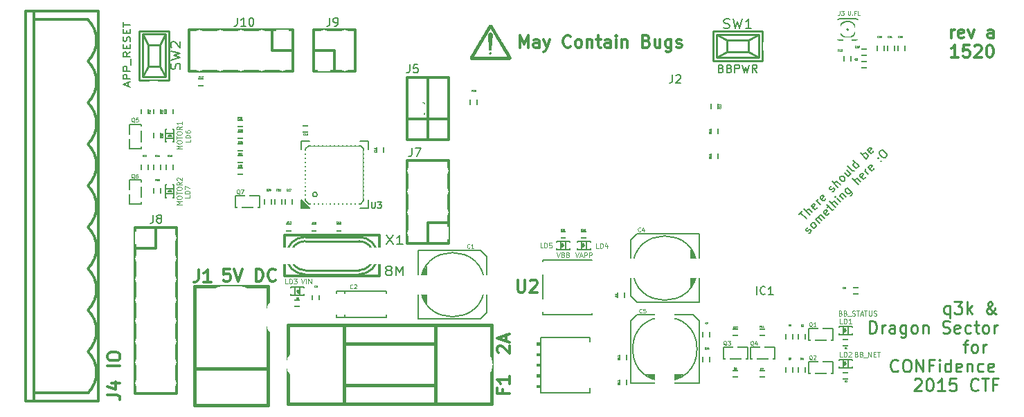
<source format=gbr>
G04 #@! TF.FileFunction,Legend,Top*
%FSLAX46Y46*%
G04 Gerber Fmt 4.6, Leading zero omitted, Abs format (unit mm)*
G04 Created by KiCad (PCBNEW (2015-05-11 BZR 5650)-product) date Tue 12 May 2015 11:44:45 AM CEST*
%MOMM*%
G01*
G04 APERTURE LIST*
%ADD10C,0.100000*%
%ADD11C,0.150000*%
%ADD12C,0.300000*%
%ADD13C,0.250000*%
%ADD14C,0.149860*%
%ADD15C,0.127000*%
%ADD16C,0.304800*%
%ADD17C,0.381000*%
%ADD18C,0.254000*%
%ADD19C,0.299720*%
%ADD20C,0.200000*%
%ADD21C,0.002540*%
%ADD22C,0.203200*%
%ADD23C,0.119380*%
%ADD24C,0.040640*%
%ADD25C,0.099060*%
%ADD26C,0.152400*%
%ADD27R,0.299720X1.300480*%
%ADD28R,1.300480X0.299720*%
%ADD29R,1.600000X0.600000*%
%ADD30R,0.600000X1.600000*%
%ADD31R,1.998980X1.524000*%
%ADD32O,1.998980X1.524000*%
%ADD33R,2.199640X1.524000*%
%ADD34O,2.199640X1.524000*%
%ADD35R,3.500120X2.400300*%
%ADD36R,2.550160X2.499360*%
%ADD37R,1.000760X0.899160*%
%ADD38R,2.400300X3.500120*%
%ADD39R,0.899160X1.000760*%
%ADD40C,3.500120*%
%ADD41O,1.998980X4.000500*%
%ADD42O,4.000500X1.998980*%
%ADD43O,4.500880X1.998980*%
%ADD44R,1.700000X1.300000*%
%ADD45R,1.190000X2.340000*%
%ADD46R,1.140000X1.190000*%
%ADD47R,2.999740X2.999740*%
%ADD48C,2.999740*%
%ADD49R,0.797560X0.797560*%
%ADD50R,0.599440X1.000760*%
%ADD51R,1.000760X0.599440*%
%ADD52R,1.000760X1.000760*%
%ADD53R,1.998980X0.596900*%
%ADD54R,6.499860X5.598160*%
%ADD55R,3.200400X1.600200*%
%ADD56R,7.000240X6.499860*%
%ADD57R,5.499100X1.998980*%
%ADD58R,1.524000X1.998980*%
%ADD59O,1.524000X1.998980*%
G04 APERTURE END LIST*
D10*
D11*
X158635289Y-111782244D02*
X159039351Y-111378183D01*
X159544426Y-112287321D02*
X158837320Y-111580214D01*
X159982159Y-111849588D02*
X159275053Y-111142481D01*
X160285206Y-111546542D02*
X159914816Y-111176152D01*
X159813801Y-111142480D01*
X159712786Y-111176152D01*
X159611770Y-111277168D01*
X159578098Y-111378183D01*
X159578098Y-111445527D01*
X160857625Y-110906778D02*
X160823954Y-111007794D01*
X160689266Y-111142481D01*
X160588251Y-111176153D01*
X160487236Y-111142481D01*
X160217861Y-110873107D01*
X160184190Y-110772092D01*
X160217861Y-110671076D01*
X160352549Y-110536389D01*
X160453564Y-110502717D01*
X160554579Y-110536389D01*
X160621923Y-110603733D01*
X160352549Y-111007794D01*
X161228014Y-110603733D02*
X160756610Y-110132328D01*
X160891296Y-110267015D02*
X160857625Y-110166000D01*
X160857625Y-110098656D01*
X160891296Y-109997641D01*
X160958641Y-109930297D01*
X161901450Y-109862954D02*
X161867778Y-109963969D01*
X161733091Y-110098656D01*
X161632076Y-110132328D01*
X161531061Y-110098656D01*
X161261686Y-109829282D01*
X161228014Y-109728267D01*
X161261686Y-109627252D01*
X161396374Y-109492564D01*
X161497389Y-109458892D01*
X161598404Y-109492564D01*
X161665748Y-109559908D01*
X161396374Y-109963970D01*
X162743244Y-109021160D02*
X162844259Y-108987488D01*
X162978946Y-108852802D01*
X163012618Y-108751786D01*
X162978947Y-108650770D01*
X162945275Y-108617099D01*
X162844260Y-108583427D01*
X162743244Y-108617099D01*
X162642229Y-108718115D01*
X162541214Y-108751786D01*
X162440198Y-108718114D01*
X162406526Y-108684442D01*
X162372854Y-108583427D01*
X162406526Y-108482412D01*
X162507541Y-108381397D01*
X162608557Y-108347724D01*
X163383007Y-108448740D02*
X162675900Y-107741633D01*
X163686053Y-108145694D02*
X163315664Y-107775304D01*
X163214649Y-107741633D01*
X163113633Y-107775304D01*
X163012618Y-107876320D01*
X162978946Y-107977335D01*
X162978946Y-108044679D01*
X164123786Y-107707962D02*
X164022770Y-107741633D01*
X163955427Y-107741633D01*
X163854412Y-107707962D01*
X163652381Y-107505931D01*
X163618709Y-107404916D01*
X163618709Y-107337572D01*
X163652381Y-107236557D01*
X163753397Y-107135541D01*
X163854412Y-107101869D01*
X163921755Y-107101869D01*
X164022770Y-107135541D01*
X164224802Y-107337572D01*
X164258473Y-107438587D01*
X164258473Y-107505931D01*
X164224802Y-107606946D01*
X164123786Y-107707962D01*
X164494175Y-106394763D02*
X164965580Y-106866167D01*
X164191129Y-106697809D02*
X164561519Y-107068198D01*
X164662534Y-107101870D01*
X164763549Y-107068198D01*
X164864565Y-106967182D01*
X164898237Y-106866167D01*
X164898237Y-106798824D01*
X165403312Y-106428435D02*
X165302297Y-106462107D01*
X165201282Y-106428435D01*
X164595190Y-105822343D01*
X165975733Y-105856014D02*
X165268626Y-105148908D01*
X165942061Y-105822343D02*
X165908390Y-105923358D01*
X165773702Y-106058045D01*
X165672687Y-106091717D01*
X165605343Y-106091717D01*
X165504328Y-106058045D01*
X165302297Y-105856014D01*
X165268625Y-105754999D01*
X165268625Y-105687656D01*
X165302297Y-105586641D01*
X165436985Y-105451953D01*
X165538000Y-105418281D01*
X166851198Y-104980549D02*
X166144092Y-104273442D01*
X166413465Y-104542816D02*
X166447137Y-104441801D01*
X166581825Y-104307113D01*
X166682840Y-104273442D01*
X166750183Y-104273442D01*
X166851198Y-104307113D01*
X167053229Y-104509144D01*
X167086901Y-104610159D01*
X167086901Y-104677503D01*
X167053229Y-104778518D01*
X166918542Y-104913206D01*
X166817527Y-104946877D01*
X167726664Y-104037740D02*
X167692993Y-104138755D01*
X167558305Y-104273442D01*
X167457290Y-104307114D01*
X167356275Y-104273442D01*
X167086900Y-104004068D01*
X167053229Y-103903053D01*
X167086900Y-103802037D01*
X167221588Y-103667350D01*
X167322603Y-103633678D01*
X167423618Y-103667350D01*
X167490962Y-103734694D01*
X167221588Y-104138755D01*
X159865993Y-114090443D02*
X159967008Y-114056771D01*
X160101695Y-113922084D01*
X160135367Y-113821069D01*
X160101696Y-113720053D01*
X160068024Y-113686382D01*
X159967009Y-113652710D01*
X159865993Y-113686382D01*
X159764978Y-113787398D01*
X159663963Y-113821069D01*
X159562947Y-113787397D01*
X159529275Y-113753725D01*
X159495603Y-113652710D01*
X159529275Y-113551695D01*
X159630290Y-113450680D01*
X159731306Y-113417007D01*
X160606771Y-113417008D02*
X160505756Y-113450680D01*
X160438413Y-113450680D01*
X160337398Y-113417008D01*
X160135367Y-113214977D01*
X160101695Y-113113962D01*
X160101695Y-113046618D01*
X160135367Y-112945603D01*
X160236382Y-112844587D01*
X160337398Y-112810916D01*
X160404741Y-112810916D01*
X160505756Y-112844587D01*
X160707787Y-113046618D01*
X160741459Y-113147634D01*
X160741459Y-113214977D01*
X160707787Y-113315992D01*
X160606771Y-113417008D01*
X161145520Y-112878260D02*
X160674115Y-112406855D01*
X160741458Y-112474198D02*
X160741458Y-112406855D01*
X160775130Y-112305840D01*
X160876146Y-112204824D01*
X160977161Y-112171152D01*
X161078176Y-112204824D01*
X161448566Y-112575214D01*
X161078176Y-112204824D02*
X161044504Y-112103809D01*
X161078176Y-112002794D01*
X161179191Y-111901779D01*
X161280206Y-111868107D01*
X161381222Y-111901779D01*
X161751611Y-112272168D01*
X162324031Y-111632405D02*
X162290359Y-111733420D01*
X162155672Y-111868108D01*
X162054657Y-111901779D01*
X161953641Y-111868108D01*
X161684267Y-111598733D01*
X161650595Y-111497718D01*
X161684267Y-111396703D01*
X161818955Y-111262015D01*
X161919970Y-111228343D01*
X162020985Y-111262015D01*
X162088329Y-111329359D01*
X161818955Y-111733421D01*
X162122000Y-110958970D02*
X162391374Y-110689596D01*
X161987313Y-110622253D02*
X162593405Y-111228344D01*
X162694420Y-111262016D01*
X162795435Y-111228344D01*
X162862779Y-111161001D01*
X163098481Y-110925298D02*
X162391375Y-110218191D01*
X163401527Y-110622252D02*
X163031138Y-110251862D01*
X162930123Y-110218191D01*
X162829108Y-110251862D01*
X162728092Y-110352878D01*
X162694420Y-110453893D01*
X162694420Y-110521237D01*
X163738245Y-110285535D02*
X163266840Y-109814130D01*
X163031138Y-109578428D02*
X163031138Y-109645771D01*
X163098481Y-109645771D01*
X163098481Y-109578428D01*
X163031138Y-109578428D01*
X163098481Y-109645771D01*
X163603557Y-109477413D02*
X164074962Y-109948818D01*
X163670901Y-109544756D02*
X163670901Y-109477413D01*
X163704572Y-109376398D01*
X163805588Y-109275382D01*
X163906603Y-109241710D01*
X164007618Y-109275382D01*
X164378008Y-109645771D01*
X164546367Y-108534603D02*
X165118786Y-109107023D01*
X165152458Y-109208038D01*
X165152458Y-109275382D01*
X165118786Y-109376398D01*
X165017771Y-109477413D01*
X164916755Y-109511084D01*
X164984100Y-108972336D02*
X164950428Y-109073351D01*
X164815740Y-109208039D01*
X164714725Y-109241711D01*
X164647382Y-109241711D01*
X164546367Y-109208039D01*
X164344336Y-109006008D01*
X164310664Y-108904993D01*
X164310664Y-108837649D01*
X164344336Y-108736634D01*
X164479023Y-108601947D01*
X164580038Y-108568275D01*
X165893237Y-108130543D02*
X165186130Y-107423436D01*
X166196283Y-107827496D02*
X165825893Y-107457107D01*
X165724878Y-107423435D01*
X165623863Y-107457107D01*
X165522847Y-107558123D01*
X165489175Y-107659138D01*
X165489175Y-107726481D01*
X166768703Y-107187733D02*
X166735031Y-107288748D01*
X166600343Y-107423436D01*
X166499328Y-107457108D01*
X166398313Y-107423436D01*
X166128939Y-107154061D01*
X166095267Y-107053046D01*
X166128939Y-106952031D01*
X166263626Y-106817344D01*
X166364641Y-106783672D01*
X166465657Y-106817344D01*
X166533001Y-106884688D01*
X166263626Y-107288749D01*
X167139092Y-106884688D02*
X166667687Y-106413283D01*
X166802374Y-106547970D02*
X166768702Y-106446955D01*
X166768702Y-106379611D01*
X166802374Y-106278596D01*
X166869718Y-106211252D01*
X167812527Y-106143908D02*
X167778856Y-106244924D01*
X167644168Y-106379611D01*
X167543153Y-106413283D01*
X167442138Y-106379611D01*
X167172763Y-106110237D01*
X167139092Y-106009222D01*
X167172763Y-105908206D01*
X167307451Y-105773519D01*
X167408466Y-105739847D01*
X167509481Y-105773519D01*
X167576825Y-105840863D01*
X167307451Y-106244924D01*
X168654321Y-105234771D02*
X168721665Y-105234771D01*
X168721665Y-105302115D01*
X168654321Y-105302115D01*
X168654321Y-105234771D01*
X168721665Y-105302115D01*
X168283932Y-104864382D02*
X168351275Y-104864382D01*
X168351275Y-104931725D01*
X168283932Y-104931725D01*
X168283932Y-104864382D01*
X168351275Y-104931725D01*
X168485962Y-104123604D02*
X168620649Y-103988916D01*
X168721665Y-103955245D01*
X168856351Y-103955245D01*
X169024710Y-104056260D01*
X169260413Y-104291963D01*
X169361428Y-104460321D01*
X169361428Y-104595008D01*
X169327756Y-104696023D01*
X169193069Y-104830711D01*
X169092053Y-104864382D01*
X168957367Y-104864382D01*
X168789008Y-104763367D01*
X168553305Y-104527665D01*
X168452290Y-104359306D01*
X168452290Y-104224619D01*
X168485962Y-104123604D01*
D12*
X177260572Y-90156571D02*
X177260572Y-89156571D01*
X177260572Y-89442286D02*
X177332000Y-89299429D01*
X177403429Y-89228000D01*
X177546286Y-89156571D01*
X177689143Y-89156571D01*
X178760571Y-90085143D02*
X178617714Y-90156571D01*
X178332000Y-90156571D01*
X178189143Y-90085143D01*
X178117714Y-89942286D01*
X178117714Y-89370857D01*
X178189143Y-89228000D01*
X178332000Y-89156571D01*
X178617714Y-89156571D01*
X178760571Y-89228000D01*
X178832000Y-89370857D01*
X178832000Y-89513714D01*
X178117714Y-89656571D01*
X179332000Y-89156571D02*
X179689143Y-90156571D01*
X180046285Y-89156571D01*
X182403428Y-90156571D02*
X182403428Y-89370857D01*
X182331999Y-89228000D01*
X182189142Y-89156571D01*
X181903428Y-89156571D01*
X181760571Y-89228000D01*
X182403428Y-90085143D02*
X182260571Y-90156571D01*
X181903428Y-90156571D01*
X181760571Y-90085143D01*
X181689142Y-89942286D01*
X181689142Y-89799429D01*
X181760571Y-89656571D01*
X181903428Y-89585143D01*
X182260571Y-89585143D01*
X182403428Y-89513714D01*
X178117715Y-92556571D02*
X177260572Y-92556571D01*
X177689144Y-92556571D02*
X177689144Y-91056571D01*
X177546287Y-91270857D01*
X177403429Y-91413714D01*
X177260572Y-91485143D01*
X179474858Y-91056571D02*
X178760572Y-91056571D01*
X178689143Y-91770857D01*
X178760572Y-91699429D01*
X178903429Y-91628000D01*
X179260572Y-91628000D01*
X179403429Y-91699429D01*
X179474858Y-91770857D01*
X179546286Y-91913714D01*
X179546286Y-92270857D01*
X179474858Y-92413714D01*
X179403429Y-92485143D01*
X179260572Y-92556571D01*
X178903429Y-92556571D01*
X178760572Y-92485143D01*
X178689143Y-92413714D01*
X180117714Y-91199429D02*
X180189143Y-91128000D01*
X180332000Y-91056571D01*
X180689143Y-91056571D01*
X180832000Y-91128000D01*
X180903429Y-91199429D01*
X180974857Y-91342286D01*
X180974857Y-91485143D01*
X180903429Y-91699429D01*
X180046286Y-92556571D01*
X180974857Y-92556571D01*
X181903428Y-91056571D02*
X182046285Y-91056571D01*
X182189142Y-91128000D01*
X182260571Y-91199429D01*
X182332000Y-91342286D01*
X182403428Y-91628000D01*
X182403428Y-91985143D01*
X182332000Y-92270857D01*
X182260571Y-92413714D01*
X182189142Y-92485143D01*
X182046285Y-92556571D01*
X181903428Y-92556571D01*
X181760571Y-92485143D01*
X181689142Y-92413714D01*
X181617714Y-92270857D01*
X181546285Y-91985143D01*
X181546285Y-91628000D01*
X181617714Y-91342286D01*
X181689142Y-91199429D01*
X181760571Y-91128000D01*
X181903428Y-91056571D01*
D13*
X177077428Y-122994571D02*
X177077428Y-124494571D01*
X177077428Y-123923143D02*
X176934571Y-123994571D01*
X176648857Y-123994571D01*
X176505999Y-123923143D01*
X176434571Y-123851714D01*
X176363142Y-123708857D01*
X176363142Y-123280286D01*
X176434571Y-123137429D01*
X176505999Y-123066000D01*
X176648857Y-122994571D01*
X176934571Y-122994571D01*
X177077428Y-123066000D01*
X177648857Y-122494571D02*
X178577428Y-122494571D01*
X178077428Y-123066000D01*
X178291714Y-123066000D01*
X178434571Y-123137429D01*
X178506000Y-123208857D01*
X178577428Y-123351714D01*
X178577428Y-123708857D01*
X178506000Y-123851714D01*
X178434571Y-123923143D01*
X178291714Y-123994571D01*
X177863142Y-123994571D01*
X177720285Y-123923143D01*
X177648857Y-123851714D01*
X179220285Y-123994571D02*
X179220285Y-122494571D01*
X179363142Y-123423143D02*
X179791713Y-123994571D01*
X179791713Y-122994571D02*
X179220285Y-123566000D01*
X182791714Y-123994571D02*
X182720285Y-123994571D01*
X182577428Y-123923143D01*
X182363142Y-123708857D01*
X182005999Y-123280286D01*
X181863142Y-123066000D01*
X181791714Y-122851714D01*
X181791714Y-122708857D01*
X181863142Y-122566000D01*
X182005999Y-122494571D01*
X182077428Y-122494571D01*
X182220285Y-122566000D01*
X182291714Y-122708857D01*
X182291714Y-122780286D01*
X182220285Y-122923143D01*
X182148856Y-122994571D01*
X181720285Y-123280286D01*
X181648856Y-123351714D01*
X181577428Y-123494571D01*
X181577428Y-123708857D01*
X181648856Y-123851714D01*
X181720285Y-123923143D01*
X181863142Y-123994571D01*
X182077428Y-123994571D01*
X182220285Y-123923143D01*
X182291714Y-123851714D01*
X182505999Y-123566000D01*
X182577428Y-123351714D01*
X182577428Y-123208857D01*
X167291715Y-126344571D02*
X167291715Y-124844571D01*
X167648858Y-124844571D01*
X167863143Y-124916000D01*
X168006001Y-125058857D01*
X168077429Y-125201714D01*
X168148858Y-125487429D01*
X168148858Y-125701714D01*
X168077429Y-125987429D01*
X168006001Y-126130286D01*
X167863143Y-126273143D01*
X167648858Y-126344571D01*
X167291715Y-126344571D01*
X168791715Y-126344571D02*
X168791715Y-125344571D01*
X168791715Y-125630286D02*
X168863143Y-125487429D01*
X168934572Y-125416000D01*
X169077429Y-125344571D01*
X169220286Y-125344571D01*
X170363143Y-126344571D02*
X170363143Y-125558857D01*
X170291714Y-125416000D01*
X170148857Y-125344571D01*
X169863143Y-125344571D01*
X169720286Y-125416000D01*
X170363143Y-126273143D02*
X170220286Y-126344571D01*
X169863143Y-126344571D01*
X169720286Y-126273143D01*
X169648857Y-126130286D01*
X169648857Y-125987429D01*
X169720286Y-125844571D01*
X169863143Y-125773143D01*
X170220286Y-125773143D01*
X170363143Y-125701714D01*
X171720286Y-125344571D02*
X171720286Y-126558857D01*
X171648857Y-126701714D01*
X171577429Y-126773143D01*
X171434572Y-126844571D01*
X171220286Y-126844571D01*
X171077429Y-126773143D01*
X171720286Y-126273143D02*
X171577429Y-126344571D01*
X171291715Y-126344571D01*
X171148857Y-126273143D01*
X171077429Y-126201714D01*
X171006000Y-126058857D01*
X171006000Y-125630286D01*
X171077429Y-125487429D01*
X171148857Y-125416000D01*
X171291715Y-125344571D01*
X171577429Y-125344571D01*
X171720286Y-125416000D01*
X172648858Y-126344571D02*
X172506000Y-126273143D01*
X172434572Y-126201714D01*
X172363143Y-126058857D01*
X172363143Y-125630286D01*
X172434572Y-125487429D01*
X172506000Y-125416000D01*
X172648858Y-125344571D01*
X172863143Y-125344571D01*
X173006000Y-125416000D01*
X173077429Y-125487429D01*
X173148858Y-125630286D01*
X173148858Y-126058857D01*
X173077429Y-126201714D01*
X173006000Y-126273143D01*
X172863143Y-126344571D01*
X172648858Y-126344571D01*
X173791715Y-125344571D02*
X173791715Y-126344571D01*
X173791715Y-125487429D02*
X173863143Y-125416000D01*
X174006001Y-125344571D01*
X174220286Y-125344571D01*
X174363143Y-125416000D01*
X174434572Y-125558857D01*
X174434572Y-126344571D01*
X176220286Y-126273143D02*
X176434572Y-126344571D01*
X176791715Y-126344571D01*
X176934572Y-126273143D01*
X177006001Y-126201714D01*
X177077429Y-126058857D01*
X177077429Y-125916000D01*
X177006001Y-125773143D01*
X176934572Y-125701714D01*
X176791715Y-125630286D01*
X176506001Y-125558857D01*
X176363143Y-125487429D01*
X176291715Y-125416000D01*
X176220286Y-125273143D01*
X176220286Y-125130286D01*
X176291715Y-124987429D01*
X176363143Y-124916000D01*
X176506001Y-124844571D01*
X176863143Y-124844571D01*
X177077429Y-124916000D01*
X178291714Y-126273143D02*
X178148857Y-126344571D01*
X177863143Y-126344571D01*
X177720286Y-126273143D01*
X177648857Y-126130286D01*
X177648857Y-125558857D01*
X177720286Y-125416000D01*
X177863143Y-125344571D01*
X178148857Y-125344571D01*
X178291714Y-125416000D01*
X178363143Y-125558857D01*
X178363143Y-125701714D01*
X177648857Y-125844571D01*
X179648857Y-126273143D02*
X179506000Y-126344571D01*
X179220286Y-126344571D01*
X179077428Y-126273143D01*
X179006000Y-126201714D01*
X178934571Y-126058857D01*
X178934571Y-125630286D01*
X179006000Y-125487429D01*
X179077428Y-125416000D01*
X179220286Y-125344571D01*
X179506000Y-125344571D01*
X179648857Y-125416000D01*
X180077428Y-125344571D02*
X180648857Y-125344571D01*
X180291714Y-124844571D02*
X180291714Y-126130286D01*
X180363142Y-126273143D01*
X180506000Y-126344571D01*
X180648857Y-126344571D01*
X181363143Y-126344571D02*
X181220285Y-126273143D01*
X181148857Y-126201714D01*
X181077428Y-126058857D01*
X181077428Y-125630286D01*
X181148857Y-125487429D01*
X181220285Y-125416000D01*
X181363143Y-125344571D01*
X181577428Y-125344571D01*
X181720285Y-125416000D01*
X181791714Y-125487429D01*
X181863143Y-125630286D01*
X181863143Y-126058857D01*
X181791714Y-126201714D01*
X181720285Y-126273143D01*
X181577428Y-126344571D01*
X181363143Y-126344571D01*
X182506000Y-126344571D02*
X182506000Y-125344571D01*
X182506000Y-125630286D02*
X182577428Y-125487429D01*
X182648857Y-125416000D01*
X182791714Y-125344571D01*
X182934571Y-125344571D01*
X178720285Y-127694571D02*
X179291714Y-127694571D01*
X178934571Y-128694571D02*
X178934571Y-127408857D01*
X179005999Y-127266000D01*
X179148857Y-127194571D01*
X179291714Y-127194571D01*
X180006000Y-128694571D02*
X179863142Y-128623143D01*
X179791714Y-128551714D01*
X179720285Y-128408857D01*
X179720285Y-127980286D01*
X179791714Y-127837429D01*
X179863142Y-127766000D01*
X180006000Y-127694571D01*
X180220285Y-127694571D01*
X180363142Y-127766000D01*
X180434571Y-127837429D01*
X180506000Y-127980286D01*
X180506000Y-128408857D01*
X180434571Y-128551714D01*
X180363142Y-128623143D01*
X180220285Y-128694571D01*
X180006000Y-128694571D01*
X181148857Y-128694571D02*
X181148857Y-127694571D01*
X181148857Y-127980286D02*
X181220285Y-127837429D01*
X181291714Y-127766000D01*
X181434571Y-127694571D01*
X181577428Y-127694571D01*
X170756000Y-130901714D02*
X170684571Y-130973143D01*
X170470285Y-131044571D01*
X170327428Y-131044571D01*
X170113143Y-130973143D01*
X169970285Y-130830286D01*
X169898857Y-130687429D01*
X169827428Y-130401714D01*
X169827428Y-130187429D01*
X169898857Y-129901714D01*
X169970285Y-129758857D01*
X170113143Y-129616000D01*
X170327428Y-129544571D01*
X170470285Y-129544571D01*
X170684571Y-129616000D01*
X170756000Y-129687429D01*
X171684571Y-129544571D02*
X171970285Y-129544571D01*
X172113143Y-129616000D01*
X172256000Y-129758857D01*
X172327428Y-130044571D01*
X172327428Y-130544571D01*
X172256000Y-130830286D01*
X172113143Y-130973143D01*
X171970285Y-131044571D01*
X171684571Y-131044571D01*
X171541714Y-130973143D01*
X171398857Y-130830286D01*
X171327428Y-130544571D01*
X171327428Y-130044571D01*
X171398857Y-129758857D01*
X171541714Y-129616000D01*
X171684571Y-129544571D01*
X172970286Y-131044571D02*
X172970286Y-129544571D01*
X173827429Y-131044571D01*
X173827429Y-129544571D01*
X175041715Y-130258857D02*
X174541715Y-130258857D01*
X174541715Y-131044571D02*
X174541715Y-129544571D01*
X175256001Y-129544571D01*
X175827429Y-131044571D02*
X175827429Y-130044571D01*
X175827429Y-129544571D02*
X175756000Y-129616000D01*
X175827429Y-129687429D01*
X175898857Y-129616000D01*
X175827429Y-129544571D01*
X175827429Y-129687429D01*
X177184572Y-131044571D02*
X177184572Y-129544571D01*
X177184572Y-130973143D02*
X177041715Y-131044571D01*
X176756001Y-131044571D01*
X176613143Y-130973143D01*
X176541715Y-130901714D01*
X176470286Y-130758857D01*
X176470286Y-130330286D01*
X176541715Y-130187429D01*
X176613143Y-130116000D01*
X176756001Y-130044571D01*
X177041715Y-130044571D01*
X177184572Y-130116000D01*
X178470286Y-130973143D02*
X178327429Y-131044571D01*
X178041715Y-131044571D01*
X177898858Y-130973143D01*
X177827429Y-130830286D01*
X177827429Y-130258857D01*
X177898858Y-130116000D01*
X178041715Y-130044571D01*
X178327429Y-130044571D01*
X178470286Y-130116000D01*
X178541715Y-130258857D01*
X178541715Y-130401714D01*
X177827429Y-130544571D01*
X179184572Y-130044571D02*
X179184572Y-131044571D01*
X179184572Y-130187429D02*
X179256000Y-130116000D01*
X179398858Y-130044571D01*
X179613143Y-130044571D01*
X179756000Y-130116000D01*
X179827429Y-130258857D01*
X179827429Y-131044571D01*
X181184572Y-130973143D02*
X181041715Y-131044571D01*
X180756001Y-131044571D01*
X180613143Y-130973143D01*
X180541715Y-130901714D01*
X180470286Y-130758857D01*
X180470286Y-130330286D01*
X180541715Y-130187429D01*
X180613143Y-130116000D01*
X180756001Y-130044571D01*
X181041715Y-130044571D01*
X181184572Y-130116000D01*
X182398857Y-130973143D02*
X182256000Y-131044571D01*
X181970286Y-131044571D01*
X181827429Y-130973143D01*
X181756000Y-130830286D01*
X181756000Y-130258857D01*
X181827429Y-130116000D01*
X181970286Y-130044571D01*
X182256000Y-130044571D01*
X182398857Y-130116000D01*
X182470286Y-130258857D01*
X182470286Y-130401714D01*
X181756000Y-130544571D01*
X172756001Y-132037429D02*
X172827430Y-131966000D01*
X172970287Y-131894571D01*
X173327430Y-131894571D01*
X173470287Y-131966000D01*
X173541716Y-132037429D01*
X173613144Y-132180286D01*
X173613144Y-132323143D01*
X173541716Y-132537429D01*
X172684573Y-133394571D01*
X173613144Y-133394571D01*
X174541715Y-131894571D02*
X174684572Y-131894571D01*
X174827429Y-131966000D01*
X174898858Y-132037429D01*
X174970287Y-132180286D01*
X175041715Y-132466000D01*
X175041715Y-132823143D01*
X174970287Y-133108857D01*
X174898858Y-133251714D01*
X174827429Y-133323143D01*
X174684572Y-133394571D01*
X174541715Y-133394571D01*
X174398858Y-133323143D01*
X174327429Y-133251714D01*
X174256001Y-133108857D01*
X174184572Y-132823143D01*
X174184572Y-132466000D01*
X174256001Y-132180286D01*
X174327429Y-132037429D01*
X174398858Y-131966000D01*
X174541715Y-131894571D01*
X176470286Y-133394571D02*
X175613143Y-133394571D01*
X176041715Y-133394571D02*
X176041715Y-131894571D01*
X175898858Y-132108857D01*
X175756000Y-132251714D01*
X175613143Y-132323143D01*
X177827429Y-131894571D02*
X177113143Y-131894571D01*
X177041714Y-132608857D01*
X177113143Y-132537429D01*
X177256000Y-132466000D01*
X177613143Y-132466000D01*
X177756000Y-132537429D01*
X177827429Y-132608857D01*
X177898857Y-132751714D01*
X177898857Y-133108857D01*
X177827429Y-133251714D01*
X177756000Y-133323143D01*
X177613143Y-133394571D01*
X177256000Y-133394571D01*
X177113143Y-133323143D01*
X177041714Y-133251714D01*
X180541714Y-133251714D02*
X180470285Y-133323143D01*
X180255999Y-133394571D01*
X180113142Y-133394571D01*
X179898857Y-133323143D01*
X179755999Y-133180286D01*
X179684571Y-133037429D01*
X179613142Y-132751714D01*
X179613142Y-132537429D01*
X179684571Y-132251714D01*
X179755999Y-132108857D01*
X179898857Y-131966000D01*
X180113142Y-131894571D01*
X180255999Y-131894571D01*
X180470285Y-131966000D01*
X180541714Y-132037429D01*
X180970285Y-131894571D02*
X181827428Y-131894571D01*
X181398857Y-133394571D02*
X181398857Y-131894571D01*
X182827428Y-132608857D02*
X182327428Y-132608857D01*
X182327428Y-133394571D02*
X182327428Y-131894571D01*
X183041714Y-131894571D01*
D12*
X124508857Y-91356571D02*
X124508857Y-89856571D01*
X125008857Y-90928000D01*
X125508857Y-89856571D01*
X125508857Y-91356571D01*
X126866000Y-91356571D02*
X126866000Y-90570857D01*
X126794571Y-90428000D01*
X126651714Y-90356571D01*
X126366000Y-90356571D01*
X126223143Y-90428000D01*
X126866000Y-91285143D02*
X126723143Y-91356571D01*
X126366000Y-91356571D01*
X126223143Y-91285143D01*
X126151714Y-91142286D01*
X126151714Y-90999429D01*
X126223143Y-90856571D01*
X126366000Y-90785143D01*
X126723143Y-90785143D01*
X126866000Y-90713714D01*
X127437429Y-90356571D02*
X127794572Y-91356571D01*
X128151714Y-90356571D02*
X127794572Y-91356571D01*
X127651714Y-91713714D01*
X127580286Y-91785143D01*
X127437429Y-91856571D01*
X130723143Y-91213714D02*
X130651714Y-91285143D01*
X130437428Y-91356571D01*
X130294571Y-91356571D01*
X130080286Y-91285143D01*
X129937428Y-91142286D01*
X129866000Y-90999429D01*
X129794571Y-90713714D01*
X129794571Y-90499429D01*
X129866000Y-90213714D01*
X129937428Y-90070857D01*
X130080286Y-89928000D01*
X130294571Y-89856571D01*
X130437428Y-89856571D01*
X130651714Y-89928000D01*
X130723143Y-89999429D01*
X131580286Y-91356571D02*
X131437428Y-91285143D01*
X131366000Y-91213714D01*
X131294571Y-91070857D01*
X131294571Y-90642286D01*
X131366000Y-90499429D01*
X131437428Y-90428000D01*
X131580286Y-90356571D01*
X131794571Y-90356571D01*
X131937428Y-90428000D01*
X132008857Y-90499429D01*
X132080286Y-90642286D01*
X132080286Y-91070857D01*
X132008857Y-91213714D01*
X131937428Y-91285143D01*
X131794571Y-91356571D01*
X131580286Y-91356571D01*
X132723143Y-90356571D02*
X132723143Y-91356571D01*
X132723143Y-90499429D02*
X132794571Y-90428000D01*
X132937429Y-90356571D01*
X133151714Y-90356571D01*
X133294571Y-90428000D01*
X133366000Y-90570857D01*
X133366000Y-91356571D01*
X133866000Y-90356571D02*
X134437429Y-90356571D01*
X134080286Y-89856571D02*
X134080286Y-91142286D01*
X134151714Y-91285143D01*
X134294572Y-91356571D01*
X134437429Y-91356571D01*
X135580286Y-91356571D02*
X135580286Y-90570857D01*
X135508857Y-90428000D01*
X135366000Y-90356571D01*
X135080286Y-90356571D01*
X134937429Y-90428000D01*
X135580286Y-91285143D02*
X135437429Y-91356571D01*
X135080286Y-91356571D01*
X134937429Y-91285143D01*
X134866000Y-91142286D01*
X134866000Y-90999429D01*
X134937429Y-90856571D01*
X135080286Y-90785143D01*
X135437429Y-90785143D01*
X135580286Y-90713714D01*
X136294572Y-91356571D02*
X136294572Y-90356571D01*
X136294572Y-89856571D02*
X136223143Y-89928000D01*
X136294572Y-89999429D01*
X136366000Y-89928000D01*
X136294572Y-89856571D01*
X136294572Y-89999429D01*
X137008858Y-90356571D02*
X137008858Y-91356571D01*
X137008858Y-90499429D02*
X137080286Y-90428000D01*
X137223144Y-90356571D01*
X137437429Y-90356571D01*
X137580286Y-90428000D01*
X137651715Y-90570857D01*
X137651715Y-91356571D01*
X140008858Y-90570857D02*
X140223144Y-90642286D01*
X140294572Y-90713714D01*
X140366001Y-90856571D01*
X140366001Y-91070857D01*
X140294572Y-91213714D01*
X140223144Y-91285143D01*
X140080286Y-91356571D01*
X139508858Y-91356571D01*
X139508858Y-89856571D01*
X140008858Y-89856571D01*
X140151715Y-89928000D01*
X140223144Y-89999429D01*
X140294572Y-90142286D01*
X140294572Y-90285143D01*
X140223144Y-90428000D01*
X140151715Y-90499429D01*
X140008858Y-90570857D01*
X139508858Y-90570857D01*
X141651715Y-90356571D02*
X141651715Y-91356571D01*
X141008858Y-90356571D02*
X141008858Y-91142286D01*
X141080286Y-91285143D01*
X141223144Y-91356571D01*
X141437429Y-91356571D01*
X141580286Y-91285143D01*
X141651715Y-91213714D01*
X143008858Y-90356571D02*
X143008858Y-91570857D01*
X142937429Y-91713714D01*
X142866001Y-91785143D01*
X142723144Y-91856571D01*
X142508858Y-91856571D01*
X142366001Y-91785143D01*
X143008858Y-91285143D02*
X142866001Y-91356571D01*
X142580287Y-91356571D01*
X142437429Y-91285143D01*
X142366001Y-91213714D01*
X142294572Y-91070857D01*
X142294572Y-90642286D01*
X142366001Y-90499429D01*
X142437429Y-90428000D01*
X142580287Y-90356571D01*
X142866001Y-90356571D01*
X143008858Y-90428000D01*
X143651715Y-91285143D02*
X143794572Y-91356571D01*
X144080287Y-91356571D01*
X144223144Y-91285143D01*
X144294572Y-91142286D01*
X144294572Y-91070857D01*
X144223144Y-90928000D01*
X144080287Y-90856571D01*
X143866001Y-90856571D01*
X143723144Y-90785143D01*
X143651715Y-90642286D01*
X143651715Y-90570857D01*
X143723144Y-90428000D01*
X143866001Y-90356571D01*
X144080287Y-90356571D01*
X144223144Y-90428000D01*
D14*
X97754440Y-110832900D02*
X97955100Y-111033560D01*
X98153220Y-111033560D02*
X97754440Y-110634780D01*
X97754440Y-110434120D02*
X98353880Y-111033560D01*
X98554540Y-111033560D02*
X97754440Y-110233460D01*
X98755200Y-111033560D02*
X97754440Y-111033560D01*
X97754440Y-111033560D02*
X97754440Y-110032800D01*
X97754440Y-110032800D02*
X98755200Y-111033560D01*
X105953560Y-110032800D02*
X105953560Y-111033560D01*
X105953560Y-111033560D02*
X104952800Y-111033560D01*
X104952800Y-102834440D02*
X105953560Y-102834440D01*
X105953560Y-102834440D02*
X105953560Y-103835200D01*
X97754440Y-103835200D02*
X97754440Y-102834440D01*
X97754440Y-102834440D02*
X98755200Y-102834440D01*
D15*
X99724981Y-109347000D02*
G75*
G03X99724981Y-109347000I-283981J0D01*
G01*
X105410000Y-110109000D02*
X105029000Y-110490000D01*
X105029000Y-110490000D02*
X98679000Y-110490000D01*
X98679000Y-110490000D02*
X98298000Y-110109000D01*
X98298000Y-110109000D02*
X98298000Y-103759000D01*
X98298000Y-103759000D02*
X98679000Y-103378000D01*
X98679000Y-103378000D02*
X105029000Y-103378000D01*
X105029000Y-103378000D02*
X105410000Y-103759000D01*
X105410000Y-103759000D02*
X105410000Y-110109000D01*
D16*
X82550000Y-113411000D02*
X82550000Y-133731000D01*
X82550000Y-133731000D02*
X77470000Y-133731000D01*
X77470000Y-133731000D02*
X77470000Y-113411000D01*
X80010000Y-113411000D02*
X80010000Y-115951000D01*
X80010000Y-115951000D02*
X77470000Y-115951000D01*
X82550000Y-113411000D02*
X77470000Y-113411000D01*
X113284000Y-100076000D02*
X110744000Y-100076000D01*
X110744000Y-102616000D02*
X110744000Y-94996000D01*
X110744000Y-94996000D02*
X113284000Y-94996000D01*
X113284000Y-94996000D02*
X113284000Y-102616000D01*
X113284000Y-102616000D02*
X110744000Y-102616000D01*
D15*
X112458500Y-119380000D02*
X112458500Y-121412000D01*
X112585500Y-121793000D02*
X112585500Y-118999000D01*
X112712500Y-118745000D02*
X112712500Y-122047000D01*
X112839500Y-122301000D02*
X112839500Y-118491000D01*
X112966500Y-122428000D02*
X112966500Y-118364000D01*
X113093500Y-118110000D02*
X113093500Y-122682000D01*
X120205500Y-120396000D02*
G75*
G03X120205500Y-120396000I-3937000J0D01*
G01*
X112077500Y-116205000D02*
X112077500Y-124587000D01*
X112077500Y-124587000D02*
X119697500Y-124587000D01*
X119697500Y-124587000D02*
X120459500Y-123825000D01*
X120459500Y-123825000D02*
X120459500Y-116967000D01*
X120459500Y-116967000D02*
X119697500Y-116205000D01*
X119697500Y-116205000D02*
X112077500Y-116205000D01*
X119951500Y-120396000D02*
X119189500Y-120396000D01*
X119570500Y-120015000D02*
X119570500Y-120777000D01*
X103060500Y-124396500D02*
X103060500Y-121221500D01*
X108204000Y-124396500D02*
X108204000Y-121221500D01*
X108204000Y-121221500D02*
X102108000Y-121221500D01*
X102108000Y-121221500D02*
X102108000Y-124396500D01*
X102108000Y-124396500D02*
X108204000Y-124396500D01*
X99974400Y-121424700D02*
X99161600Y-121424700D01*
X99187000Y-122542300D02*
X99974400Y-122542300D01*
X99161600Y-122796300D02*
X99161600Y-121170700D01*
X99161600Y-121170700D02*
X99974400Y-121170700D01*
X99974400Y-121170700D02*
X99974400Y-122796300D01*
X99974400Y-122796300D02*
X99161600Y-122796300D01*
X146050000Y-119380000D02*
X146050000Y-117348000D01*
X145923000Y-116967000D02*
X145923000Y-119761000D01*
X145796000Y-120015000D02*
X145796000Y-116713000D01*
X145669000Y-116459000D02*
X145669000Y-120269000D01*
X145542000Y-116332000D02*
X145542000Y-120396000D01*
X145415000Y-120650000D02*
X145415000Y-116078000D01*
X146177000Y-118364000D02*
G75*
G03X146177000Y-118364000I-3937000J0D01*
G01*
X146431000Y-122555000D02*
X146431000Y-114173000D01*
X146431000Y-114173000D02*
X138811000Y-114173000D01*
X138811000Y-114173000D02*
X138049000Y-114935000D01*
X138049000Y-114935000D02*
X138049000Y-121793000D01*
X138049000Y-121793000D02*
X138811000Y-122555000D01*
X138811000Y-122555000D02*
X146431000Y-122555000D01*
X138557000Y-118364000D02*
X139319000Y-118364000D01*
X138938000Y-118745000D02*
X138938000Y-117983000D01*
X141224000Y-132080000D02*
X143256000Y-132080000D01*
X143637000Y-131953000D02*
X140843000Y-131953000D01*
X140589000Y-131826000D02*
X143891000Y-131826000D01*
X144145000Y-131699000D02*
X140335000Y-131699000D01*
X144272000Y-131572000D02*
X140208000Y-131572000D01*
X139954000Y-131445000D02*
X144526000Y-131445000D01*
X146177000Y-128270000D02*
G75*
G03X146177000Y-128270000I-3937000J0D01*
G01*
X138049000Y-132461000D02*
X146431000Y-132461000D01*
X146431000Y-132461000D02*
X146431000Y-124841000D01*
X146431000Y-124841000D02*
X145669000Y-124079000D01*
X145669000Y-124079000D02*
X138811000Y-124079000D01*
X138811000Y-124079000D02*
X138049000Y-124841000D01*
X138049000Y-124841000D02*
X138049000Y-132461000D01*
X142240000Y-124587000D02*
X142240000Y-125349000D01*
X141859000Y-124968000D02*
X142621000Y-124968000D01*
X137312400Y-121107200D02*
X136499600Y-121107200D01*
X136525000Y-122224800D02*
X137312400Y-122224800D01*
X136499600Y-122478800D02*
X136499600Y-120853200D01*
X136499600Y-120853200D02*
X137312400Y-120853200D01*
X137312400Y-120853200D02*
X137312400Y-122478800D01*
X137312400Y-122478800D02*
X136499600Y-122478800D01*
X147726400Y-125933200D02*
X146913600Y-125933200D01*
X146939000Y-127050800D02*
X147726400Y-127050800D01*
X146913600Y-127304800D02*
X146913600Y-125679200D01*
X146913600Y-125679200D02*
X147726400Y-125679200D01*
X147726400Y-125679200D02*
X147726400Y-127304800D01*
X147726400Y-127304800D02*
X146913600Y-127304800D01*
X165049200Y-120751600D02*
X165049200Y-121564400D01*
X166166800Y-121539000D02*
X166166800Y-120751600D01*
X166420800Y-121564400D02*
X164795200Y-121564400D01*
X164795200Y-121564400D02*
X164795200Y-120751600D01*
X164795200Y-120751600D02*
X166420800Y-120751600D01*
X166420800Y-120751600D02*
X166420800Y-121564400D01*
X166065200Y-93065600D02*
X166065200Y-93878400D01*
X167182800Y-93853000D02*
X167182800Y-93065600D01*
X167436800Y-93878400D02*
X165811200Y-93878400D01*
X165811200Y-93878400D02*
X165811200Y-93065600D01*
X165811200Y-93065600D02*
X167436800Y-93065600D01*
X167436800Y-93065600D02*
X167436800Y-93878400D01*
X166065200Y-91541600D02*
X166065200Y-92354400D01*
X167182800Y-92329000D02*
X167182800Y-91541600D01*
X167436800Y-92354400D02*
X165811200Y-92354400D01*
X165811200Y-92354400D02*
X165811200Y-91541600D01*
X165811200Y-91541600D02*
X167436800Y-91541600D01*
X167436800Y-91541600D02*
X167436800Y-92354400D01*
X147929600Y-99110800D02*
X148742400Y-99110800D01*
X148717000Y-97993200D02*
X147929600Y-97993200D01*
X148742400Y-97739200D02*
X148742400Y-99364800D01*
X148742400Y-99364800D02*
X147929600Y-99364800D01*
X147929600Y-99364800D02*
X147929600Y-97739200D01*
X147929600Y-97739200D02*
X148742400Y-97739200D01*
X86039960Y-96037400D02*
X86039960Y-95224600D01*
X84922360Y-95250000D02*
X84922360Y-96037400D01*
X84668360Y-95224600D02*
X86293960Y-95224600D01*
X86293960Y-95224600D02*
X86293960Y-96037400D01*
X86293960Y-96037400D02*
X84668360Y-96037400D01*
X84668360Y-96037400D02*
X84668360Y-95224600D01*
X96824800Y-113817400D02*
X96824800Y-113004600D01*
X95707200Y-113030000D02*
X95707200Y-113817400D01*
X95453200Y-113004600D02*
X97078800Y-113004600D01*
X97078800Y-113004600D02*
X97078800Y-113817400D01*
X97078800Y-113817400D02*
X95453200Y-113817400D01*
X95453200Y-113817400D02*
X95453200Y-113004600D01*
X101813360Y-113004600D02*
X101813360Y-113817400D01*
X102930960Y-113792000D02*
X102930960Y-113004600D01*
X103184960Y-113817400D02*
X101559360Y-113817400D01*
X101559360Y-113817400D02*
X101559360Y-113004600D01*
X101559360Y-113004600D02*
X103184960Y-113004600D01*
X103184960Y-113004600D02*
X103184960Y-113817400D01*
X97739200Y-100939600D02*
X97739200Y-101752400D01*
X98856800Y-101727000D02*
X98856800Y-100939600D01*
X99110800Y-101752400D02*
X97485200Y-101752400D01*
X97485200Y-101752400D02*
X97485200Y-100939600D01*
X97485200Y-100939600D02*
X99110800Y-100939600D01*
X99110800Y-100939600D02*
X99110800Y-101752400D01*
X107848400Y-103337360D02*
X107035600Y-103337360D01*
X107061000Y-104454960D02*
X107848400Y-104454960D01*
X107035600Y-104708960D02*
X107035600Y-103083360D01*
X107035600Y-103083360D02*
X107848400Y-103083360D01*
X107848400Y-103083360D02*
X107848400Y-104708960D01*
X107848400Y-104708960D02*
X107035600Y-104708960D01*
X95859600Y-110794800D02*
X96672400Y-110794800D01*
X96647000Y-109677200D02*
X95859600Y-109677200D01*
X96672400Y-109423200D02*
X96672400Y-111048800D01*
X96672400Y-111048800D02*
X95859600Y-111048800D01*
X95859600Y-111048800D02*
X95859600Y-109423200D01*
X95859600Y-109423200D02*
X96672400Y-109423200D01*
D17*
X114173000Y-127635000D02*
X102997000Y-127635000D01*
X102997000Y-132715000D02*
X114173000Y-132715000D01*
X102997000Y-135001000D02*
X102997000Y-125349000D01*
X114173000Y-125349000D02*
X114173000Y-135001000D01*
X121031000Y-125349000D02*
X121031000Y-135001000D01*
X121031000Y-135001000D02*
X96139000Y-135001000D01*
X96139000Y-135001000D02*
X96139000Y-125349000D01*
X96139000Y-125349000D02*
X121031000Y-125349000D01*
X84716620Y-130688080D02*
X93718380Y-130688080D01*
X84716620Y-135188960D02*
X93718380Y-135188960D01*
X93718380Y-135188960D02*
X93718380Y-120589040D01*
X93718380Y-120589040D02*
X84716620Y-120589040D01*
X84716620Y-120589040D02*
X84716620Y-135188960D01*
D11*
X164692000Y-89154000D02*
G75*
G03X164692000Y-89154000I-100000J0D01*
G01*
X165592000Y-89154000D02*
G75*
G03X165592000Y-89154000I-1000000J0D01*
G01*
X163292000Y-90154000D02*
X163292000Y-88154000D01*
X165592000Y-90454000D02*
X163592000Y-90454000D01*
X165892000Y-88154000D02*
X165892000Y-90154000D01*
X163592000Y-87854000D02*
X165592000Y-87854000D01*
X163292000Y-90154000D02*
G75*
G03X163592000Y-90454000I300000J0D01*
G01*
X165592000Y-90454000D02*
G75*
G03X165892000Y-90154000I0J300000D01*
G01*
X165892000Y-88154000D02*
G75*
G03X165592000Y-87854000I-300000J0D01*
G01*
X163592000Y-87854000D02*
G75*
G03X163292000Y-88154000I0J-300000D01*
G01*
D16*
X64071500Y-134683500D02*
X64071500Y-86931500D01*
X65087500Y-86931500D02*
X65087500Y-134683500D01*
X72961500Y-134683500D02*
X72961500Y-86931500D01*
X72961500Y-86931500D02*
X64071500Y-86931500D01*
X64071500Y-134683500D02*
X72961500Y-134683500D01*
X71691500Y-93027500D02*
G75*
G03X71691500Y-87947500I-2540000J2540000D01*
G01*
X71691500Y-98107500D02*
G75*
G03X71691500Y-93027500I-2540000J2540000D01*
G01*
X71691500Y-133667500D02*
X65087500Y-133667500D01*
X71691500Y-87947500D02*
X65087500Y-87947500D01*
X71691500Y-133667500D02*
G75*
G03X71691500Y-128587500I-2540000J2540000D01*
G01*
X71691500Y-103187500D02*
G75*
G03X71691500Y-98107500I-2540000J2540000D01*
G01*
X71691500Y-108267500D02*
G75*
G03X71691500Y-103187500I-2540000J2540000D01*
G01*
X71691500Y-113347500D02*
G75*
G03X71691500Y-108267500I-2540000J2540000D01*
G01*
X71691500Y-118427500D02*
G75*
G03X71691500Y-113347500I-2540000J2540000D01*
G01*
X71691500Y-123507500D02*
G75*
G03X71691500Y-118427500I-2540000J2540000D01*
G01*
X71691500Y-128587500D02*
G75*
G03X71691500Y-123507500I-2540000J2540000D01*
G01*
X115824000Y-100076000D02*
X113284000Y-100076000D01*
X113284000Y-102616000D02*
X113284000Y-94996000D01*
X113284000Y-94996000D02*
X115824000Y-94996000D01*
X115824000Y-94996000D02*
X115824000Y-102616000D01*
X115824000Y-102616000D02*
X113284000Y-102616000D01*
D15*
X97033080Y-120708420D02*
X97033080Y-121709180D01*
X97632520Y-121709180D02*
X97632520Y-120708420D01*
X97332800Y-121109740D02*
X97332800Y-121307860D01*
X97431860Y-121409460D02*
X97431860Y-121008140D01*
X97431860Y-121008140D02*
X97233740Y-121208800D01*
X97233740Y-121208800D02*
X97431860Y-121409460D01*
X98132900Y-121709180D02*
X96532700Y-121709180D01*
X96532700Y-121709180D02*
X96532700Y-120708420D01*
X96532700Y-120708420D02*
X98132900Y-120708420D01*
X98132900Y-120708420D02*
X98132900Y-121709180D01*
X132633720Y-116070380D02*
X132633720Y-115069620D01*
X132034280Y-115069620D02*
X132034280Y-116070380D01*
X132334000Y-115669060D02*
X132334000Y-115470940D01*
X132234940Y-115369340D02*
X132234940Y-115770660D01*
X132234940Y-115770660D02*
X132433060Y-115570000D01*
X132433060Y-115570000D02*
X132234940Y-115369340D01*
X131533900Y-115069620D02*
X133134100Y-115069620D01*
X133134100Y-115069620D02*
X133134100Y-116070380D01*
X133134100Y-116070380D02*
X131533900Y-116070380D01*
X131533900Y-116070380D02*
X131533900Y-115069620D01*
X130093720Y-116070380D02*
X130093720Y-115069620D01*
X129494280Y-115069620D02*
X129494280Y-116070380D01*
X129794000Y-115669060D02*
X129794000Y-115470940D01*
X129694940Y-115369340D02*
X129694940Y-115770660D01*
X129694940Y-115770660D02*
X129893060Y-115570000D01*
X129893060Y-115570000D02*
X129694940Y-115369340D01*
X128993900Y-115069620D02*
X130594100Y-115069620D01*
X130594100Y-115069620D02*
X130594100Y-116070380D01*
X130594100Y-116070380D02*
X128993900Y-116070380D01*
X128993900Y-116070380D02*
X128993900Y-115069620D01*
X82193130Y-101840030D02*
X81192370Y-101840030D01*
X81192370Y-102439470D02*
X82193130Y-102439470D01*
X81791810Y-102139750D02*
X81593690Y-102139750D01*
X81492090Y-102238810D02*
X81893410Y-102238810D01*
X81893410Y-102238810D02*
X81692750Y-102040690D01*
X81692750Y-102040690D02*
X81492090Y-102238810D01*
X81192370Y-102939850D02*
X81192370Y-101339650D01*
X81192370Y-101339650D02*
X82193130Y-101339650D01*
X82193130Y-101339650D02*
X82193130Y-102939850D01*
X82193130Y-102939850D02*
X81192370Y-102939850D01*
X82193130Y-108634530D02*
X81192370Y-108634530D01*
X81192370Y-109233970D02*
X82193130Y-109233970D01*
X81791810Y-108934250D02*
X81593690Y-108934250D01*
X81492090Y-109033310D02*
X81893410Y-109033310D01*
X81893410Y-109033310D02*
X81692750Y-108835190D01*
X81692750Y-108835190D02*
X81492090Y-109033310D01*
X81192370Y-109734350D02*
X81192370Y-108134150D01*
X81192370Y-108134150D02*
X82193130Y-108134150D01*
X82193130Y-108134150D02*
X82193130Y-109734350D01*
X82193130Y-109734350D02*
X81192370Y-109734350D01*
X151828500Y-129476500D02*
X151828500Y-130136900D01*
X149923500Y-129476500D02*
X149923500Y-130136900D01*
X150876000Y-128079500D02*
X150876000Y-127419100D01*
X149377400Y-128079500D02*
X152374600Y-128079500D01*
X152374600Y-128079500D02*
X152374600Y-129476500D01*
X152374600Y-129476500D02*
X149377400Y-129476500D01*
X149377400Y-129476500D02*
X149377400Y-128079500D01*
X155130500Y-129476500D02*
X155130500Y-130136900D01*
X153225500Y-129476500D02*
X153225500Y-130136900D01*
X154178000Y-128079500D02*
X154178000Y-127419100D01*
X152679400Y-128079500D02*
X155676600Y-128079500D01*
X155676600Y-128079500D02*
X155676600Y-129476500D01*
X155676600Y-129476500D02*
X152679400Y-129476500D01*
X152679400Y-129476500D02*
X152679400Y-128079500D01*
X78200250Y-101314250D02*
X78860650Y-101314250D01*
X78200250Y-103219250D02*
X78860650Y-103219250D01*
X76803250Y-102266750D02*
X76142850Y-102266750D01*
X76803250Y-103765350D02*
X76803250Y-100768150D01*
X76803250Y-100768150D02*
X78200250Y-100768150D01*
X78200250Y-100768150D02*
X78200250Y-103765350D01*
X78200250Y-103765350D02*
X76803250Y-103765350D01*
X78200250Y-108108750D02*
X78860650Y-108108750D01*
X78200250Y-110013750D02*
X78860650Y-110013750D01*
X76803250Y-109061250D02*
X76142850Y-109061250D01*
X76803250Y-110559850D02*
X76803250Y-107562650D01*
X76803250Y-107562650D02*
X78200250Y-107562650D01*
X78200250Y-107562650D02*
X78200250Y-110559850D01*
X78200250Y-110559850D02*
X76803250Y-110559850D01*
X92138500Y-110934500D02*
X92138500Y-111594900D01*
X90233500Y-110934500D02*
X90233500Y-111594900D01*
X91186000Y-109537500D02*
X91186000Y-108877100D01*
X89687400Y-109537500D02*
X92684600Y-109537500D01*
X92684600Y-109537500D02*
X92684600Y-110934500D01*
X92684600Y-110934500D02*
X89687400Y-110934500D01*
X89687400Y-110934500D02*
X89687400Y-109537500D01*
X97840800Y-123088400D02*
X97840800Y-122275600D01*
X96723200Y-122301000D02*
X96723200Y-123088400D01*
X96469200Y-122275600D02*
X98094800Y-122275600D01*
X98094800Y-122275600D02*
X98094800Y-123088400D01*
X98094800Y-123088400D02*
X96469200Y-123088400D01*
X96469200Y-123088400D02*
X96469200Y-122275600D01*
X150317200Y-130911600D02*
X150317200Y-131724400D01*
X151434800Y-131699000D02*
X151434800Y-130911600D01*
X151688800Y-131724400D02*
X150063200Y-131724400D01*
X150063200Y-131724400D02*
X150063200Y-130911600D01*
X150063200Y-130911600D02*
X151688800Y-130911600D01*
X151688800Y-130911600D02*
X151688800Y-131724400D01*
X153619200Y-130911600D02*
X153619200Y-131724400D01*
X154736800Y-131699000D02*
X154736800Y-130911600D01*
X154990800Y-131724400D02*
X153365200Y-131724400D01*
X153365200Y-131724400D02*
X153365200Y-130911600D01*
X153365200Y-130911600D02*
X154990800Y-130911600D01*
X154990800Y-130911600D02*
X154990800Y-131724400D01*
X150317200Y-125831600D02*
X150317200Y-126644400D01*
X151434800Y-126619000D02*
X151434800Y-125831600D01*
X151688800Y-126644400D02*
X150063200Y-126644400D01*
X150063200Y-126644400D02*
X150063200Y-125831600D01*
X150063200Y-125831600D02*
X151688800Y-125831600D01*
X151688800Y-125831600D02*
X151688800Y-126644400D01*
X153619200Y-125831600D02*
X153619200Y-126644400D01*
X154736800Y-126619000D02*
X154736800Y-125831600D01*
X154990800Y-126644400D02*
X153365200Y-126644400D01*
X153365200Y-126644400D02*
X153365200Y-125831600D01*
X153365200Y-125831600D02*
X154990800Y-125831600D01*
X154990800Y-125831600D02*
X154990800Y-126644400D01*
X137566400Y-128727200D02*
X136753600Y-128727200D01*
X136779000Y-129844800D02*
X137566400Y-129844800D01*
X136753600Y-130098800D02*
X136753600Y-128473200D01*
X136753600Y-128473200D02*
X137566400Y-128473200D01*
X137566400Y-128473200D02*
X137566400Y-130098800D01*
X137566400Y-130098800D02*
X136753600Y-130098800D01*
X137566400Y-131775200D02*
X136753600Y-131775200D01*
X136779000Y-132892800D02*
X137566400Y-132892800D01*
X136753600Y-133146800D02*
X136753600Y-131521200D01*
X136753600Y-131521200D02*
X137566400Y-131521200D01*
X137566400Y-131521200D02*
X137566400Y-133146800D01*
X137566400Y-133146800D02*
X136753600Y-133146800D01*
X146913600Y-130098800D02*
X147726400Y-130098800D01*
X147701000Y-128981200D02*
X146913600Y-128981200D01*
X147726400Y-128727200D02*
X147726400Y-130352800D01*
X147726400Y-130352800D02*
X146913600Y-130352800D01*
X146913600Y-130352800D02*
X146913600Y-128727200D01*
X146913600Y-128727200D02*
X147726400Y-128727200D01*
X131775200Y-113893600D02*
X131775200Y-114706400D01*
X132892800Y-114681000D02*
X132892800Y-113893600D01*
X133146800Y-114706400D02*
X131521200Y-114706400D01*
X131521200Y-114706400D02*
X131521200Y-113893600D01*
X131521200Y-113893600D02*
X133146800Y-113893600D01*
X133146800Y-113893600D02*
X133146800Y-114706400D01*
X129245360Y-113893600D02*
X129245360Y-114706400D01*
X130362960Y-114681000D02*
X130362960Y-113893600D01*
X130616960Y-114706400D02*
X128991360Y-114706400D01*
X128991360Y-114706400D02*
X128991360Y-113893600D01*
X128991360Y-113893600D02*
X130616960Y-113893600D01*
X130616960Y-113893600D02*
X130616960Y-114706400D01*
X148742400Y-101041200D02*
X147929600Y-101041200D01*
X147955000Y-102158800D02*
X148742400Y-102158800D01*
X147929600Y-102412800D02*
X147929600Y-100787200D01*
X147929600Y-100787200D02*
X148742400Y-100787200D01*
X148742400Y-100787200D02*
X148742400Y-102412800D01*
X148742400Y-102412800D02*
X147929600Y-102412800D01*
X148742400Y-104089200D02*
X147929600Y-104089200D01*
X147955000Y-105206800D02*
X148742400Y-105206800D01*
X147929600Y-105460800D02*
X147929600Y-103835200D01*
X147929600Y-103835200D02*
X148742400Y-103835200D01*
X148742400Y-103835200D02*
X148742400Y-105460800D01*
X148742400Y-105460800D02*
X147929600Y-105460800D01*
X164998400Y-92151200D02*
X164185600Y-92151200D01*
X164211000Y-93268800D02*
X164998400Y-93268800D01*
X164185600Y-93522800D02*
X164185600Y-91897200D01*
X164185600Y-91897200D02*
X164998400Y-91897200D01*
X164998400Y-91897200D02*
X164998400Y-93522800D01*
X164998400Y-93522800D02*
X164185600Y-93522800D01*
X119278400Y-97485200D02*
X118465600Y-97485200D01*
X118491000Y-98602800D02*
X119278400Y-98602800D01*
X118465600Y-98856800D02*
X118465600Y-97231200D01*
X118465600Y-97231200D02*
X119278400Y-97231200D01*
X119278400Y-97231200D02*
X119278400Y-98856800D01*
X119278400Y-98856800D02*
X118465600Y-98856800D01*
X78238350Y-99777550D02*
X79051150Y-99777550D01*
X79025750Y-98659950D02*
X78238350Y-98659950D01*
X79051150Y-98405950D02*
X79051150Y-100031550D01*
X79051150Y-100031550D02*
X78238350Y-100031550D01*
X78238350Y-100031550D02*
X78238350Y-98405950D01*
X78238350Y-98405950D02*
X79051150Y-98405950D01*
X78238350Y-106572050D02*
X79051150Y-106572050D01*
X79025750Y-105454450D02*
X78238350Y-105454450D01*
X79051150Y-105200450D02*
X79051150Y-106826050D01*
X79051150Y-106826050D02*
X78238350Y-106826050D01*
X78238350Y-106826050D02*
X78238350Y-105200450D01*
X78238350Y-105200450D02*
X79051150Y-105200450D01*
X79762350Y-99777550D02*
X80575150Y-99777550D01*
X80549750Y-98659950D02*
X79762350Y-98659950D01*
X80575150Y-98405950D02*
X80575150Y-100031550D01*
X80575150Y-100031550D02*
X79762350Y-100031550D01*
X79762350Y-100031550D02*
X79762350Y-98405950D01*
X79762350Y-98405950D02*
X80575150Y-98405950D01*
X79762350Y-106572050D02*
X80575150Y-106572050D01*
X80549750Y-105454450D02*
X79762350Y-105454450D01*
X80575150Y-105200450D02*
X80575150Y-106826050D01*
X80575150Y-106826050D02*
X79762350Y-106826050D01*
X79762350Y-106826050D02*
X79762350Y-105200450D01*
X79762350Y-105200450D02*
X80575150Y-105200450D01*
X79762350Y-102698550D02*
X80575150Y-102698550D01*
X80549750Y-101580950D02*
X79762350Y-101580950D01*
X80575150Y-101326950D02*
X80575150Y-102952550D01*
X80575150Y-102952550D02*
X79762350Y-102952550D01*
X79762350Y-102952550D02*
X79762350Y-101326950D01*
X79762350Y-101326950D02*
X80575150Y-101326950D01*
X79762350Y-109493050D02*
X80575150Y-109493050D01*
X80549750Y-108375450D02*
X79762350Y-108375450D01*
X80575150Y-108121450D02*
X80575150Y-109747050D01*
X80575150Y-109747050D02*
X79762350Y-109747050D01*
X79762350Y-109747050D02*
X79762350Y-108121450D01*
X79762350Y-108121450D02*
X80575150Y-108121450D01*
X82099150Y-98659950D02*
X81286350Y-98659950D01*
X81311750Y-99777550D02*
X82099150Y-99777550D01*
X81286350Y-100031550D02*
X81286350Y-98405950D01*
X81286350Y-98405950D02*
X82099150Y-98405950D01*
X82099150Y-98405950D02*
X82099150Y-100031550D01*
X82099150Y-100031550D02*
X81286350Y-100031550D01*
X82099150Y-105454450D02*
X81286350Y-105454450D01*
X81311750Y-106572050D02*
X82099150Y-106572050D01*
X81286350Y-106826050D02*
X81286350Y-105200450D01*
X81286350Y-105200450D02*
X82099150Y-105200450D01*
X82099150Y-105200450D02*
X82099150Y-106826050D01*
X82099150Y-106826050D02*
X81286350Y-106826050D01*
X99882960Y-113817400D02*
X99882960Y-113004600D01*
X98765360Y-113030000D02*
X98765360Y-113817400D01*
X98511360Y-113004600D02*
X100136960Y-113004600D01*
X100136960Y-113004600D02*
X100136960Y-113817400D01*
X100136960Y-113817400D02*
X98511360Y-113817400D01*
X98511360Y-113817400D02*
X98511360Y-113004600D01*
X93319600Y-110794800D02*
X94132400Y-110794800D01*
X94107000Y-109677200D02*
X93319600Y-109677200D01*
X94132400Y-109423200D02*
X94132400Y-111048800D01*
X94132400Y-111048800D02*
X93319600Y-111048800D01*
X93319600Y-111048800D02*
X93319600Y-109423200D01*
X93319600Y-109423200D02*
X94132400Y-109423200D01*
X95402400Y-109677200D02*
X94589600Y-109677200D01*
X94615000Y-110794800D02*
X95402400Y-110794800D01*
X94589600Y-111048800D02*
X94589600Y-109423200D01*
X94589600Y-109423200D02*
X95402400Y-109423200D01*
X95402400Y-109423200D02*
X95402400Y-111048800D01*
X95402400Y-111048800D02*
X94589600Y-111048800D01*
X89738200Y-106083100D02*
X89738200Y-106895900D01*
X90855800Y-106870500D02*
X90855800Y-106083100D01*
X91109800Y-106895900D02*
X89484200Y-106895900D01*
X89484200Y-106895900D02*
X89484200Y-106083100D01*
X89484200Y-106083100D02*
X91109800Y-106083100D01*
X91109800Y-106083100D02*
X91109800Y-106895900D01*
X89738200Y-104622600D02*
X89738200Y-105435400D01*
X90855800Y-105410000D02*
X90855800Y-104622600D01*
X91109800Y-105435400D02*
X89484200Y-105435400D01*
X89484200Y-105435400D02*
X89484200Y-104622600D01*
X89484200Y-104622600D02*
X91109800Y-104622600D01*
X91109800Y-104622600D02*
X91109800Y-105435400D01*
X89738200Y-103162100D02*
X89738200Y-103974900D01*
X90855800Y-103949500D02*
X90855800Y-103162100D01*
X91109800Y-103974900D02*
X89484200Y-103974900D01*
X89484200Y-103974900D02*
X89484200Y-103162100D01*
X89484200Y-103162100D02*
X91109800Y-103162100D01*
X91109800Y-103162100D02*
X91109800Y-103974900D01*
X89738200Y-101701600D02*
X89738200Y-102514400D01*
X90855800Y-102489000D02*
X90855800Y-101701600D01*
X91109800Y-102514400D02*
X89484200Y-102514400D01*
X89484200Y-102514400D02*
X89484200Y-101701600D01*
X89484200Y-101701600D02*
X91109800Y-101701600D01*
X91109800Y-101701600D02*
X91109800Y-102514400D01*
X89738200Y-100241100D02*
X89738200Y-101053900D01*
X90855800Y-101028500D02*
X90855800Y-100241100D01*
X91109800Y-101053900D02*
X89484200Y-101053900D01*
X89484200Y-101053900D02*
X89484200Y-100241100D01*
X89484200Y-100241100D02*
X91109800Y-100241100D01*
X91109800Y-100241100D02*
X91109800Y-101053900D01*
D18*
X152430480Y-90484960D02*
X153730960Y-89786460D01*
X152430480Y-91887040D02*
X153730960Y-92585540D01*
X149829520Y-91887040D02*
X148529040Y-92585540D01*
X148529040Y-89786460D02*
X149829520Y-90484960D01*
X148529040Y-89786460D02*
X153730960Y-89786460D01*
X153730960Y-89786460D02*
X153730960Y-92585540D01*
X153730960Y-92585540D02*
X148529040Y-92585540D01*
X148529040Y-92585540D02*
X148529040Y-89786460D01*
X149829520Y-90484960D02*
X152430480Y-90484960D01*
X152430480Y-90484960D02*
X152430480Y-91887040D01*
X152430480Y-91887040D02*
X149829520Y-91887040D01*
X149829520Y-91887040D02*
X149829520Y-90484960D01*
X148130260Y-89385140D02*
X154129740Y-89385140D01*
X154129740Y-89385140D02*
X154129740Y-92986860D01*
X154129740Y-92986860D02*
X148130260Y-92986860D01*
X148130260Y-92986860D02*
X148130260Y-89385140D01*
X80457040Y-93629480D02*
X81155540Y-94929960D01*
X79054960Y-93629480D02*
X78356460Y-94929960D01*
X79054960Y-91028520D02*
X78356460Y-89728040D01*
X81155540Y-89728040D02*
X80457040Y-91028520D01*
X81155540Y-89728040D02*
X81155540Y-94929960D01*
X81155540Y-94929960D02*
X78356460Y-94929960D01*
X78356460Y-94929960D02*
X78356460Y-89728040D01*
X78356460Y-89728040D02*
X81155540Y-89728040D01*
X80457040Y-91028520D02*
X80457040Y-93629480D01*
X80457040Y-93629480D02*
X79054960Y-93629480D01*
X79054960Y-93629480D02*
X79054960Y-91028520D01*
X79054960Y-91028520D02*
X80457040Y-91028520D01*
X81556860Y-89329260D02*
X81556860Y-95328740D01*
X81556860Y-95328740D02*
X77955140Y-95328740D01*
X77955140Y-95328740D02*
X77955140Y-89329260D01*
X77955140Y-89329260D02*
X81556860Y-89329260D01*
D14*
X127076200Y-132750560D02*
X125077220Y-132750560D01*
X125077220Y-132750560D02*
X125077220Y-132951220D01*
X125077220Y-132951220D02*
X127076200Y-132951220D01*
X127076200Y-132951220D02*
X127076200Y-132852160D01*
X127076200Y-132852160D02*
X125176280Y-132852160D01*
X127076200Y-131450080D02*
X125077220Y-131450080D01*
X125077220Y-131450080D02*
X125077220Y-131650740D01*
X125077220Y-131650740D02*
X127076200Y-131650740D01*
X127076200Y-131650740D02*
X127076200Y-131551680D01*
X127076200Y-131551680D02*
X125176280Y-131551680D01*
X125077220Y-127650240D02*
X125077220Y-127551180D01*
X125077220Y-127551180D02*
X127076200Y-127551180D01*
X125077220Y-128950720D02*
X127076200Y-128950720D01*
X125077220Y-129052320D02*
X125077220Y-128851660D01*
X125077220Y-128851660D02*
X127076200Y-128851660D01*
X127076200Y-130152140D02*
X125077220Y-130152140D01*
X125077220Y-130152140D02*
X125077220Y-130350260D01*
X125077220Y-130350260D02*
X127076200Y-130350260D01*
X127076200Y-130350260D02*
X127076200Y-130251200D01*
X127076200Y-130251200D02*
X125176280Y-130251200D01*
X125077220Y-129052320D02*
X127076200Y-129052320D01*
X125077220Y-127650240D02*
X125077220Y-127751840D01*
X125077220Y-127751840D02*
X127076200Y-127751840D01*
X127076200Y-127650240D02*
X125077220Y-127650240D01*
D15*
X133108700Y-127546100D02*
X134302500Y-127546100D01*
X134302500Y-127546100D02*
X134302500Y-132956300D01*
X134302500Y-132956300D02*
X133096000Y-132956300D01*
X127101600Y-133604000D02*
X133096000Y-133604000D01*
X133096000Y-133604000D02*
X133096000Y-126898400D01*
X133096000Y-126898400D02*
X127101600Y-126898400D01*
X127101600Y-133604000D02*
X127101600Y-126898400D01*
X133311900Y-117995700D02*
X134505700Y-117995700D01*
X134505700Y-117995700D02*
X134505700Y-123405900D01*
X134505700Y-123405900D02*
X133299200Y-123405900D01*
X127304800Y-122428000D02*
X124396500Y-122428000D01*
X124396500Y-123571000D02*
X127304800Y-123571000D01*
X124396500Y-122428000D02*
X124396500Y-123571000D01*
X124396500Y-117830600D02*
X124396500Y-118973600D01*
X124396500Y-118973600D02*
X127304800Y-118973600D01*
X127304800Y-117830600D02*
X124396500Y-117830600D01*
X127304800Y-124053600D02*
X133299200Y-124053600D01*
X133299200Y-124053600D02*
X133299200Y-117348000D01*
X133299200Y-117348000D02*
X127304800Y-117348000D01*
X127304800Y-124053600D02*
X127304800Y-117348000D01*
D19*
X95737680Y-114340640D02*
X95737680Y-119339360D01*
X95737680Y-119339360D02*
X107335320Y-119339360D01*
X107335320Y-119339360D02*
X107335320Y-114340640D01*
X107335320Y-114340640D02*
X95737680Y-114340640D01*
D18*
X107124500Y-116840000D02*
G75*
G03X104838500Y-114554000I-2286000J0D01*
G01*
X98234500Y-118618000D02*
X104838500Y-118618000D01*
X104838500Y-115062000D02*
X98234500Y-115062000D01*
X104838500Y-118618000D02*
G75*
G03X106616500Y-116840000I0J1778000D01*
G01*
X106616500Y-116840000D02*
G75*
G03X104838500Y-115062000I-1778000J0D01*
G01*
X96456500Y-116840000D02*
G75*
G03X98234500Y-118618000I1778000J0D01*
G01*
X98234500Y-115062000D02*
G75*
G03X96456500Y-116840000I0J-1778000D01*
G01*
X104838500Y-119126000D02*
G75*
G03X107124500Y-116840000I0J2286000D01*
G01*
X104838500Y-119126000D02*
X98234500Y-119126000D01*
X98234500Y-114554000D02*
X104838500Y-114554000D01*
X95948500Y-116840000D02*
G75*
G03X98234500Y-119126000I2286000J0D01*
G01*
X98234500Y-114554000D02*
G75*
G03X95948500Y-116840000I0J-2286000D01*
G01*
D16*
X96774000Y-94234000D02*
X84074000Y-94234000D01*
X84074000Y-94234000D02*
X84074000Y-89154000D01*
X84074000Y-89154000D02*
X96774000Y-89154000D01*
X96774000Y-91694000D02*
X94234000Y-91694000D01*
X94234000Y-91694000D02*
X94234000Y-89154000D01*
X96774000Y-94234000D02*
X96774000Y-89154000D01*
X99314000Y-89154000D02*
X104394000Y-89154000D01*
X104394000Y-89154000D02*
X104394000Y-94234000D01*
X104394000Y-94234000D02*
X99314000Y-94234000D01*
X99314000Y-91694000D02*
X101854000Y-91694000D01*
X101854000Y-91694000D02*
X101854000Y-94234000D01*
X99314000Y-89154000D02*
X99314000Y-94234000D01*
X110744000Y-115316000D02*
X110744000Y-105156000D01*
X110744000Y-105156000D02*
X115824000Y-105156000D01*
X115824000Y-105156000D02*
X115824000Y-115316000D01*
X113284000Y-115316000D02*
X113284000Y-112776000D01*
X113284000Y-112776000D02*
X115824000Y-112776000D01*
X110744000Y-115316000D02*
X115824000Y-115316000D01*
D15*
X164637720Y-126484380D02*
X164637720Y-125483620D01*
X164038280Y-125483620D02*
X164038280Y-126484380D01*
X164338000Y-126083060D02*
X164338000Y-125884940D01*
X164238940Y-125783340D02*
X164238940Y-126184660D01*
X164238940Y-126184660D02*
X164437060Y-125984000D01*
X164437060Y-125984000D02*
X164238940Y-125783340D01*
X163537900Y-125483620D02*
X165138100Y-125483620D01*
X165138100Y-125483620D02*
X165138100Y-126484380D01*
X165138100Y-126484380D02*
X163537900Y-126484380D01*
X163537900Y-126484380D02*
X163537900Y-125483620D01*
X164637720Y-130548380D02*
X164637720Y-129547620D01*
X164038280Y-129547620D02*
X164038280Y-130548380D01*
X164338000Y-130147060D02*
X164338000Y-129948940D01*
X164238940Y-129847340D02*
X164238940Y-130248660D01*
X164238940Y-130248660D02*
X164437060Y-130048000D01*
X164437060Y-130048000D02*
X164238940Y-129847340D01*
X163537900Y-129547620D02*
X165138100Y-129547620D01*
X165138100Y-129547620D02*
X165138100Y-130548380D01*
X165138100Y-130548380D02*
X163537900Y-130548380D01*
X163537900Y-130548380D02*
X163537900Y-129547620D01*
X162242500Y-127190500D02*
X162242500Y-127850900D01*
X160337500Y-127190500D02*
X160337500Y-127850900D01*
X161290000Y-125793500D02*
X161290000Y-125133100D01*
X159791400Y-125793500D02*
X162788600Y-125793500D01*
X162788600Y-125793500D02*
X162788600Y-127190500D01*
X162788600Y-127190500D02*
X159791400Y-127190500D01*
X159791400Y-127190500D02*
X159791400Y-125793500D01*
X162242500Y-131254500D02*
X162242500Y-131914900D01*
X160337500Y-131254500D02*
X160337500Y-131914900D01*
X161290000Y-129857500D02*
X161290000Y-129197100D01*
X159791400Y-129857500D02*
X162788600Y-129857500D01*
X162788600Y-129857500D02*
X162788600Y-131254500D01*
X162788600Y-131254500D02*
X159791400Y-131254500D01*
X159791400Y-131254500D02*
X159791400Y-129857500D01*
X163779200Y-127101600D02*
X163779200Y-127914400D01*
X164896800Y-127889000D02*
X164896800Y-127101600D01*
X165150800Y-127914400D02*
X163525200Y-127914400D01*
X163525200Y-127914400D02*
X163525200Y-127101600D01*
X163525200Y-127101600D02*
X165150800Y-127101600D01*
X165150800Y-127101600D02*
X165150800Y-127914400D01*
X163779200Y-131165600D02*
X163779200Y-131978400D01*
X164896800Y-131953000D02*
X164896800Y-131165600D01*
X165150800Y-131978400D02*
X163525200Y-131978400D01*
X163525200Y-131978400D02*
X163525200Y-131165600D01*
X163525200Y-131165600D02*
X165150800Y-131165600D01*
X165150800Y-131165600D02*
X165150800Y-131978400D01*
X158597600Y-127304800D02*
X159410400Y-127304800D01*
X159385000Y-126187200D02*
X158597600Y-126187200D01*
X159410400Y-125933200D02*
X159410400Y-127558800D01*
X159410400Y-127558800D02*
X158597600Y-127558800D01*
X158597600Y-127558800D02*
X158597600Y-125933200D01*
X158597600Y-125933200D02*
X159410400Y-125933200D01*
X158597600Y-131368800D02*
X159410400Y-131368800D01*
X159385000Y-130251200D02*
X158597600Y-130251200D01*
X159410400Y-129997200D02*
X159410400Y-131622800D01*
X159410400Y-131622800D02*
X158597600Y-131622800D01*
X158597600Y-131622800D02*
X158597600Y-129997200D01*
X158597600Y-129997200D02*
X159410400Y-129997200D01*
X157886400Y-126187200D02*
X157073600Y-126187200D01*
X157099000Y-127304800D02*
X157886400Y-127304800D01*
X157073600Y-127558800D02*
X157073600Y-125933200D01*
X157073600Y-125933200D02*
X157886400Y-125933200D01*
X157886400Y-125933200D02*
X157886400Y-127558800D01*
X157886400Y-127558800D02*
X157073600Y-127558800D01*
X157886400Y-130251200D02*
X157073600Y-130251200D01*
X157099000Y-131368800D02*
X157886400Y-131368800D01*
X157073600Y-131622800D02*
X157073600Y-129997200D01*
X157073600Y-129997200D02*
X157886400Y-129997200D01*
X157886400Y-129997200D02*
X157886400Y-131622800D01*
X157886400Y-131622800D02*
X157073600Y-131622800D01*
D11*
X120804000Y-91678000D02*
X120804000Y-89678000D01*
X120904000Y-89678000D02*
X120904000Y-91678000D01*
X121004000Y-91678000D02*
X121004000Y-89678000D01*
X120704000Y-89678000D02*
X120904000Y-89578000D01*
X120904000Y-89578000D02*
X121104000Y-89678000D01*
D20*
X121004000Y-92078000D02*
G75*
G03X121004000Y-92078000I-100000J0D01*
G01*
D11*
X120704000Y-89678000D02*
X120804000Y-91678000D01*
X120804000Y-91678000D02*
X121004000Y-91678000D01*
X121004000Y-91678000D02*
X121104000Y-89678000D01*
X121104000Y-89678000D02*
X120704000Y-89678000D01*
D21*
G36*
X123403360Y-92537280D02*
X123400820Y-92588080D01*
X123395740Y-92636340D01*
X123383040Y-92682060D01*
X123362720Y-92720160D01*
X123352560Y-92735400D01*
X123339860Y-92748100D01*
X123327160Y-92760800D01*
X123309380Y-92770960D01*
X123291600Y-92781120D01*
X123248420Y-92798900D01*
X123014740Y-92798900D01*
X123014740Y-92481400D01*
X123009660Y-92473780D01*
X123002040Y-92461080D01*
X122991880Y-92443300D01*
X122976640Y-92420440D01*
X122969020Y-92407740D01*
X122958860Y-92392500D01*
X122953780Y-92382340D01*
X122946160Y-92369640D01*
X122938540Y-92359480D01*
X122930920Y-92349320D01*
X122923300Y-92336620D01*
X122915680Y-92323920D01*
X122905520Y-92306140D01*
X122892820Y-92285820D01*
X122880120Y-92262960D01*
X122862340Y-92235020D01*
X122842020Y-92202000D01*
X122819160Y-92163900D01*
X122791220Y-92118180D01*
X122760740Y-92064840D01*
X122727720Y-92008960D01*
X122697240Y-91960700D01*
X122671840Y-91914980D01*
X122646440Y-91874340D01*
X122623580Y-91836240D01*
X122603260Y-91800680D01*
X122585480Y-91772740D01*
X122572780Y-91752420D01*
X122562620Y-91737180D01*
X122557540Y-91729560D01*
X122552460Y-91719400D01*
X122542300Y-91701620D01*
X122529600Y-91681300D01*
X122514360Y-91653360D01*
X122496580Y-91625420D01*
X122488960Y-91610180D01*
X122466100Y-91574620D01*
X122443240Y-91536520D01*
X122417840Y-91495880D01*
X122397520Y-91457780D01*
X122377200Y-91424760D01*
X122377200Y-91422220D01*
X122356880Y-91391740D01*
X122339100Y-91358720D01*
X122321320Y-91328240D01*
X122303540Y-91302840D01*
X122293380Y-91282520D01*
X122280680Y-91262200D01*
X122262900Y-91234260D01*
X122245120Y-91203780D01*
X122227340Y-91170760D01*
X122207020Y-91137740D01*
X122207020Y-91137740D01*
X122186700Y-91102180D01*
X122163840Y-91064080D01*
X122138440Y-91020900D01*
X122113040Y-90980260D01*
X122092720Y-90944700D01*
X122072400Y-90911680D01*
X122049540Y-90871040D01*
X122024140Y-90827860D01*
X121998740Y-90784680D01*
X121973340Y-90744040D01*
X121963180Y-90726260D01*
X121940320Y-90688160D01*
X121914920Y-90650060D01*
X121889520Y-90606880D01*
X121866660Y-90566240D01*
X121843800Y-90528140D01*
X121836180Y-90512900D01*
X121818400Y-90484960D01*
X121800620Y-90457020D01*
X121787920Y-90434160D01*
X121775220Y-90413840D01*
X121767600Y-90401140D01*
X121767600Y-90398600D01*
X121759980Y-90388440D01*
X121749820Y-90370660D01*
X121737120Y-90350340D01*
X121721880Y-90324940D01*
X121711720Y-90307160D01*
X121696480Y-90279220D01*
X121681240Y-90256360D01*
X121668540Y-90236040D01*
X121660920Y-90220800D01*
X121655840Y-90213180D01*
X121650760Y-90203020D01*
X121640600Y-90187780D01*
X121627900Y-90164920D01*
X121612660Y-90139520D01*
X121594880Y-90111580D01*
X121587260Y-90098880D01*
X121566940Y-90063320D01*
X121541540Y-90022680D01*
X121516140Y-89979500D01*
X121490740Y-89936320D01*
X121470420Y-89898220D01*
X121467880Y-89898220D01*
X121450100Y-89867740D01*
X121432320Y-89837260D01*
X121417080Y-89811860D01*
X121404380Y-89789000D01*
X121394220Y-89773760D01*
X121391680Y-89768680D01*
X121381520Y-89753440D01*
X121368820Y-89730580D01*
X121351040Y-89700100D01*
X121330720Y-89664540D01*
X121305320Y-89626440D01*
X121279920Y-89580720D01*
X121251980Y-89535000D01*
X121221500Y-89486740D01*
X121191020Y-89435940D01*
X121163080Y-89387680D01*
X121132600Y-89339420D01*
X121104660Y-89291160D01*
X121076720Y-89247980D01*
X121053860Y-89207340D01*
X121031000Y-89171780D01*
X121013220Y-89141300D01*
X121010680Y-89138760D01*
X120990360Y-89105740D01*
X120970040Y-89075260D01*
X120952260Y-89044780D01*
X120934480Y-89019380D01*
X120916700Y-88996520D01*
X120906540Y-88978740D01*
X120898920Y-88966040D01*
X120893840Y-88960960D01*
X120891300Y-88966040D01*
X120883680Y-88978740D01*
X120870980Y-88996520D01*
X120853200Y-89024460D01*
X120832880Y-89057480D01*
X120810020Y-89098120D01*
X120782080Y-89143840D01*
X120751600Y-89192100D01*
X120718580Y-89247980D01*
X120685560Y-89306400D01*
X120647460Y-89369900D01*
X120609360Y-89433400D01*
X120568720Y-89501980D01*
X120548400Y-89537540D01*
X120540780Y-89547700D01*
X120528080Y-89568020D01*
X120515380Y-89590880D01*
X120497600Y-89621360D01*
X120479820Y-89651840D01*
X120459500Y-89684860D01*
X120375680Y-89827100D01*
X120294400Y-89964260D01*
X120215660Y-90093800D01*
X120142000Y-90220800D01*
X120068340Y-90345260D01*
X119997220Y-90467180D01*
X119976900Y-90502740D01*
X119956580Y-90533220D01*
X119938800Y-90563700D01*
X119923560Y-90591640D01*
X119908320Y-90614500D01*
X119898160Y-90632280D01*
X119895620Y-90637360D01*
X119888000Y-90650060D01*
X119875300Y-90672920D01*
X119860060Y-90695780D01*
X119842280Y-90726260D01*
X119821960Y-90759280D01*
X119809260Y-90782140D01*
X119788940Y-90815160D01*
X119771160Y-90845640D01*
X119753380Y-90876120D01*
X119738140Y-90901520D01*
X119725440Y-90919300D01*
X119720360Y-90929460D01*
X119710200Y-90947240D01*
X119694960Y-90970100D01*
X119679720Y-90998040D01*
X119664480Y-91023440D01*
X119661940Y-91028520D01*
X119639080Y-91069160D01*
X119613680Y-91109800D01*
X119590820Y-91150440D01*
X119567960Y-91191080D01*
X119545100Y-91224100D01*
X119529860Y-91252040D01*
X119522240Y-91262200D01*
X119509540Y-91285060D01*
X119496840Y-91307920D01*
X119486680Y-91325700D01*
X119484140Y-91328240D01*
X119479060Y-91340940D01*
X119466360Y-91361260D01*
X119448580Y-91389200D01*
X119428260Y-91424760D01*
X119402860Y-91467940D01*
X119372380Y-91518740D01*
X119339360Y-91577160D01*
X119301260Y-91638120D01*
X119260620Y-91709240D01*
X119214900Y-91782900D01*
X119214900Y-91785440D01*
X119192040Y-91826080D01*
X119166640Y-91866720D01*
X119141240Y-91909900D01*
X119118380Y-91950540D01*
X119095520Y-91988640D01*
X119082820Y-92008960D01*
X119062500Y-92041980D01*
X119044720Y-92075000D01*
X119024400Y-92108020D01*
X119009160Y-92135960D01*
X118993920Y-92158820D01*
X118991380Y-92161360D01*
X118978680Y-92186760D01*
X118963440Y-92209620D01*
X118953280Y-92229940D01*
X118943120Y-92245180D01*
X118922800Y-92280740D01*
X118902480Y-92313760D01*
X118882160Y-92349320D01*
X118864380Y-92382340D01*
X118846600Y-92410280D01*
X118831360Y-92435680D01*
X118818660Y-92456000D01*
X118811040Y-92471240D01*
X118805960Y-92476320D01*
X118805960Y-92476320D01*
X118800880Y-92483940D01*
X118800880Y-92486480D01*
X118805960Y-92486480D01*
X118821200Y-92486480D01*
X118844060Y-92486480D01*
X118877080Y-92486480D01*
X118920260Y-92486480D01*
X118971060Y-92489020D01*
X119026940Y-92489020D01*
X119092980Y-92489020D01*
X119166640Y-92489020D01*
X119247920Y-92489020D01*
X119334280Y-92489020D01*
X119428260Y-92489020D01*
X119527320Y-92489020D01*
X119634000Y-92489020D01*
X119745760Y-92489020D01*
X119860060Y-92489020D01*
X119981980Y-92489020D01*
X120106440Y-92489020D01*
X120235980Y-92489020D01*
X120368060Y-92489020D01*
X120505220Y-92489020D01*
X120644920Y-92489020D01*
X120789700Y-92489020D01*
X120909080Y-92489020D01*
X121081800Y-92489020D01*
X121246900Y-92489020D01*
X121399300Y-92489020D01*
X121544080Y-92489020D01*
X121681240Y-92489020D01*
X121808240Y-92489020D01*
X121927620Y-92489020D01*
X122039380Y-92489020D01*
X122143520Y-92489020D01*
X122240040Y-92489020D01*
X122328940Y-92489020D01*
X122410220Y-92489020D01*
X122486420Y-92489020D01*
X122555000Y-92489020D01*
X122615960Y-92489020D01*
X122674380Y-92489020D01*
X122725180Y-92489020D01*
X122770900Y-92489020D01*
X122811540Y-92489020D01*
X122847100Y-92489020D01*
X122880120Y-92489020D01*
X122908060Y-92486480D01*
X122930920Y-92486480D01*
X122951240Y-92486480D01*
X122966480Y-92486480D01*
X122981720Y-92486480D01*
X122991880Y-92486480D01*
X122999500Y-92483940D01*
X123007120Y-92483940D01*
X123009660Y-92483940D01*
X123012200Y-92483940D01*
X123014740Y-92481400D01*
X123014740Y-92481400D01*
X123014740Y-92798900D01*
X120914160Y-92801440D01*
X118582440Y-92803980D01*
X118539260Y-92786200D01*
X118496080Y-92765880D01*
X118463060Y-92737940D01*
X118437660Y-92707460D01*
X118419880Y-92669360D01*
X118409720Y-92623640D01*
X118404640Y-92577920D01*
X118404640Y-92562680D01*
X118407180Y-92552520D01*
X118407180Y-92542360D01*
X118409720Y-92529660D01*
X118414800Y-92516960D01*
X118422420Y-92501720D01*
X118435120Y-92481400D01*
X118447820Y-92456000D01*
X118468140Y-92425520D01*
X118478300Y-92407740D01*
X118493540Y-92379800D01*
X118511320Y-92351860D01*
X118524020Y-92326460D01*
X118536720Y-92308680D01*
X118544340Y-92295980D01*
X118551960Y-92278200D01*
X118567200Y-92255340D01*
X118582440Y-92227400D01*
X118600220Y-92196920D01*
X118620540Y-92161360D01*
X118640860Y-92128340D01*
X118661180Y-92095320D01*
X118663720Y-92090240D01*
X118676420Y-92069920D01*
X118689120Y-92047060D01*
X118706900Y-92019120D01*
X118724680Y-91988640D01*
X118742460Y-91958160D01*
X118762780Y-91925140D01*
X118785640Y-91884500D01*
X118808500Y-91843860D01*
X118831360Y-91805760D01*
X118846600Y-91780360D01*
X118864380Y-91749880D01*
X118884700Y-91714320D01*
X118905020Y-91681300D01*
X118922800Y-91650820D01*
X118935500Y-91627960D01*
X118950740Y-91602560D01*
X118968520Y-91572080D01*
X118988840Y-91539060D01*
X119009160Y-91506040D01*
X119026940Y-91473020D01*
X119047260Y-91442540D01*
X119065040Y-91409520D01*
X119085360Y-91376500D01*
X119100600Y-91351100D01*
X119113300Y-91328240D01*
X119113300Y-91328240D01*
X119120920Y-91315540D01*
X119128540Y-91302840D01*
X119138700Y-91285060D01*
X119148860Y-91267280D01*
X119164100Y-91246960D01*
X119179340Y-91219020D01*
X119197120Y-91188540D01*
X119217440Y-91155520D01*
X119240300Y-91112340D01*
X119268240Y-91066620D01*
X119301260Y-91013280D01*
X119336820Y-90952320D01*
X119377460Y-90881200D01*
X119380000Y-90878660D01*
X119402860Y-90840560D01*
X119425720Y-90805000D01*
X119446040Y-90766900D01*
X119466360Y-90736420D01*
X119481600Y-90708480D01*
X119494300Y-90685620D01*
X119499380Y-90678000D01*
X119509540Y-90662760D01*
X119524780Y-90639900D01*
X119542560Y-90609420D01*
X119562880Y-90573860D01*
X119583200Y-90538300D01*
X119606060Y-90497660D01*
X119626380Y-90464640D01*
X119669560Y-90393520D01*
X119707660Y-90327480D01*
X119745760Y-90263980D01*
X119781320Y-90203020D01*
X119814340Y-90149680D01*
X119844820Y-90098880D01*
X119870220Y-90055700D01*
X119890540Y-90022680D01*
X119900700Y-90002360D01*
X119910860Y-89987120D01*
X119923560Y-89961720D01*
X119941340Y-89933780D01*
X119964200Y-89898220D01*
X119987060Y-89857580D01*
X120009920Y-89816940D01*
X120035320Y-89773760D01*
X120055640Y-89743280D01*
X120081040Y-89697560D01*
X120108980Y-89651840D01*
X120134380Y-89608660D01*
X120159780Y-89565480D01*
X120182640Y-89527380D01*
X120202960Y-89494360D01*
X120218200Y-89466420D01*
X120225820Y-89453720D01*
X120243600Y-89423240D01*
X120263920Y-89387680D01*
X120284240Y-89352120D01*
X120304560Y-89321640D01*
X120314720Y-89303860D01*
X120329960Y-89278460D01*
X120347740Y-89245440D01*
X120368060Y-89212420D01*
X120388380Y-89176860D01*
X120403620Y-89151460D01*
X120441720Y-89090500D01*
X120472200Y-89034620D01*
X120502680Y-88983820D01*
X120528080Y-88940640D01*
X120548400Y-88905080D01*
X120566180Y-88877140D01*
X120576340Y-88856820D01*
X120583960Y-88846660D01*
X120591580Y-88833960D01*
X120604280Y-88813640D01*
X120616980Y-88790780D01*
X120632220Y-88765380D01*
X120634760Y-88760300D01*
X120657620Y-88719660D01*
X120677940Y-88689180D01*
X120693180Y-88663780D01*
X120708420Y-88643460D01*
X120721120Y-88628220D01*
X120733820Y-88615520D01*
X120749060Y-88605360D01*
X120764300Y-88595200D01*
X120782080Y-88587580D01*
X120804940Y-88579960D01*
X120807480Y-88577420D01*
X120830340Y-88569800D01*
X120845580Y-88564720D01*
X120860820Y-88562180D01*
X120876060Y-88562180D01*
X120898920Y-88562180D01*
X120939560Y-88567260D01*
X120977660Y-88577420D01*
X121015760Y-88595200D01*
X121048780Y-88620600D01*
X121079260Y-88653620D01*
X121109740Y-88694260D01*
X121140220Y-88745060D01*
X121155460Y-88775540D01*
X121163080Y-88788240D01*
X121173240Y-88808560D01*
X121188480Y-88836500D01*
X121206260Y-88866980D01*
X121229120Y-88902540D01*
X121251980Y-88943180D01*
X121274840Y-88983820D01*
X121300240Y-89024460D01*
X121325640Y-89067640D01*
X121348500Y-89108280D01*
X121371360Y-89143840D01*
X121378980Y-89156540D01*
X121391680Y-89179400D01*
X121406920Y-89204800D01*
X121424700Y-89235280D01*
X121445020Y-89268300D01*
X121465340Y-89301320D01*
X121465340Y-89303860D01*
X121493280Y-89347040D01*
X121523760Y-89400380D01*
X121559320Y-89458800D01*
X121597420Y-89524840D01*
X121643140Y-89598500D01*
X121691400Y-89679780D01*
X121742200Y-89763600D01*
X121795540Y-89855040D01*
X121853960Y-89951560D01*
X121914920Y-90053160D01*
X121978420Y-90157300D01*
X122044460Y-90266520D01*
X122113040Y-90380820D01*
X122181620Y-90495120D01*
X122252740Y-90611960D01*
X122323860Y-90728800D01*
X122341640Y-90759280D01*
X122374660Y-90812620D01*
X122407680Y-90868500D01*
X122445780Y-90929460D01*
X122481340Y-90990420D01*
X122519440Y-91053920D01*
X122557540Y-91114880D01*
X122595640Y-91175840D01*
X122628660Y-91234260D01*
X122661680Y-91287600D01*
X122692160Y-91335860D01*
X122717560Y-91379040D01*
X122730260Y-91404440D01*
X122773440Y-91475560D01*
X122811540Y-91539060D01*
X122847100Y-91594940D01*
X122880120Y-91648280D01*
X122908060Y-91699080D01*
X122938540Y-91744800D01*
X122966480Y-91790520D01*
X122994420Y-91836240D01*
X123022360Y-91884500D01*
X123050300Y-91930220D01*
X123101100Y-92011500D01*
X123146820Y-92087700D01*
X123187460Y-92153740D01*
X123225560Y-92217240D01*
X123256040Y-92270580D01*
X123286520Y-92321380D01*
X123311920Y-92367100D01*
X123334780Y-92407740D01*
X123355100Y-92445840D01*
X123372880Y-92476320D01*
X123403360Y-92537280D01*
X123403360Y-92537280D01*
X123403360Y-92537280D01*
G37*
X123403360Y-92537280D02*
X123400820Y-92588080D01*
X123395740Y-92636340D01*
X123383040Y-92682060D01*
X123362720Y-92720160D01*
X123352560Y-92735400D01*
X123339860Y-92748100D01*
X123327160Y-92760800D01*
X123309380Y-92770960D01*
X123291600Y-92781120D01*
X123248420Y-92798900D01*
X123014740Y-92798900D01*
X123014740Y-92481400D01*
X123009660Y-92473780D01*
X123002040Y-92461080D01*
X122991880Y-92443300D01*
X122976640Y-92420440D01*
X122969020Y-92407740D01*
X122958860Y-92392500D01*
X122953780Y-92382340D01*
X122946160Y-92369640D01*
X122938540Y-92359480D01*
X122930920Y-92349320D01*
X122923300Y-92336620D01*
X122915680Y-92323920D01*
X122905520Y-92306140D01*
X122892820Y-92285820D01*
X122880120Y-92262960D01*
X122862340Y-92235020D01*
X122842020Y-92202000D01*
X122819160Y-92163900D01*
X122791220Y-92118180D01*
X122760740Y-92064840D01*
X122727720Y-92008960D01*
X122697240Y-91960700D01*
X122671840Y-91914980D01*
X122646440Y-91874340D01*
X122623580Y-91836240D01*
X122603260Y-91800680D01*
X122585480Y-91772740D01*
X122572780Y-91752420D01*
X122562620Y-91737180D01*
X122557540Y-91729560D01*
X122552460Y-91719400D01*
X122542300Y-91701620D01*
X122529600Y-91681300D01*
X122514360Y-91653360D01*
X122496580Y-91625420D01*
X122488960Y-91610180D01*
X122466100Y-91574620D01*
X122443240Y-91536520D01*
X122417840Y-91495880D01*
X122397520Y-91457780D01*
X122377200Y-91424760D01*
X122377200Y-91422220D01*
X122356880Y-91391740D01*
X122339100Y-91358720D01*
X122321320Y-91328240D01*
X122303540Y-91302840D01*
X122293380Y-91282520D01*
X122280680Y-91262200D01*
X122262900Y-91234260D01*
X122245120Y-91203780D01*
X122227340Y-91170760D01*
X122207020Y-91137740D01*
X122207020Y-91137740D01*
X122186700Y-91102180D01*
X122163840Y-91064080D01*
X122138440Y-91020900D01*
X122113040Y-90980260D01*
X122092720Y-90944700D01*
X122072400Y-90911680D01*
X122049540Y-90871040D01*
X122024140Y-90827860D01*
X121998740Y-90784680D01*
X121973340Y-90744040D01*
X121963180Y-90726260D01*
X121940320Y-90688160D01*
X121914920Y-90650060D01*
X121889520Y-90606880D01*
X121866660Y-90566240D01*
X121843800Y-90528140D01*
X121836180Y-90512900D01*
X121818400Y-90484960D01*
X121800620Y-90457020D01*
X121787920Y-90434160D01*
X121775220Y-90413840D01*
X121767600Y-90401140D01*
X121767600Y-90398600D01*
X121759980Y-90388440D01*
X121749820Y-90370660D01*
X121737120Y-90350340D01*
X121721880Y-90324940D01*
X121711720Y-90307160D01*
X121696480Y-90279220D01*
X121681240Y-90256360D01*
X121668540Y-90236040D01*
X121660920Y-90220800D01*
X121655840Y-90213180D01*
X121650760Y-90203020D01*
X121640600Y-90187780D01*
X121627900Y-90164920D01*
X121612660Y-90139520D01*
X121594880Y-90111580D01*
X121587260Y-90098880D01*
X121566940Y-90063320D01*
X121541540Y-90022680D01*
X121516140Y-89979500D01*
X121490740Y-89936320D01*
X121470420Y-89898220D01*
X121467880Y-89898220D01*
X121450100Y-89867740D01*
X121432320Y-89837260D01*
X121417080Y-89811860D01*
X121404380Y-89789000D01*
X121394220Y-89773760D01*
X121391680Y-89768680D01*
X121381520Y-89753440D01*
X121368820Y-89730580D01*
X121351040Y-89700100D01*
X121330720Y-89664540D01*
X121305320Y-89626440D01*
X121279920Y-89580720D01*
X121251980Y-89535000D01*
X121221500Y-89486740D01*
X121191020Y-89435940D01*
X121163080Y-89387680D01*
X121132600Y-89339420D01*
X121104660Y-89291160D01*
X121076720Y-89247980D01*
X121053860Y-89207340D01*
X121031000Y-89171780D01*
X121013220Y-89141300D01*
X121010680Y-89138760D01*
X120990360Y-89105740D01*
X120970040Y-89075260D01*
X120952260Y-89044780D01*
X120934480Y-89019380D01*
X120916700Y-88996520D01*
X120906540Y-88978740D01*
X120898920Y-88966040D01*
X120893840Y-88960960D01*
X120891300Y-88966040D01*
X120883680Y-88978740D01*
X120870980Y-88996520D01*
X120853200Y-89024460D01*
X120832880Y-89057480D01*
X120810020Y-89098120D01*
X120782080Y-89143840D01*
X120751600Y-89192100D01*
X120718580Y-89247980D01*
X120685560Y-89306400D01*
X120647460Y-89369900D01*
X120609360Y-89433400D01*
X120568720Y-89501980D01*
X120548400Y-89537540D01*
X120540780Y-89547700D01*
X120528080Y-89568020D01*
X120515380Y-89590880D01*
X120497600Y-89621360D01*
X120479820Y-89651840D01*
X120459500Y-89684860D01*
X120375680Y-89827100D01*
X120294400Y-89964260D01*
X120215660Y-90093800D01*
X120142000Y-90220800D01*
X120068340Y-90345260D01*
X119997220Y-90467180D01*
X119976900Y-90502740D01*
X119956580Y-90533220D01*
X119938800Y-90563700D01*
X119923560Y-90591640D01*
X119908320Y-90614500D01*
X119898160Y-90632280D01*
X119895620Y-90637360D01*
X119888000Y-90650060D01*
X119875300Y-90672920D01*
X119860060Y-90695780D01*
X119842280Y-90726260D01*
X119821960Y-90759280D01*
X119809260Y-90782140D01*
X119788940Y-90815160D01*
X119771160Y-90845640D01*
X119753380Y-90876120D01*
X119738140Y-90901520D01*
X119725440Y-90919300D01*
X119720360Y-90929460D01*
X119710200Y-90947240D01*
X119694960Y-90970100D01*
X119679720Y-90998040D01*
X119664480Y-91023440D01*
X119661940Y-91028520D01*
X119639080Y-91069160D01*
X119613680Y-91109800D01*
X119590820Y-91150440D01*
X119567960Y-91191080D01*
X119545100Y-91224100D01*
X119529860Y-91252040D01*
X119522240Y-91262200D01*
X119509540Y-91285060D01*
X119496840Y-91307920D01*
X119486680Y-91325700D01*
X119484140Y-91328240D01*
X119479060Y-91340940D01*
X119466360Y-91361260D01*
X119448580Y-91389200D01*
X119428260Y-91424760D01*
X119402860Y-91467940D01*
X119372380Y-91518740D01*
X119339360Y-91577160D01*
X119301260Y-91638120D01*
X119260620Y-91709240D01*
X119214900Y-91782900D01*
X119214900Y-91785440D01*
X119192040Y-91826080D01*
X119166640Y-91866720D01*
X119141240Y-91909900D01*
X119118380Y-91950540D01*
X119095520Y-91988640D01*
X119082820Y-92008960D01*
X119062500Y-92041980D01*
X119044720Y-92075000D01*
X119024400Y-92108020D01*
X119009160Y-92135960D01*
X118993920Y-92158820D01*
X118991380Y-92161360D01*
X118978680Y-92186760D01*
X118963440Y-92209620D01*
X118953280Y-92229940D01*
X118943120Y-92245180D01*
X118922800Y-92280740D01*
X118902480Y-92313760D01*
X118882160Y-92349320D01*
X118864380Y-92382340D01*
X118846600Y-92410280D01*
X118831360Y-92435680D01*
X118818660Y-92456000D01*
X118811040Y-92471240D01*
X118805960Y-92476320D01*
X118805960Y-92476320D01*
X118800880Y-92483940D01*
X118800880Y-92486480D01*
X118805960Y-92486480D01*
X118821200Y-92486480D01*
X118844060Y-92486480D01*
X118877080Y-92486480D01*
X118920260Y-92486480D01*
X118971060Y-92489020D01*
X119026940Y-92489020D01*
X119092980Y-92489020D01*
X119166640Y-92489020D01*
X119247920Y-92489020D01*
X119334280Y-92489020D01*
X119428260Y-92489020D01*
X119527320Y-92489020D01*
X119634000Y-92489020D01*
X119745760Y-92489020D01*
X119860060Y-92489020D01*
X119981980Y-92489020D01*
X120106440Y-92489020D01*
X120235980Y-92489020D01*
X120368060Y-92489020D01*
X120505220Y-92489020D01*
X120644920Y-92489020D01*
X120789700Y-92489020D01*
X120909080Y-92489020D01*
X121081800Y-92489020D01*
X121246900Y-92489020D01*
X121399300Y-92489020D01*
X121544080Y-92489020D01*
X121681240Y-92489020D01*
X121808240Y-92489020D01*
X121927620Y-92489020D01*
X122039380Y-92489020D01*
X122143520Y-92489020D01*
X122240040Y-92489020D01*
X122328940Y-92489020D01*
X122410220Y-92489020D01*
X122486420Y-92489020D01*
X122555000Y-92489020D01*
X122615960Y-92489020D01*
X122674380Y-92489020D01*
X122725180Y-92489020D01*
X122770900Y-92489020D01*
X122811540Y-92489020D01*
X122847100Y-92489020D01*
X122880120Y-92489020D01*
X122908060Y-92486480D01*
X122930920Y-92486480D01*
X122951240Y-92486480D01*
X122966480Y-92486480D01*
X122981720Y-92486480D01*
X122991880Y-92486480D01*
X122999500Y-92483940D01*
X123007120Y-92483940D01*
X123009660Y-92483940D01*
X123012200Y-92483940D01*
X123014740Y-92481400D01*
X123014740Y-92481400D01*
X123014740Y-92798900D01*
X120914160Y-92801440D01*
X118582440Y-92803980D01*
X118539260Y-92786200D01*
X118496080Y-92765880D01*
X118463060Y-92737940D01*
X118437660Y-92707460D01*
X118419880Y-92669360D01*
X118409720Y-92623640D01*
X118404640Y-92577920D01*
X118404640Y-92562680D01*
X118407180Y-92552520D01*
X118407180Y-92542360D01*
X118409720Y-92529660D01*
X118414800Y-92516960D01*
X118422420Y-92501720D01*
X118435120Y-92481400D01*
X118447820Y-92456000D01*
X118468140Y-92425520D01*
X118478300Y-92407740D01*
X118493540Y-92379800D01*
X118511320Y-92351860D01*
X118524020Y-92326460D01*
X118536720Y-92308680D01*
X118544340Y-92295980D01*
X118551960Y-92278200D01*
X118567200Y-92255340D01*
X118582440Y-92227400D01*
X118600220Y-92196920D01*
X118620540Y-92161360D01*
X118640860Y-92128340D01*
X118661180Y-92095320D01*
X118663720Y-92090240D01*
X118676420Y-92069920D01*
X118689120Y-92047060D01*
X118706900Y-92019120D01*
X118724680Y-91988640D01*
X118742460Y-91958160D01*
X118762780Y-91925140D01*
X118785640Y-91884500D01*
X118808500Y-91843860D01*
X118831360Y-91805760D01*
X118846600Y-91780360D01*
X118864380Y-91749880D01*
X118884700Y-91714320D01*
X118905020Y-91681300D01*
X118922800Y-91650820D01*
X118935500Y-91627960D01*
X118950740Y-91602560D01*
X118968520Y-91572080D01*
X118988840Y-91539060D01*
X119009160Y-91506040D01*
X119026940Y-91473020D01*
X119047260Y-91442540D01*
X119065040Y-91409520D01*
X119085360Y-91376500D01*
X119100600Y-91351100D01*
X119113300Y-91328240D01*
X119113300Y-91328240D01*
X119120920Y-91315540D01*
X119128540Y-91302840D01*
X119138700Y-91285060D01*
X119148860Y-91267280D01*
X119164100Y-91246960D01*
X119179340Y-91219020D01*
X119197120Y-91188540D01*
X119217440Y-91155520D01*
X119240300Y-91112340D01*
X119268240Y-91066620D01*
X119301260Y-91013280D01*
X119336820Y-90952320D01*
X119377460Y-90881200D01*
X119380000Y-90878660D01*
X119402860Y-90840560D01*
X119425720Y-90805000D01*
X119446040Y-90766900D01*
X119466360Y-90736420D01*
X119481600Y-90708480D01*
X119494300Y-90685620D01*
X119499380Y-90678000D01*
X119509540Y-90662760D01*
X119524780Y-90639900D01*
X119542560Y-90609420D01*
X119562880Y-90573860D01*
X119583200Y-90538300D01*
X119606060Y-90497660D01*
X119626380Y-90464640D01*
X119669560Y-90393520D01*
X119707660Y-90327480D01*
X119745760Y-90263980D01*
X119781320Y-90203020D01*
X119814340Y-90149680D01*
X119844820Y-90098880D01*
X119870220Y-90055700D01*
X119890540Y-90022680D01*
X119900700Y-90002360D01*
X119910860Y-89987120D01*
X119923560Y-89961720D01*
X119941340Y-89933780D01*
X119964200Y-89898220D01*
X119987060Y-89857580D01*
X120009920Y-89816940D01*
X120035320Y-89773760D01*
X120055640Y-89743280D01*
X120081040Y-89697560D01*
X120108980Y-89651840D01*
X120134380Y-89608660D01*
X120159780Y-89565480D01*
X120182640Y-89527380D01*
X120202960Y-89494360D01*
X120218200Y-89466420D01*
X120225820Y-89453720D01*
X120243600Y-89423240D01*
X120263920Y-89387680D01*
X120284240Y-89352120D01*
X120304560Y-89321640D01*
X120314720Y-89303860D01*
X120329960Y-89278460D01*
X120347740Y-89245440D01*
X120368060Y-89212420D01*
X120388380Y-89176860D01*
X120403620Y-89151460D01*
X120441720Y-89090500D01*
X120472200Y-89034620D01*
X120502680Y-88983820D01*
X120528080Y-88940640D01*
X120548400Y-88905080D01*
X120566180Y-88877140D01*
X120576340Y-88856820D01*
X120583960Y-88846660D01*
X120591580Y-88833960D01*
X120604280Y-88813640D01*
X120616980Y-88790780D01*
X120632220Y-88765380D01*
X120634760Y-88760300D01*
X120657620Y-88719660D01*
X120677940Y-88689180D01*
X120693180Y-88663780D01*
X120708420Y-88643460D01*
X120721120Y-88628220D01*
X120733820Y-88615520D01*
X120749060Y-88605360D01*
X120764300Y-88595200D01*
X120782080Y-88587580D01*
X120804940Y-88579960D01*
X120807480Y-88577420D01*
X120830340Y-88569800D01*
X120845580Y-88564720D01*
X120860820Y-88562180D01*
X120876060Y-88562180D01*
X120898920Y-88562180D01*
X120939560Y-88567260D01*
X120977660Y-88577420D01*
X121015760Y-88595200D01*
X121048780Y-88620600D01*
X121079260Y-88653620D01*
X121109740Y-88694260D01*
X121140220Y-88745060D01*
X121155460Y-88775540D01*
X121163080Y-88788240D01*
X121173240Y-88808560D01*
X121188480Y-88836500D01*
X121206260Y-88866980D01*
X121229120Y-88902540D01*
X121251980Y-88943180D01*
X121274840Y-88983820D01*
X121300240Y-89024460D01*
X121325640Y-89067640D01*
X121348500Y-89108280D01*
X121371360Y-89143840D01*
X121378980Y-89156540D01*
X121391680Y-89179400D01*
X121406920Y-89204800D01*
X121424700Y-89235280D01*
X121445020Y-89268300D01*
X121465340Y-89301320D01*
X121465340Y-89303860D01*
X121493280Y-89347040D01*
X121523760Y-89400380D01*
X121559320Y-89458800D01*
X121597420Y-89524840D01*
X121643140Y-89598500D01*
X121691400Y-89679780D01*
X121742200Y-89763600D01*
X121795540Y-89855040D01*
X121853960Y-89951560D01*
X121914920Y-90053160D01*
X121978420Y-90157300D01*
X122044460Y-90266520D01*
X122113040Y-90380820D01*
X122181620Y-90495120D01*
X122252740Y-90611960D01*
X122323860Y-90728800D01*
X122341640Y-90759280D01*
X122374660Y-90812620D01*
X122407680Y-90868500D01*
X122445780Y-90929460D01*
X122481340Y-90990420D01*
X122519440Y-91053920D01*
X122557540Y-91114880D01*
X122595640Y-91175840D01*
X122628660Y-91234260D01*
X122661680Y-91287600D01*
X122692160Y-91335860D01*
X122717560Y-91379040D01*
X122730260Y-91404440D01*
X122773440Y-91475560D01*
X122811540Y-91539060D01*
X122847100Y-91594940D01*
X122880120Y-91648280D01*
X122908060Y-91699080D01*
X122938540Y-91744800D01*
X122966480Y-91790520D01*
X122994420Y-91836240D01*
X123022360Y-91884500D01*
X123050300Y-91930220D01*
X123101100Y-92011500D01*
X123146820Y-92087700D01*
X123187460Y-92153740D01*
X123225560Y-92217240D01*
X123256040Y-92270580D01*
X123286520Y-92321380D01*
X123311920Y-92367100D01*
X123334780Y-92407740D01*
X123355100Y-92445840D01*
X123372880Y-92476320D01*
X123403360Y-92537280D01*
X123403360Y-92537280D01*
D15*
X169519600Y-91998800D02*
X170332400Y-91998800D01*
X170307000Y-90881200D02*
X169519600Y-90881200D01*
X170332400Y-90627200D02*
X170332400Y-92252800D01*
X170332400Y-92252800D02*
X169519600Y-92252800D01*
X169519600Y-92252800D02*
X169519600Y-90627200D01*
X169519600Y-90627200D02*
X170332400Y-90627200D01*
X168249600Y-91998800D02*
X169062400Y-91998800D01*
X169037000Y-90881200D02*
X168249600Y-90881200D01*
X169062400Y-90627200D02*
X169062400Y-92252800D01*
X169062400Y-92252800D02*
X168249600Y-92252800D01*
X168249600Y-92252800D02*
X168249600Y-90627200D01*
X168249600Y-90627200D02*
X169062400Y-90627200D01*
X170789600Y-91998800D02*
X171602400Y-91998800D01*
X171577000Y-90881200D02*
X170789600Y-90881200D01*
X171602400Y-90627200D02*
X171602400Y-92252800D01*
X171602400Y-92252800D02*
X170789600Y-92252800D01*
X170789600Y-92252800D02*
X170789600Y-90627200D01*
X170789600Y-90627200D02*
X171602400Y-90627200D01*
D14*
X106388505Y-110282869D02*
X106388505Y-110889445D01*
X106424186Y-110960807D01*
X106459867Y-110996488D01*
X106531229Y-111032169D01*
X106673952Y-111032169D01*
X106745314Y-110996488D01*
X106780995Y-110960807D01*
X106816676Y-110889445D01*
X106816676Y-110282869D01*
X107102124Y-110282869D02*
X107565976Y-110282869D01*
X107316210Y-110568317D01*
X107423252Y-110568317D01*
X107494614Y-110603998D01*
X107530295Y-110639679D01*
X107565976Y-110711040D01*
X107565976Y-110889445D01*
X107530295Y-110960807D01*
X107494614Y-110996488D01*
X107423252Y-111032169D01*
X107209167Y-111032169D01*
X107137805Y-110996488D01*
X107102124Y-110960807D01*
D11*
X153481210Y-121610381D02*
X153481210Y-120610381D01*
X154528829Y-121515143D02*
X154481210Y-121562762D01*
X154338353Y-121610381D01*
X154243115Y-121610381D01*
X154100257Y-121562762D01*
X154005019Y-121467524D01*
X153957400Y-121372286D01*
X153909781Y-121181810D01*
X153909781Y-121038952D01*
X153957400Y-120848476D01*
X154005019Y-120753238D01*
X154100257Y-120658000D01*
X154243115Y-120610381D01*
X154338353Y-120610381D01*
X154481210Y-120658000D01*
X154528829Y-120705619D01*
X155481210Y-121610381D02*
X154909781Y-121610381D01*
X155195495Y-121610381D02*
X155195495Y-120610381D01*
X155100257Y-120753238D01*
X155005019Y-120848476D01*
X154909781Y-120896095D01*
D22*
X79671333Y-111838619D02*
X79671333Y-112564333D01*
X79622953Y-112709476D01*
X79526191Y-112806238D01*
X79381048Y-112854619D01*
X79284286Y-112854619D01*
X80300286Y-112274048D02*
X80203524Y-112225667D01*
X80155143Y-112177286D01*
X80106762Y-112080524D01*
X80106762Y-112032143D01*
X80155143Y-111935381D01*
X80203524Y-111887000D01*
X80300286Y-111838619D01*
X80493809Y-111838619D01*
X80590571Y-111887000D01*
X80638952Y-111935381D01*
X80687333Y-112032143D01*
X80687333Y-112080524D01*
X80638952Y-112177286D01*
X80590571Y-112225667D01*
X80493809Y-112274048D01*
X80300286Y-112274048D01*
X80203524Y-112322429D01*
X80155143Y-112370810D01*
X80106762Y-112467571D01*
X80106762Y-112661095D01*
X80155143Y-112757857D01*
X80203524Y-112806238D01*
X80300286Y-112854619D01*
X80493809Y-112854619D01*
X80590571Y-112806238D01*
X80638952Y-112757857D01*
X80687333Y-112661095D01*
X80687333Y-112467571D01*
X80638952Y-112370810D01*
X80590571Y-112322429D01*
X80493809Y-112274048D01*
X111065733Y-93449019D02*
X111065733Y-94174733D01*
X111017353Y-94319876D01*
X110920591Y-94416638D01*
X110775448Y-94465019D01*
X110678686Y-94465019D01*
X112033352Y-93449019D02*
X111549543Y-93449019D01*
X111501162Y-93932829D01*
X111549543Y-93884448D01*
X111646305Y-93836067D01*
X111888209Y-93836067D01*
X111984971Y-93884448D01*
X112033352Y-93932829D01*
X112081733Y-94029590D01*
X112081733Y-94271495D01*
X112033352Y-94368257D01*
X111984971Y-94416638D01*
X111888209Y-94465019D01*
X111646305Y-94465019D01*
X111549543Y-94416638D01*
X111501162Y-94368257D01*
D23*
X118382204Y-115875707D02*
X118358376Y-115899535D01*
X118286893Y-115923362D01*
X118239238Y-115923362D01*
X118167755Y-115899535D01*
X118120100Y-115851880D01*
X118096272Y-115804224D01*
X118072444Y-115708914D01*
X118072444Y-115637431D01*
X118096272Y-115542120D01*
X118120100Y-115494465D01*
X118167755Y-115446810D01*
X118239238Y-115422982D01*
X118286893Y-115422982D01*
X118358376Y-115446810D01*
X118382204Y-115470638D01*
X118858756Y-115923362D02*
X118572824Y-115923362D01*
X118715790Y-115923362D02*
X118715790Y-115422982D01*
X118668135Y-115494465D01*
X118620480Y-115542120D01*
X118572824Y-115565948D01*
X104056604Y-120828707D02*
X104032776Y-120852535D01*
X103961293Y-120876362D01*
X103913638Y-120876362D01*
X103842155Y-120852535D01*
X103794500Y-120804880D01*
X103770672Y-120757224D01*
X103746844Y-120661914D01*
X103746844Y-120590431D01*
X103770672Y-120495120D01*
X103794500Y-120447465D01*
X103842155Y-120399810D01*
X103913638Y-120375982D01*
X103961293Y-120375982D01*
X104032776Y-120399810D01*
X104056604Y-120423638D01*
X104247224Y-120423638D02*
X104271052Y-120399810D01*
X104318707Y-120375982D01*
X104437845Y-120375982D01*
X104485501Y-120399810D01*
X104509328Y-120423638D01*
X104533156Y-120471293D01*
X104533156Y-120518948D01*
X104509328Y-120590431D01*
X104223397Y-120876362D01*
X104533156Y-120876362D01*
D24*
X99509157Y-120670864D02*
X99499602Y-120680420D01*
X99470936Y-120689975D01*
X99451826Y-120689975D01*
X99423160Y-120680420D01*
X99404049Y-120661309D01*
X99394494Y-120642199D01*
X99384939Y-120603978D01*
X99384939Y-120575312D01*
X99394494Y-120537091D01*
X99404049Y-120517980D01*
X99423160Y-120498870D01*
X99451826Y-120489315D01*
X99470936Y-120489315D01*
X99499602Y-120498870D01*
X99509157Y-120508425D01*
X99576044Y-120489315D02*
X99700262Y-120489315D01*
X99633375Y-120565757D01*
X99662041Y-120565757D01*
X99681151Y-120575312D01*
X99690707Y-120584867D01*
X99700262Y-120603978D01*
X99700262Y-120651754D01*
X99690707Y-120670864D01*
X99681151Y-120680420D01*
X99662041Y-120689975D01*
X99604709Y-120689975D01*
X99585599Y-120680420D01*
X99576044Y-120670864D01*
D23*
X139261004Y-113843707D02*
X139237176Y-113867535D01*
X139165693Y-113891362D01*
X139118038Y-113891362D01*
X139046555Y-113867535D01*
X138998900Y-113819880D01*
X138975072Y-113772224D01*
X138951244Y-113676914D01*
X138951244Y-113605431D01*
X138975072Y-113510120D01*
X138998900Y-113462465D01*
X139046555Y-113414810D01*
X139118038Y-113390982D01*
X139165693Y-113390982D01*
X139237176Y-113414810D01*
X139261004Y-113438638D01*
X139689901Y-113557776D02*
X139689901Y-113891362D01*
X139570763Y-113367155D02*
X139451624Y-113724569D01*
X139761384Y-113724569D01*
X139413404Y-123800507D02*
X139389576Y-123824335D01*
X139318093Y-123848162D01*
X139270438Y-123848162D01*
X139198955Y-123824335D01*
X139151300Y-123776680D01*
X139127472Y-123729024D01*
X139103644Y-123633714D01*
X139103644Y-123562231D01*
X139127472Y-123466920D01*
X139151300Y-123419265D01*
X139198955Y-123371610D01*
X139270438Y-123347782D01*
X139318093Y-123347782D01*
X139389576Y-123371610D01*
X139413404Y-123395438D01*
X139866128Y-123347782D02*
X139627852Y-123347782D01*
X139604024Y-123586059D01*
X139627852Y-123562231D01*
X139675507Y-123538403D01*
X139794645Y-123538403D01*
X139842301Y-123562231D01*
X139866128Y-123586059D01*
X139889956Y-123633714D01*
X139889956Y-123752852D01*
X139866128Y-123800507D01*
X139842301Y-123824335D01*
X139794645Y-123848162D01*
X139675507Y-123848162D01*
X139627852Y-123824335D01*
X139604024Y-123800507D01*
D24*
X136342664Y-121699443D02*
X136352220Y-121708998D01*
X136361775Y-121737664D01*
X136361775Y-121756774D01*
X136352220Y-121785440D01*
X136333109Y-121804551D01*
X136313999Y-121814106D01*
X136275778Y-121823661D01*
X136247112Y-121823661D01*
X136208891Y-121814106D01*
X136189780Y-121804551D01*
X136170670Y-121785440D01*
X136161115Y-121756774D01*
X136161115Y-121737664D01*
X136170670Y-121708998D01*
X136180225Y-121699443D01*
X136161115Y-121527449D02*
X136161115Y-121565670D01*
X136170670Y-121584780D01*
X136180225Y-121594335D01*
X136208891Y-121613446D01*
X136247112Y-121623001D01*
X136323554Y-121623001D01*
X136342664Y-121613446D01*
X136352220Y-121603891D01*
X136361775Y-121584780D01*
X136361775Y-121546559D01*
X136352220Y-121527449D01*
X136342664Y-121517893D01*
X136323554Y-121508338D01*
X136275778Y-121508338D01*
X136256667Y-121517893D01*
X136247112Y-121527449D01*
X136237557Y-121546559D01*
X136237557Y-121584780D01*
X136247112Y-121603891D01*
X136256667Y-121613446D01*
X136275778Y-121623001D01*
X147286557Y-125141264D02*
X147277002Y-125150820D01*
X147248336Y-125160375D01*
X147229226Y-125160375D01*
X147200560Y-125150820D01*
X147181449Y-125131709D01*
X147171894Y-125112599D01*
X147162339Y-125074378D01*
X147162339Y-125045712D01*
X147171894Y-125007491D01*
X147181449Y-124988380D01*
X147200560Y-124969270D01*
X147229226Y-124959715D01*
X147248336Y-124959715D01*
X147277002Y-124969270D01*
X147286557Y-124978825D01*
X147353444Y-124959715D02*
X147487217Y-124959715D01*
X147401220Y-125160375D01*
X164101357Y-120848664D02*
X164091802Y-120858220D01*
X164063136Y-120867775D01*
X164044026Y-120867775D01*
X164015360Y-120858220D01*
X163996249Y-120839109D01*
X163986694Y-120819999D01*
X163977139Y-120781778D01*
X163977139Y-120753112D01*
X163986694Y-120714891D01*
X163996249Y-120695780D01*
X164015360Y-120676670D01*
X164044026Y-120667115D01*
X164063136Y-120667115D01*
X164091802Y-120676670D01*
X164101357Y-120686225D01*
X164216020Y-120753112D02*
X164196909Y-120743557D01*
X164187354Y-120734001D01*
X164177799Y-120714891D01*
X164177799Y-120705336D01*
X164187354Y-120686225D01*
X164196909Y-120676670D01*
X164216020Y-120667115D01*
X164254241Y-120667115D01*
X164273351Y-120676670D01*
X164282907Y-120686225D01*
X164292462Y-120705336D01*
X164292462Y-120714891D01*
X164282907Y-120734001D01*
X164273351Y-120743557D01*
X164254241Y-120753112D01*
X164216020Y-120753112D01*
X164196909Y-120762667D01*
X164187354Y-120772222D01*
X164177799Y-120791333D01*
X164177799Y-120829554D01*
X164187354Y-120848664D01*
X164196909Y-120858220D01*
X164216020Y-120867775D01*
X164254241Y-120867775D01*
X164273351Y-120858220D01*
X164282907Y-120848664D01*
X164292462Y-120829554D01*
X164292462Y-120791333D01*
X164282907Y-120772222D01*
X164273351Y-120762667D01*
X164254241Y-120753112D01*
X165574557Y-92857864D02*
X165565002Y-92867420D01*
X165536336Y-92876975D01*
X165517226Y-92876975D01*
X165488560Y-92867420D01*
X165469449Y-92848309D01*
X165459894Y-92829199D01*
X165450339Y-92790978D01*
X165450339Y-92762312D01*
X165459894Y-92724091D01*
X165469449Y-92704980D01*
X165488560Y-92685870D01*
X165517226Y-92676315D01*
X165536336Y-92676315D01*
X165565002Y-92685870D01*
X165574557Y-92695425D01*
X165670109Y-92876975D02*
X165708330Y-92876975D01*
X165727441Y-92867420D01*
X165736996Y-92857864D01*
X165756107Y-92829199D01*
X165765662Y-92790978D01*
X165765662Y-92714536D01*
X165756107Y-92695425D01*
X165746551Y-92685870D01*
X165727441Y-92676315D01*
X165689220Y-92676315D01*
X165670109Y-92685870D01*
X165660554Y-92695425D01*
X165650999Y-92714536D01*
X165650999Y-92762312D01*
X165660554Y-92781422D01*
X165670109Y-92790978D01*
X165689220Y-92800533D01*
X165727441Y-92800533D01*
X165746551Y-92790978D01*
X165756107Y-92781422D01*
X165765662Y-92762312D01*
X165606004Y-91333864D02*
X165596449Y-91343420D01*
X165567783Y-91352975D01*
X165548673Y-91352975D01*
X165520007Y-91343420D01*
X165500896Y-91324309D01*
X165491341Y-91305199D01*
X165481786Y-91266978D01*
X165481786Y-91238312D01*
X165491341Y-91200091D01*
X165500896Y-91180980D01*
X165520007Y-91161870D01*
X165548673Y-91152315D01*
X165567783Y-91152315D01*
X165596449Y-91161870D01*
X165606004Y-91171425D01*
X165797109Y-91352975D02*
X165682446Y-91352975D01*
X165739777Y-91352975D02*
X165739777Y-91152315D01*
X165720667Y-91180980D01*
X165701556Y-91200091D01*
X165682446Y-91209646D01*
X165921327Y-91152315D02*
X165940438Y-91152315D01*
X165959548Y-91161870D01*
X165969103Y-91171425D01*
X165978659Y-91190536D01*
X165988214Y-91228757D01*
X165988214Y-91276533D01*
X165978659Y-91314754D01*
X165969103Y-91333864D01*
X165959548Y-91343420D01*
X165940438Y-91352975D01*
X165921327Y-91352975D01*
X165902217Y-91343420D01*
X165892661Y-91333864D01*
X165883106Y-91314754D01*
X165873551Y-91276533D01*
X165873551Y-91228757D01*
X165883106Y-91190536D01*
X165892661Y-91171425D01*
X165902217Y-91161870D01*
X165921327Y-91152315D01*
X149042664Y-98680996D02*
X149052220Y-98690551D01*
X149061775Y-98719217D01*
X149061775Y-98738327D01*
X149052220Y-98766993D01*
X149033109Y-98786104D01*
X149013999Y-98795659D01*
X148975778Y-98805214D01*
X148947112Y-98805214D01*
X148908891Y-98795659D01*
X148889780Y-98786104D01*
X148870670Y-98766993D01*
X148861115Y-98738327D01*
X148861115Y-98719217D01*
X148870670Y-98690551D01*
X148880225Y-98680996D01*
X149061775Y-98489891D02*
X149061775Y-98604554D01*
X149061775Y-98547223D02*
X148861115Y-98547223D01*
X148889780Y-98566333D01*
X148908891Y-98585444D01*
X148918446Y-98604554D01*
X149061775Y-98298786D02*
X149061775Y-98413449D01*
X149061775Y-98356118D02*
X148861115Y-98356118D01*
X148889780Y-98375228D01*
X148908891Y-98394339D01*
X148918446Y-98413449D01*
X85352164Y-95067664D02*
X85342609Y-95077220D01*
X85313943Y-95086775D01*
X85294833Y-95086775D01*
X85266167Y-95077220D01*
X85247056Y-95058109D01*
X85237501Y-95038999D01*
X85227946Y-95000778D01*
X85227946Y-94972112D01*
X85237501Y-94933891D01*
X85247056Y-94914780D01*
X85266167Y-94895670D01*
X85294833Y-94886115D01*
X85313943Y-94886115D01*
X85342609Y-94895670D01*
X85352164Y-94905225D01*
X85543269Y-95086775D02*
X85428606Y-95086775D01*
X85485937Y-95086775D02*
X85485937Y-94886115D01*
X85466827Y-94914780D01*
X85447716Y-94933891D01*
X85428606Y-94943446D01*
X85619711Y-94905225D02*
X85629266Y-94895670D01*
X85648377Y-94886115D01*
X85696153Y-94886115D01*
X85715263Y-94895670D01*
X85724819Y-94905225D01*
X85734374Y-94924336D01*
X85734374Y-94943446D01*
X85724819Y-94972112D01*
X85610156Y-95086775D01*
X85734374Y-95086775D01*
X96137004Y-112847664D02*
X96127449Y-112857220D01*
X96098783Y-112866775D01*
X96079673Y-112866775D01*
X96051007Y-112857220D01*
X96031896Y-112838109D01*
X96022341Y-112818999D01*
X96012786Y-112780778D01*
X96012786Y-112752112D01*
X96022341Y-112713891D01*
X96031896Y-112694780D01*
X96051007Y-112675670D01*
X96079673Y-112666115D01*
X96098783Y-112666115D01*
X96127449Y-112675670D01*
X96137004Y-112685225D01*
X96328109Y-112866775D02*
X96213446Y-112866775D01*
X96270777Y-112866775D02*
X96270777Y-112666115D01*
X96251667Y-112694780D01*
X96232556Y-112713891D01*
X96213446Y-112723446D01*
X96394996Y-112666115D02*
X96519214Y-112666115D01*
X96452327Y-112742557D01*
X96480993Y-112742557D01*
X96500103Y-112752112D01*
X96509659Y-112761667D01*
X96519214Y-112780778D01*
X96519214Y-112828554D01*
X96509659Y-112847664D01*
X96500103Y-112857220D01*
X96480993Y-112866775D01*
X96423661Y-112866775D01*
X96404551Y-112857220D01*
X96394996Y-112847664D01*
X102207604Y-112822264D02*
X102198049Y-112831820D01*
X102169383Y-112841375D01*
X102150273Y-112841375D01*
X102121607Y-112831820D01*
X102102496Y-112812709D01*
X102092941Y-112793599D01*
X102083386Y-112755378D01*
X102083386Y-112726712D01*
X102092941Y-112688491D01*
X102102496Y-112669380D01*
X102121607Y-112650270D01*
X102150273Y-112640715D01*
X102169383Y-112640715D01*
X102198049Y-112650270D01*
X102207604Y-112659825D01*
X102398709Y-112841375D02*
X102284046Y-112841375D01*
X102341377Y-112841375D02*
X102341377Y-112640715D01*
X102322267Y-112669380D01*
X102303156Y-112688491D01*
X102284046Y-112698046D01*
X102570703Y-112707601D02*
X102570703Y-112841375D01*
X102522927Y-112631160D02*
X102475151Y-112774488D01*
X102599369Y-112774488D01*
X98169004Y-102052664D02*
X98159449Y-102062220D01*
X98130783Y-102071775D01*
X98111673Y-102071775D01*
X98083007Y-102062220D01*
X98063896Y-102043109D01*
X98054341Y-102023999D01*
X98044786Y-101985778D01*
X98044786Y-101957112D01*
X98054341Y-101918891D01*
X98063896Y-101899780D01*
X98083007Y-101880670D01*
X98111673Y-101871115D01*
X98130783Y-101871115D01*
X98159449Y-101880670D01*
X98169004Y-101890225D01*
X98360109Y-102071775D02*
X98245446Y-102071775D01*
X98302777Y-102071775D02*
X98302777Y-101871115D01*
X98283667Y-101899780D01*
X98264556Y-101918891D01*
X98245446Y-101928446D01*
X98541659Y-101871115D02*
X98446106Y-101871115D01*
X98436551Y-101966667D01*
X98446106Y-101957112D01*
X98465217Y-101947557D01*
X98512993Y-101947557D01*
X98532103Y-101957112D01*
X98541659Y-101966667D01*
X98551214Y-101985778D01*
X98551214Y-102033554D01*
X98541659Y-102052664D01*
X98532103Y-102062220D01*
X98512993Y-102071775D01*
X98465217Y-102071775D01*
X98446106Y-102062220D01*
X98436551Y-102052664D01*
X106878664Y-104025156D02*
X106888220Y-104034711D01*
X106897775Y-104063377D01*
X106897775Y-104082487D01*
X106888220Y-104111153D01*
X106869109Y-104130264D01*
X106849999Y-104139819D01*
X106811778Y-104149374D01*
X106783112Y-104149374D01*
X106744891Y-104139819D01*
X106725780Y-104130264D01*
X106706670Y-104111153D01*
X106697115Y-104082487D01*
X106697115Y-104063377D01*
X106706670Y-104034711D01*
X106716225Y-104025156D01*
X106897775Y-103834051D02*
X106897775Y-103948714D01*
X106897775Y-103891383D02*
X106697115Y-103891383D01*
X106725780Y-103910493D01*
X106744891Y-103929604D01*
X106754446Y-103948714D01*
X106697115Y-103662057D02*
X106697115Y-103700278D01*
X106706670Y-103719388D01*
X106716225Y-103728943D01*
X106744891Y-103748054D01*
X106783112Y-103757609D01*
X106859554Y-103757609D01*
X106878664Y-103748054D01*
X106888220Y-103738499D01*
X106897775Y-103719388D01*
X106897775Y-103681167D01*
X106888220Y-103662057D01*
X106878664Y-103652501D01*
X106859554Y-103642946D01*
X106811778Y-103642946D01*
X106792667Y-103652501D01*
X106783112Y-103662057D01*
X106773557Y-103681167D01*
X106773557Y-103719388D01*
X106783112Y-103738499D01*
X106792667Y-103748054D01*
X106811778Y-103757609D01*
X96111604Y-108859864D02*
X96102049Y-108869420D01*
X96073383Y-108878975D01*
X96054273Y-108878975D01*
X96025607Y-108869420D01*
X96006496Y-108850309D01*
X95996941Y-108831199D01*
X95987386Y-108792978D01*
X95987386Y-108764312D01*
X95996941Y-108726091D01*
X96006496Y-108706980D01*
X96025607Y-108687870D01*
X96054273Y-108678315D01*
X96073383Y-108678315D01*
X96102049Y-108687870D01*
X96111604Y-108697425D01*
X96302709Y-108878975D02*
X96188046Y-108878975D01*
X96245377Y-108878975D02*
X96245377Y-108678315D01*
X96226267Y-108706980D01*
X96207156Y-108726091D01*
X96188046Y-108735646D01*
X96369596Y-108678315D02*
X96503369Y-108678315D01*
X96417372Y-108878975D01*
D16*
X122446143Y-133223000D02*
X122446143Y-133731000D01*
X123244429Y-133731000D02*
X121720429Y-133731000D01*
X121720429Y-133005286D01*
X123244429Y-131626428D02*
X123244429Y-132497285D01*
X123244429Y-132061857D02*
X121720429Y-132061857D01*
X121938143Y-132207000D01*
X122083286Y-132352142D01*
X122155857Y-132497285D01*
X121865571Y-128723571D02*
X121793000Y-128651000D01*
X121720429Y-128505857D01*
X121720429Y-128143000D01*
X121793000Y-127997857D01*
X121865571Y-127925286D01*
X122010714Y-127852714D01*
X122155857Y-127852714D01*
X122373571Y-127925286D01*
X123244429Y-128796143D01*
X123244429Y-127852714D01*
X122809000Y-127272142D02*
X122809000Y-126546428D01*
X123244429Y-127417285D02*
X121720429Y-126909285D01*
X123244429Y-126401285D01*
X85217000Y-118545429D02*
X85217000Y-119634000D01*
X85144428Y-119851714D01*
X84999285Y-119996857D01*
X84781571Y-120069429D01*
X84636428Y-120069429D01*
X86741000Y-120069429D02*
X85870143Y-120069429D01*
X86305571Y-120069429D02*
X86305571Y-118545429D01*
X86160428Y-118763143D01*
X86015286Y-118908286D01*
X85870143Y-118980857D01*
X89045142Y-118453989D02*
X88319428Y-118453989D01*
X88246857Y-119179703D01*
X88319428Y-119107131D01*
X88464571Y-119034560D01*
X88827428Y-119034560D01*
X88972571Y-119107131D01*
X89045142Y-119179703D01*
X89117714Y-119324846D01*
X89117714Y-119687703D01*
X89045142Y-119832846D01*
X88972571Y-119905417D01*
X88827428Y-119977989D01*
X88464571Y-119977989D01*
X88319428Y-119905417D01*
X88246857Y-119832846D01*
X89553143Y-118453989D02*
X90061143Y-119977989D01*
X90569143Y-118453989D01*
X92238286Y-119977989D02*
X92238286Y-118453989D01*
X92601143Y-118453989D01*
X92818858Y-118526560D01*
X92964000Y-118671703D01*
X93036572Y-118816846D01*
X93109143Y-119107131D01*
X93109143Y-119324846D01*
X93036572Y-119615131D01*
X92964000Y-119760274D01*
X92818858Y-119905417D01*
X92601143Y-119977989D01*
X92238286Y-119977989D01*
X94633143Y-119832846D02*
X94560572Y-119905417D01*
X94342858Y-119977989D01*
X94197715Y-119977989D01*
X93980000Y-119905417D01*
X93834858Y-119760274D01*
X93762286Y-119615131D01*
X93689715Y-119324846D01*
X93689715Y-119107131D01*
X93762286Y-118816846D01*
X93834858Y-118671703D01*
X93980000Y-118526560D01*
X94197715Y-118453989D01*
X94342858Y-118453989D01*
X94560572Y-118526560D01*
X94633143Y-118599131D01*
D11*
X143176667Y-94702381D02*
X143176667Y-95416667D01*
X143129047Y-95559524D01*
X143033809Y-95654762D01*
X142890952Y-95702381D01*
X142795714Y-95702381D01*
X143605238Y-94797619D02*
X143652857Y-94750000D01*
X143748095Y-94702381D01*
X143986191Y-94702381D01*
X144081429Y-94750000D01*
X144129048Y-94797619D01*
X144176667Y-94892857D01*
X144176667Y-94988095D01*
X144129048Y-95130952D01*
X143557619Y-95702381D01*
X144176667Y-95702381D01*
D10*
X163612534Y-86898990D02*
X163612534Y-87256133D01*
X163588724Y-87327562D01*
X163541105Y-87375181D01*
X163469677Y-87398990D01*
X163422058Y-87398990D01*
X163803010Y-86898990D02*
X164112533Y-86898990D01*
X163945867Y-87089467D01*
X164017295Y-87089467D01*
X164064914Y-87113276D01*
X164088724Y-87137086D01*
X164112533Y-87184705D01*
X164112533Y-87303752D01*
X164088724Y-87351371D01*
X164064914Y-87375181D01*
X164017295Y-87398990D01*
X163874438Y-87398990D01*
X163826819Y-87375181D01*
X163803010Y-87351371D01*
X164650029Y-86873590D02*
X164650029Y-87278352D01*
X164673838Y-87325971D01*
X164697648Y-87349781D01*
X164745267Y-87373590D01*
X164840505Y-87373590D01*
X164888124Y-87349781D01*
X164911933Y-87325971D01*
X164935743Y-87278352D01*
X164935743Y-86873590D01*
X165173839Y-87325971D02*
X165197648Y-87349781D01*
X165173839Y-87373590D01*
X165150029Y-87349781D01*
X165173839Y-87325971D01*
X165173839Y-87373590D01*
X165578600Y-87111686D02*
X165411934Y-87111686D01*
X165411934Y-87373590D02*
X165411934Y-86873590D01*
X165650029Y-86873590D01*
X166078600Y-87373590D02*
X165840505Y-87373590D01*
X165840505Y-86873590D01*
D16*
X74095429Y-133858000D02*
X75184000Y-133858000D01*
X75401714Y-133930572D01*
X75546857Y-134075715D01*
X75619429Y-134293429D01*
X75619429Y-134438572D01*
X74603429Y-132479143D02*
X75619429Y-132479143D01*
X74022857Y-132842000D02*
X75111429Y-133204857D01*
X75111429Y-132261429D01*
X75619429Y-130338285D02*
X74095429Y-130338285D01*
X74095429Y-129322285D02*
X74095429Y-129031999D01*
X74168000Y-128886857D01*
X74313143Y-128741714D01*
X74603429Y-128669142D01*
X75111429Y-128669142D01*
X75401714Y-128741714D01*
X75546857Y-128886857D01*
X75619429Y-129031999D01*
X75619429Y-129322285D01*
X75546857Y-129467428D01*
X75401714Y-129612571D01*
X75111429Y-129685142D01*
X74603429Y-129685142D01*
X74313143Y-129612571D01*
X74168000Y-129467428D01*
X74095429Y-129322285D01*
D22*
X111838619Y-99144667D02*
X112564333Y-99144667D01*
X112709476Y-99193047D01*
X112806238Y-99289809D01*
X112854619Y-99434952D01*
X112854619Y-99531714D01*
X111838619Y-98225429D02*
X111838619Y-98418952D01*
X111887000Y-98515714D01*
X111935381Y-98564095D01*
X112080524Y-98660857D01*
X112274048Y-98709238D01*
X112661095Y-98709238D01*
X112757857Y-98660857D01*
X112806238Y-98612476D01*
X112854619Y-98515714D01*
X112854619Y-98322191D01*
X112806238Y-98225429D01*
X112757857Y-98177048D01*
X112661095Y-98128667D01*
X112419190Y-98128667D01*
X112322429Y-98177048D01*
X112274048Y-98225429D01*
X112225667Y-98322191D01*
X112225667Y-98515714D01*
X112274048Y-98612476D01*
X112322429Y-98660857D01*
X112419190Y-98709238D01*
D23*
X96120373Y-120286175D02*
X95834926Y-120286175D01*
X95834926Y-119686735D01*
X96320187Y-120286175D02*
X96320187Y-119686735D01*
X96462911Y-119686735D01*
X96548545Y-119715280D01*
X96605634Y-119772370D01*
X96634179Y-119829459D01*
X96662724Y-119943638D01*
X96662724Y-120029272D01*
X96634179Y-120143451D01*
X96605634Y-120200541D01*
X96548545Y-120257630D01*
X96462911Y-120286175D01*
X96320187Y-120286175D01*
X96862537Y-119686735D02*
X97233619Y-119686735D01*
X97033806Y-119915093D01*
X97119440Y-119915093D01*
X97176530Y-119943638D01*
X97205074Y-119972183D01*
X97233619Y-120029272D01*
X97233619Y-120171996D01*
X97205074Y-120229086D01*
X97176530Y-120257630D01*
X97119440Y-120286175D01*
X96948172Y-120286175D01*
X96891082Y-120257630D01*
X96862537Y-120229086D01*
X97768471Y-119686735D02*
X97968284Y-120286175D01*
X98168097Y-119686735D01*
X98367911Y-120286175D02*
X98367911Y-119686735D01*
X98653359Y-120286175D02*
X98653359Y-119686735D01*
X98995896Y-120286175D01*
X98995896Y-119686735D01*
X134144173Y-115917375D02*
X133858726Y-115917375D01*
X133858726Y-115317935D01*
X134343987Y-115917375D02*
X134343987Y-115317935D01*
X134486711Y-115317935D01*
X134572345Y-115346480D01*
X134629434Y-115403570D01*
X134657979Y-115460659D01*
X134686524Y-115574838D01*
X134686524Y-115660472D01*
X134657979Y-115774651D01*
X134629434Y-115831741D01*
X134572345Y-115888830D01*
X134486711Y-115917375D01*
X134343987Y-115917375D01*
X135200330Y-115517749D02*
X135200330Y-115917375D01*
X135057606Y-115289390D02*
X134914882Y-115717562D01*
X135285964Y-115717562D01*
X131277844Y-116440615D02*
X131477657Y-117040055D01*
X131677470Y-116440615D01*
X131848739Y-116868787D02*
X132134187Y-116868787D01*
X131791650Y-117040055D02*
X131991463Y-116440615D01*
X132191276Y-117040055D01*
X132391090Y-117040055D02*
X132391090Y-116440615D01*
X132619448Y-116440615D01*
X132676537Y-116469160D01*
X132705082Y-116497705D01*
X132733627Y-116554794D01*
X132733627Y-116640429D01*
X132705082Y-116697518D01*
X132676537Y-116726063D01*
X132619448Y-116754608D01*
X132391090Y-116754608D01*
X132990530Y-117040055D02*
X132990530Y-116440615D01*
X133218888Y-116440615D01*
X133275977Y-116469160D01*
X133304522Y-116497705D01*
X133333067Y-116554794D01*
X133333067Y-116640429D01*
X133304522Y-116697518D01*
X133275977Y-116726063D01*
X133218888Y-116754608D01*
X132990530Y-116754608D01*
X127311573Y-115891975D02*
X127026126Y-115891975D01*
X127026126Y-115292535D01*
X127511387Y-115891975D02*
X127511387Y-115292535D01*
X127654111Y-115292535D01*
X127739745Y-115321080D01*
X127796834Y-115378170D01*
X127825379Y-115435259D01*
X127853924Y-115549438D01*
X127853924Y-115635072D01*
X127825379Y-115749251D01*
X127796834Y-115806341D01*
X127739745Y-115863430D01*
X127654111Y-115891975D01*
X127511387Y-115891975D01*
X128396274Y-115292535D02*
X128110827Y-115292535D01*
X128082282Y-115577983D01*
X128110827Y-115549438D01*
X128167916Y-115520893D01*
X128310640Y-115520893D01*
X128367730Y-115549438D01*
X128396274Y-115577983D01*
X128424819Y-115635072D01*
X128424819Y-115777796D01*
X128396274Y-115834886D01*
X128367730Y-115863430D01*
X128310640Y-115891975D01*
X128167916Y-115891975D01*
X128110827Y-115863430D01*
X128082282Y-115834886D01*
X128994747Y-116440615D02*
X129194560Y-117040055D01*
X129394373Y-116440615D01*
X129794000Y-116726063D02*
X129879634Y-116754608D01*
X129908179Y-116783152D01*
X129936724Y-116840242D01*
X129936724Y-116925876D01*
X129908179Y-116982966D01*
X129879634Y-117011510D01*
X129822545Y-117040055D01*
X129594187Y-117040055D01*
X129594187Y-116440615D01*
X129794000Y-116440615D01*
X129851090Y-116469160D01*
X129879634Y-116497705D01*
X129908179Y-116554794D01*
X129908179Y-116611884D01*
X129879634Y-116668973D01*
X129851090Y-116697518D01*
X129794000Y-116726063D01*
X129594187Y-116726063D01*
X130393440Y-116726063D02*
X130479074Y-116754608D01*
X130507619Y-116783152D01*
X130536164Y-116840242D01*
X130536164Y-116925876D01*
X130507619Y-116982966D01*
X130479074Y-117011510D01*
X130421985Y-117040055D01*
X130193627Y-117040055D01*
X130193627Y-116440615D01*
X130393440Y-116440615D01*
X130450530Y-116469160D01*
X130479074Y-116497705D01*
X130507619Y-116554794D01*
X130507619Y-116611884D01*
X130479074Y-116668973D01*
X130450530Y-116697518D01*
X130393440Y-116726063D01*
X130193627Y-116726063D01*
X84192775Y-102609227D02*
X84192775Y-102894674D01*
X83593335Y-102894674D01*
X84192775Y-102409413D02*
X83593335Y-102409413D01*
X83593335Y-102266689D01*
X83621880Y-102181055D01*
X83678970Y-102123966D01*
X83736059Y-102095421D01*
X83850238Y-102066876D01*
X83935872Y-102066876D01*
X84050051Y-102095421D01*
X84107141Y-102123966D01*
X84164230Y-102181055D01*
X84192775Y-102266689D01*
X84192775Y-102409413D01*
X83593335Y-101553070D02*
X83593335Y-101667249D01*
X83621880Y-101724339D01*
X83650425Y-101752884D01*
X83736059Y-101809973D01*
X83850238Y-101838518D01*
X84078596Y-101838518D01*
X84135686Y-101809973D01*
X84164230Y-101781428D01*
X84192775Y-101724339D01*
X84192775Y-101610160D01*
X84164230Y-101553070D01*
X84135686Y-101524526D01*
X84078596Y-101495981D01*
X83935872Y-101495981D01*
X83878783Y-101524526D01*
X83850238Y-101553070D01*
X83821693Y-101610160D01*
X83821693Y-101724339D01*
X83850238Y-101781428D01*
X83878783Y-101809973D01*
X83935872Y-101838518D01*
X83162805Y-103781073D02*
X82563365Y-103781073D01*
X82991537Y-103581260D01*
X82563365Y-103381447D01*
X83162805Y-103381447D01*
X82563365Y-102981820D02*
X82563365Y-102867641D01*
X82591910Y-102810552D01*
X82649000Y-102753462D01*
X82763179Y-102724917D01*
X82962992Y-102724917D01*
X83077171Y-102753462D01*
X83134260Y-102810552D01*
X83162805Y-102867641D01*
X83162805Y-102981820D01*
X83134260Y-103038910D01*
X83077171Y-103095999D01*
X82962992Y-103124544D01*
X82763179Y-103124544D01*
X82649000Y-103095999D01*
X82591910Y-103038910D01*
X82563365Y-102981820D01*
X82563365Y-102553648D02*
X82563365Y-102211111D01*
X83162805Y-102382380D02*
X82563365Y-102382380D01*
X82563365Y-101897119D02*
X82563365Y-101782940D01*
X82591910Y-101725851D01*
X82649000Y-101668761D01*
X82763179Y-101640216D01*
X82962992Y-101640216D01*
X83077171Y-101668761D01*
X83134260Y-101725851D01*
X83162805Y-101782940D01*
X83162805Y-101897119D01*
X83134260Y-101954209D01*
X83077171Y-102011298D01*
X82962992Y-102039843D01*
X82763179Y-102039843D01*
X82649000Y-102011298D01*
X82591910Y-101954209D01*
X82563365Y-101897119D01*
X83162805Y-101040776D02*
X82877358Y-101240589D01*
X83162805Y-101383313D02*
X82563365Y-101383313D01*
X82563365Y-101154955D01*
X82591910Y-101097866D01*
X82620455Y-101069321D01*
X82677544Y-101040776D01*
X82763179Y-101040776D01*
X82820268Y-101069321D01*
X82848813Y-101097866D01*
X82877358Y-101154955D01*
X82877358Y-101383313D01*
X83162805Y-100469881D02*
X83162805Y-100812418D01*
X83162805Y-100641149D02*
X82563365Y-100641149D01*
X82649000Y-100698239D01*
X82706089Y-100755328D01*
X82734634Y-100812418D01*
X84141975Y-109441827D02*
X84141975Y-109727274D01*
X83542535Y-109727274D01*
X84141975Y-109242013D02*
X83542535Y-109242013D01*
X83542535Y-109099289D01*
X83571080Y-109013655D01*
X83628170Y-108956566D01*
X83685259Y-108928021D01*
X83799438Y-108899476D01*
X83885072Y-108899476D01*
X83999251Y-108928021D01*
X84056341Y-108956566D01*
X84113430Y-109013655D01*
X84141975Y-109099289D01*
X84141975Y-109242013D01*
X83542535Y-108699663D02*
X83542535Y-108300036D01*
X84141975Y-108556939D01*
X83162805Y-110575573D02*
X82563365Y-110575573D01*
X82991537Y-110375760D01*
X82563365Y-110175947D01*
X83162805Y-110175947D01*
X82563365Y-109776320D02*
X82563365Y-109662141D01*
X82591910Y-109605052D01*
X82649000Y-109547962D01*
X82763179Y-109519417D01*
X82962992Y-109519417D01*
X83077171Y-109547962D01*
X83134260Y-109605052D01*
X83162805Y-109662141D01*
X83162805Y-109776320D01*
X83134260Y-109833410D01*
X83077171Y-109890499D01*
X82962992Y-109919044D01*
X82763179Y-109919044D01*
X82649000Y-109890499D01*
X82591910Y-109833410D01*
X82563365Y-109776320D01*
X82563365Y-109348148D02*
X82563365Y-109005611D01*
X83162805Y-109176880D02*
X82563365Y-109176880D01*
X82563365Y-108691619D02*
X82563365Y-108577440D01*
X82591910Y-108520351D01*
X82649000Y-108463261D01*
X82763179Y-108434716D01*
X82962992Y-108434716D01*
X83077171Y-108463261D01*
X83134260Y-108520351D01*
X83162805Y-108577440D01*
X83162805Y-108691619D01*
X83134260Y-108748709D01*
X83077171Y-108805798D01*
X82962992Y-108834343D01*
X82763179Y-108834343D01*
X82649000Y-108805798D01*
X82591910Y-108748709D01*
X82563365Y-108691619D01*
X83162805Y-107835276D02*
X82877358Y-108035089D01*
X83162805Y-108177813D02*
X82563365Y-108177813D01*
X82563365Y-107949455D01*
X82591910Y-107892366D01*
X82620455Y-107863821D01*
X82677544Y-107835276D01*
X82763179Y-107835276D01*
X82820268Y-107863821D01*
X82848813Y-107892366D01*
X82877358Y-107949455D01*
X82877358Y-108177813D01*
X82620455Y-107606918D02*
X82591910Y-107578373D01*
X82563365Y-107521284D01*
X82563365Y-107378560D01*
X82591910Y-107321470D01*
X82620455Y-107292926D01*
X82677544Y-107264381D01*
X82734634Y-107264381D01*
X82820268Y-107292926D01*
X83162805Y-107635463D01*
X83162805Y-107264381D01*
D25*
X149786945Y-127807418D02*
X149739290Y-127783590D01*
X149691634Y-127735935D01*
X149620151Y-127664452D01*
X149572496Y-127640624D01*
X149524841Y-127640624D01*
X149548669Y-127759762D02*
X149501013Y-127735935D01*
X149453358Y-127688280D01*
X149429530Y-127592969D01*
X149429530Y-127426176D01*
X149453358Y-127330865D01*
X149501013Y-127283210D01*
X149548669Y-127259382D01*
X149643979Y-127259382D01*
X149691634Y-127283210D01*
X149739290Y-127330865D01*
X149763117Y-127426176D01*
X149763117Y-127592969D01*
X149739290Y-127688280D01*
X149691634Y-127735935D01*
X149643979Y-127759762D01*
X149548669Y-127759762D01*
X149929911Y-127259382D02*
X150239670Y-127259382D01*
X150072877Y-127450003D01*
X150144359Y-127450003D01*
X150192015Y-127473831D01*
X150215842Y-127497659D01*
X150239670Y-127545314D01*
X150239670Y-127664452D01*
X150215842Y-127712107D01*
X150192015Y-127735935D01*
X150144359Y-127759762D01*
X150001394Y-127759762D01*
X149953738Y-127735935D01*
X149929911Y-127712107D01*
X153088945Y-127858218D02*
X153041290Y-127834390D01*
X152993634Y-127786735D01*
X152922151Y-127715252D01*
X152874496Y-127691424D01*
X152826841Y-127691424D01*
X152850669Y-127810562D02*
X152803013Y-127786735D01*
X152755358Y-127739080D01*
X152731530Y-127643769D01*
X152731530Y-127476976D01*
X152755358Y-127381665D01*
X152803013Y-127334010D01*
X152850669Y-127310182D01*
X152945979Y-127310182D01*
X152993634Y-127334010D01*
X153041290Y-127381665D01*
X153065117Y-127476976D01*
X153065117Y-127643769D01*
X153041290Y-127739080D01*
X152993634Y-127786735D01*
X152945979Y-127810562D01*
X152850669Y-127810562D01*
X153494015Y-127476976D02*
X153494015Y-127810562D01*
X153374877Y-127286355D02*
X153255738Y-127643769D01*
X153565498Y-127643769D01*
X77396945Y-100502418D02*
X77349290Y-100478590D01*
X77301634Y-100430935D01*
X77230151Y-100359452D01*
X77182496Y-100335624D01*
X77134841Y-100335624D01*
X77158669Y-100454762D02*
X77111013Y-100430935D01*
X77063358Y-100383280D01*
X77039530Y-100287969D01*
X77039530Y-100121176D01*
X77063358Y-100025865D01*
X77111013Y-99978210D01*
X77158669Y-99954382D01*
X77253979Y-99954382D01*
X77301634Y-99978210D01*
X77349290Y-100025865D01*
X77373117Y-100121176D01*
X77373117Y-100287969D01*
X77349290Y-100383280D01*
X77301634Y-100430935D01*
X77253979Y-100454762D01*
X77158669Y-100454762D01*
X77825842Y-99954382D02*
X77587566Y-99954382D01*
X77563738Y-100192659D01*
X77587566Y-100168831D01*
X77635221Y-100145003D01*
X77754359Y-100145003D01*
X77802015Y-100168831D01*
X77825842Y-100192659D01*
X77849670Y-100240314D01*
X77849670Y-100359452D01*
X77825842Y-100407107D01*
X77802015Y-100430935D01*
X77754359Y-100454762D01*
X77635221Y-100454762D01*
X77587566Y-100430935D01*
X77563738Y-100407107D01*
X77371545Y-107385818D02*
X77323890Y-107361990D01*
X77276234Y-107314335D01*
X77204751Y-107242852D01*
X77157096Y-107219024D01*
X77109441Y-107219024D01*
X77133269Y-107338162D02*
X77085613Y-107314335D01*
X77037958Y-107266680D01*
X77014130Y-107171369D01*
X77014130Y-107004576D01*
X77037958Y-106909265D01*
X77085613Y-106861610D01*
X77133269Y-106837782D01*
X77228579Y-106837782D01*
X77276234Y-106861610D01*
X77323890Y-106909265D01*
X77347717Y-107004576D01*
X77347717Y-107171369D01*
X77323890Y-107266680D01*
X77276234Y-107314335D01*
X77228579Y-107338162D01*
X77133269Y-107338162D01*
X77776615Y-106837782D02*
X77681304Y-106837782D01*
X77633649Y-106861610D01*
X77609821Y-106885438D01*
X77562166Y-106956920D01*
X77538338Y-107052231D01*
X77538338Y-107242852D01*
X77562166Y-107290507D01*
X77585994Y-107314335D01*
X77633649Y-107338162D01*
X77728959Y-107338162D01*
X77776615Y-107314335D01*
X77800442Y-107290507D01*
X77824270Y-107242852D01*
X77824270Y-107123714D01*
X77800442Y-107076059D01*
X77776615Y-107052231D01*
X77728959Y-107028403D01*
X77633649Y-107028403D01*
X77585994Y-107052231D01*
X77562166Y-107076059D01*
X77538338Y-107123714D01*
X90249345Y-109290818D02*
X90201690Y-109266990D01*
X90154034Y-109219335D01*
X90082551Y-109147852D01*
X90034896Y-109124024D01*
X89987241Y-109124024D01*
X90011069Y-109243162D02*
X89963413Y-109219335D01*
X89915758Y-109171680D01*
X89891930Y-109076369D01*
X89891930Y-108909576D01*
X89915758Y-108814265D01*
X89963413Y-108766610D01*
X90011069Y-108742782D01*
X90106379Y-108742782D01*
X90154034Y-108766610D01*
X90201690Y-108814265D01*
X90225517Y-108909576D01*
X90225517Y-109076369D01*
X90201690Y-109171680D01*
X90154034Y-109219335D01*
X90106379Y-109243162D01*
X90011069Y-109243162D01*
X90392311Y-108742782D02*
X90725898Y-108742782D01*
X90511449Y-109243162D01*
D24*
X97248557Y-122163175D02*
X97181670Y-122067622D01*
X97133894Y-122163175D02*
X97133894Y-121962515D01*
X97210336Y-121962515D01*
X97229447Y-121972070D01*
X97239002Y-121981625D01*
X97248557Y-122000736D01*
X97248557Y-122029401D01*
X97239002Y-122048512D01*
X97229447Y-122058067D01*
X97210336Y-122067622D01*
X97133894Y-122067622D01*
X97430107Y-121962515D02*
X97334554Y-121962515D01*
X97324999Y-122058067D01*
X97334554Y-122048512D01*
X97353665Y-122038957D01*
X97401441Y-122038957D01*
X97420551Y-122048512D01*
X97430107Y-122058067D01*
X97439662Y-122077178D01*
X97439662Y-122124954D01*
X97430107Y-122144064D01*
X97420551Y-122153620D01*
X97401441Y-122163175D01*
X97353665Y-122163175D01*
X97334554Y-122153620D01*
X97324999Y-122144064D01*
X150791757Y-130722975D02*
X150724870Y-130627422D01*
X150677094Y-130722975D02*
X150677094Y-130522315D01*
X150753536Y-130522315D01*
X150772647Y-130531870D01*
X150782202Y-130541425D01*
X150791757Y-130560536D01*
X150791757Y-130589201D01*
X150782202Y-130608312D01*
X150772647Y-130617867D01*
X150753536Y-130627422D01*
X150677094Y-130627422D01*
X150963751Y-130522315D02*
X150925530Y-130522315D01*
X150906420Y-130531870D01*
X150896865Y-130541425D01*
X150877754Y-130570091D01*
X150868199Y-130608312D01*
X150868199Y-130684754D01*
X150877754Y-130703864D01*
X150887309Y-130713420D01*
X150906420Y-130722975D01*
X150944641Y-130722975D01*
X150963751Y-130713420D01*
X150973307Y-130703864D01*
X150982862Y-130684754D01*
X150982862Y-130636978D01*
X150973307Y-130617867D01*
X150963751Y-130608312D01*
X150944641Y-130598757D01*
X150906420Y-130598757D01*
X150887309Y-130608312D01*
X150877754Y-130617867D01*
X150868199Y-130636978D01*
X154017557Y-130748375D02*
X153950670Y-130652822D01*
X153902894Y-130748375D02*
X153902894Y-130547715D01*
X153979336Y-130547715D01*
X153998447Y-130557270D01*
X154008002Y-130566825D01*
X154017557Y-130585936D01*
X154017557Y-130614601D01*
X154008002Y-130633712D01*
X153998447Y-130643267D01*
X153979336Y-130652822D01*
X153902894Y-130652822D01*
X154084444Y-130547715D02*
X154218217Y-130547715D01*
X154132220Y-130748375D01*
X150696204Y-125668375D02*
X150629317Y-125572822D01*
X150581541Y-125668375D02*
X150581541Y-125467715D01*
X150657983Y-125467715D01*
X150677094Y-125477270D01*
X150686649Y-125486825D01*
X150696204Y-125505936D01*
X150696204Y-125534601D01*
X150686649Y-125553712D01*
X150677094Y-125563267D01*
X150657983Y-125572822D01*
X150581541Y-125572822D01*
X150887309Y-125668375D02*
X150772646Y-125668375D01*
X150829977Y-125668375D02*
X150829977Y-125467715D01*
X150810867Y-125496380D01*
X150791756Y-125515491D01*
X150772646Y-125525046D01*
X151011527Y-125467715D02*
X151030638Y-125467715D01*
X151049748Y-125477270D01*
X151059303Y-125486825D01*
X151068859Y-125505936D01*
X151078414Y-125544157D01*
X151078414Y-125591933D01*
X151068859Y-125630154D01*
X151059303Y-125649264D01*
X151049748Y-125658820D01*
X151030638Y-125668375D01*
X151011527Y-125668375D01*
X150992417Y-125658820D01*
X150982861Y-125649264D01*
X150973306Y-125630154D01*
X150963751Y-125591933D01*
X150963751Y-125544157D01*
X150973306Y-125505936D01*
X150982861Y-125486825D01*
X150992417Y-125477270D01*
X151011527Y-125467715D01*
X153947404Y-125617575D02*
X153880517Y-125522022D01*
X153832741Y-125617575D02*
X153832741Y-125416915D01*
X153909183Y-125416915D01*
X153928294Y-125426470D01*
X153937849Y-125436025D01*
X153947404Y-125455136D01*
X153947404Y-125483801D01*
X153937849Y-125502912D01*
X153928294Y-125512467D01*
X153909183Y-125522022D01*
X153832741Y-125522022D01*
X154138509Y-125617575D02*
X154023846Y-125617575D01*
X154081177Y-125617575D02*
X154081177Y-125416915D01*
X154062067Y-125445580D01*
X154042956Y-125464691D01*
X154023846Y-125474246D01*
X154329614Y-125617575D02*
X154214951Y-125617575D01*
X154272282Y-125617575D02*
X154272282Y-125416915D01*
X154253172Y-125445580D01*
X154234061Y-125464691D01*
X154214951Y-125474246D01*
X136641175Y-129414996D02*
X136545622Y-129481883D01*
X136641175Y-129529659D02*
X136440515Y-129529659D01*
X136440515Y-129453217D01*
X136450070Y-129434106D01*
X136459625Y-129424551D01*
X136478736Y-129414996D01*
X136507401Y-129414996D01*
X136526512Y-129424551D01*
X136536067Y-129434106D01*
X136545622Y-129453217D01*
X136545622Y-129529659D01*
X136641175Y-129223891D02*
X136641175Y-129338554D01*
X136641175Y-129281223D02*
X136440515Y-129281223D01*
X136469180Y-129300333D01*
X136488291Y-129319444D01*
X136497846Y-129338554D01*
X136459625Y-129147449D02*
X136450070Y-129137894D01*
X136440515Y-129118783D01*
X136440515Y-129071007D01*
X136450070Y-129051897D01*
X136459625Y-129042341D01*
X136478736Y-129032786D01*
X136497846Y-129032786D01*
X136526512Y-129042341D01*
X136641175Y-129157004D01*
X136641175Y-129032786D01*
X136641175Y-132462996D02*
X136545622Y-132529883D01*
X136641175Y-132577659D02*
X136440515Y-132577659D01*
X136440515Y-132501217D01*
X136450070Y-132482106D01*
X136459625Y-132472551D01*
X136478736Y-132462996D01*
X136507401Y-132462996D01*
X136526512Y-132472551D01*
X136536067Y-132482106D01*
X136545622Y-132501217D01*
X136545622Y-132577659D01*
X136641175Y-132271891D02*
X136641175Y-132386554D01*
X136641175Y-132329223D02*
X136440515Y-132329223D01*
X136469180Y-132348333D01*
X136488291Y-132367444D01*
X136497846Y-132386554D01*
X136440515Y-132205004D02*
X136440515Y-132080786D01*
X136516957Y-132147673D01*
X136516957Y-132119007D01*
X136526512Y-132099897D01*
X136536067Y-132090341D01*
X136555178Y-132080786D01*
X136602954Y-132080786D01*
X136622064Y-132090341D01*
X136631620Y-132099897D01*
X136641175Y-132119007D01*
X136641175Y-132176339D01*
X136631620Y-132195449D01*
X136622064Y-132205004D01*
X147216404Y-128259175D02*
X147149517Y-128163622D01*
X147101741Y-128259175D02*
X147101741Y-128058515D01*
X147178183Y-128058515D01*
X147197294Y-128068070D01*
X147206849Y-128077625D01*
X147216404Y-128096736D01*
X147216404Y-128125401D01*
X147206849Y-128144512D01*
X147197294Y-128154067D01*
X147178183Y-128163622D01*
X147101741Y-128163622D01*
X147407509Y-128259175D02*
X147292846Y-128259175D01*
X147350177Y-128259175D02*
X147350177Y-128058515D01*
X147331067Y-128087180D01*
X147311956Y-128106291D01*
X147292846Y-128115846D01*
X147579503Y-128125401D02*
X147579503Y-128259175D01*
X147531727Y-128048960D02*
X147483951Y-128192288D01*
X147608169Y-128192288D01*
X132078004Y-113730375D02*
X132011117Y-113634822D01*
X131963341Y-113730375D02*
X131963341Y-113529715D01*
X132039783Y-113529715D01*
X132058894Y-113539270D01*
X132068449Y-113548825D01*
X132078004Y-113567936D01*
X132078004Y-113596601D01*
X132068449Y-113615712D01*
X132058894Y-113625267D01*
X132039783Y-113634822D01*
X131963341Y-113634822D01*
X132269109Y-113730375D02*
X132154446Y-113730375D01*
X132211777Y-113730375D02*
X132211777Y-113529715D01*
X132192667Y-113558380D01*
X132173556Y-113577491D01*
X132154446Y-113587046D01*
X132450659Y-113529715D02*
X132355106Y-113529715D01*
X132345551Y-113625267D01*
X132355106Y-113615712D01*
X132374217Y-113606157D01*
X132421993Y-113606157D01*
X132441103Y-113615712D01*
X132450659Y-113625267D01*
X132460214Y-113644378D01*
X132460214Y-113692154D01*
X132450659Y-113711264D01*
X132441103Y-113720820D01*
X132421993Y-113730375D01*
X132374217Y-113730375D01*
X132355106Y-113720820D01*
X132345551Y-113711264D01*
X129598964Y-113730375D02*
X129532077Y-113634822D01*
X129484301Y-113730375D02*
X129484301Y-113529715D01*
X129560743Y-113529715D01*
X129579854Y-113539270D01*
X129589409Y-113548825D01*
X129598964Y-113567936D01*
X129598964Y-113596601D01*
X129589409Y-113615712D01*
X129579854Y-113625267D01*
X129560743Y-113634822D01*
X129484301Y-113634822D01*
X129790069Y-113730375D02*
X129675406Y-113730375D01*
X129732737Y-113730375D02*
X129732737Y-113529715D01*
X129713627Y-113558380D01*
X129694516Y-113577491D01*
X129675406Y-113587046D01*
X129962063Y-113529715D02*
X129923842Y-113529715D01*
X129904732Y-113539270D01*
X129895177Y-113548825D01*
X129876066Y-113577491D01*
X129866511Y-113615712D01*
X129866511Y-113692154D01*
X129876066Y-113711264D01*
X129885621Y-113720820D01*
X129904732Y-113730375D01*
X129942953Y-113730375D01*
X129962063Y-113720820D01*
X129971619Y-113711264D01*
X129981174Y-113692154D01*
X129981174Y-113644378D01*
X129971619Y-113625267D01*
X129962063Y-113615712D01*
X129942953Y-113606157D01*
X129904732Y-113606157D01*
X129885621Y-113615712D01*
X129876066Y-113625267D01*
X129866511Y-113644378D01*
X147817175Y-101728996D02*
X147721622Y-101795883D01*
X147817175Y-101843659D02*
X147616515Y-101843659D01*
X147616515Y-101767217D01*
X147626070Y-101748106D01*
X147635625Y-101738551D01*
X147654736Y-101728996D01*
X147683401Y-101728996D01*
X147702512Y-101738551D01*
X147712067Y-101748106D01*
X147721622Y-101767217D01*
X147721622Y-101843659D01*
X147817175Y-101537891D02*
X147817175Y-101652554D01*
X147817175Y-101595223D02*
X147616515Y-101595223D01*
X147645180Y-101614333D01*
X147664291Y-101633444D01*
X147673846Y-101652554D01*
X147616515Y-101471004D02*
X147616515Y-101337231D01*
X147817175Y-101423228D01*
X147817175Y-104776996D02*
X147721622Y-104843883D01*
X147817175Y-104891659D02*
X147616515Y-104891659D01*
X147616515Y-104815217D01*
X147626070Y-104796106D01*
X147635625Y-104786551D01*
X147654736Y-104776996D01*
X147683401Y-104776996D01*
X147702512Y-104786551D01*
X147712067Y-104796106D01*
X147721622Y-104815217D01*
X147721622Y-104891659D01*
X147817175Y-104585891D02*
X147817175Y-104700554D01*
X147817175Y-104643223D02*
X147616515Y-104643223D01*
X147645180Y-104662333D01*
X147664291Y-104681444D01*
X147673846Y-104700554D01*
X147702512Y-104471228D02*
X147692957Y-104490339D01*
X147683401Y-104499894D01*
X147664291Y-104509449D01*
X147654736Y-104509449D01*
X147635625Y-104499894D01*
X147626070Y-104490339D01*
X147616515Y-104471228D01*
X147616515Y-104433007D01*
X147626070Y-104413897D01*
X147635625Y-104404341D01*
X147654736Y-104394786D01*
X147664291Y-104394786D01*
X147683401Y-104404341D01*
X147692957Y-104413897D01*
X147702512Y-104433007D01*
X147702512Y-104471228D01*
X147712067Y-104490339D01*
X147721622Y-104499894D01*
X147740733Y-104509449D01*
X147778954Y-104509449D01*
X147798064Y-104499894D01*
X147807620Y-104490339D01*
X147817175Y-104471228D01*
X147817175Y-104433007D01*
X147807620Y-104413897D01*
X147798064Y-104404341D01*
X147778954Y-104394786D01*
X147740733Y-104394786D01*
X147721622Y-104404341D01*
X147712067Y-104413897D01*
X147702512Y-104433007D01*
X163523204Y-91784775D02*
X163456317Y-91689222D01*
X163408541Y-91784775D02*
X163408541Y-91584115D01*
X163484983Y-91584115D01*
X163504094Y-91593670D01*
X163513649Y-91603225D01*
X163523204Y-91622336D01*
X163523204Y-91651001D01*
X163513649Y-91670112D01*
X163504094Y-91679667D01*
X163484983Y-91689222D01*
X163408541Y-91689222D01*
X163714309Y-91784775D02*
X163599646Y-91784775D01*
X163656977Y-91784775D02*
X163656977Y-91584115D01*
X163637867Y-91612780D01*
X163618756Y-91631891D01*
X163599646Y-91641446D01*
X163809861Y-91784775D02*
X163848082Y-91784775D01*
X163867193Y-91775220D01*
X163876748Y-91765664D01*
X163895859Y-91736999D01*
X163905414Y-91698778D01*
X163905414Y-91622336D01*
X163895859Y-91603225D01*
X163886303Y-91593670D01*
X163867193Y-91584115D01*
X163828972Y-91584115D01*
X163809861Y-91593670D01*
X163800306Y-91603225D01*
X163790751Y-91622336D01*
X163790751Y-91670112D01*
X163800306Y-91689222D01*
X163809861Y-91698778D01*
X163828972Y-91708333D01*
X163867193Y-91708333D01*
X163886303Y-91698778D01*
X163895859Y-91689222D01*
X163905414Y-91670112D01*
X118743004Y-96737775D02*
X118676117Y-96642222D01*
X118628341Y-96737775D02*
X118628341Y-96537115D01*
X118704783Y-96537115D01*
X118723894Y-96546670D01*
X118733449Y-96556225D01*
X118743004Y-96575336D01*
X118743004Y-96604001D01*
X118733449Y-96623112D01*
X118723894Y-96632667D01*
X118704783Y-96642222D01*
X118628341Y-96642222D01*
X118819446Y-96556225D02*
X118829001Y-96546670D01*
X118848112Y-96537115D01*
X118895888Y-96537115D01*
X118914998Y-96546670D01*
X118924554Y-96556225D01*
X118934109Y-96575336D01*
X118934109Y-96594446D01*
X118924554Y-96623112D01*
X118809891Y-96737775D01*
X118934109Y-96737775D01*
X119058327Y-96537115D02*
X119077438Y-96537115D01*
X119096548Y-96546670D01*
X119106103Y-96556225D01*
X119115659Y-96575336D01*
X119125214Y-96613557D01*
X119125214Y-96661333D01*
X119115659Y-96699554D01*
X119106103Y-96718664D01*
X119096548Y-96728220D01*
X119077438Y-96737775D01*
X119058327Y-96737775D01*
X119039217Y-96728220D01*
X119029661Y-96718664D01*
X119020106Y-96699554D01*
X119010551Y-96661333D01*
X119010551Y-96613557D01*
X119020106Y-96575336D01*
X119029661Y-96556225D01*
X119039217Y-96546670D01*
X119058327Y-96537115D01*
X79345125Y-99347746D02*
X79249572Y-99414633D01*
X79345125Y-99462409D02*
X79144465Y-99462409D01*
X79144465Y-99385967D01*
X79154020Y-99366856D01*
X79163575Y-99357301D01*
X79182686Y-99347746D01*
X79211351Y-99347746D01*
X79230462Y-99357301D01*
X79240017Y-99366856D01*
X79249572Y-99385967D01*
X79249572Y-99462409D01*
X79163575Y-99271304D02*
X79154020Y-99261749D01*
X79144465Y-99242638D01*
X79144465Y-99194862D01*
X79154020Y-99175752D01*
X79163575Y-99166196D01*
X79182686Y-99156641D01*
X79201796Y-99156641D01*
X79230462Y-99166196D01*
X79345125Y-99280859D01*
X79345125Y-99156641D01*
X79345125Y-98965536D02*
X79345125Y-99080199D01*
X79345125Y-99022868D02*
X79144465Y-99022868D01*
X79173130Y-99041978D01*
X79192241Y-99061089D01*
X79201796Y-99080199D01*
X78458604Y-104687975D02*
X78391717Y-104592422D01*
X78343941Y-104687975D02*
X78343941Y-104487315D01*
X78420383Y-104487315D01*
X78439494Y-104496870D01*
X78449049Y-104506425D01*
X78458604Y-104525536D01*
X78458604Y-104554201D01*
X78449049Y-104573312D01*
X78439494Y-104582867D01*
X78420383Y-104592422D01*
X78343941Y-104592422D01*
X78535046Y-104506425D02*
X78544601Y-104496870D01*
X78563712Y-104487315D01*
X78611488Y-104487315D01*
X78630598Y-104496870D01*
X78640154Y-104506425D01*
X78649709Y-104525536D01*
X78649709Y-104544646D01*
X78640154Y-104573312D01*
X78525491Y-104687975D01*
X78649709Y-104687975D01*
X78726151Y-104506425D02*
X78735706Y-104496870D01*
X78754817Y-104487315D01*
X78802593Y-104487315D01*
X78821703Y-104496870D01*
X78831259Y-104506425D01*
X78840814Y-104525536D01*
X78840814Y-104544646D01*
X78831259Y-104573312D01*
X78716596Y-104687975D01*
X78840814Y-104687975D01*
X80869125Y-99347746D02*
X80773572Y-99414633D01*
X80869125Y-99462409D02*
X80668465Y-99462409D01*
X80668465Y-99385967D01*
X80678020Y-99366856D01*
X80687575Y-99357301D01*
X80706686Y-99347746D01*
X80735351Y-99347746D01*
X80754462Y-99357301D01*
X80764017Y-99366856D01*
X80773572Y-99385967D01*
X80773572Y-99462409D01*
X80687575Y-99271304D02*
X80678020Y-99261749D01*
X80668465Y-99242638D01*
X80668465Y-99194862D01*
X80678020Y-99175752D01*
X80687575Y-99166196D01*
X80706686Y-99156641D01*
X80725796Y-99156641D01*
X80754462Y-99166196D01*
X80869125Y-99280859D01*
X80869125Y-99156641D01*
X80668465Y-99089754D02*
X80668465Y-98965536D01*
X80744907Y-99032423D01*
X80744907Y-99003757D01*
X80754462Y-98984647D01*
X80764017Y-98975091D01*
X80783128Y-98965536D01*
X80830904Y-98965536D01*
X80850014Y-98975091D01*
X80859570Y-98984647D01*
X80869125Y-99003757D01*
X80869125Y-99061089D01*
X80859570Y-99080199D01*
X80850014Y-99089754D01*
X80008004Y-104713375D02*
X79941117Y-104617822D01*
X79893341Y-104713375D02*
X79893341Y-104512715D01*
X79969783Y-104512715D01*
X79988894Y-104522270D01*
X79998449Y-104531825D01*
X80008004Y-104550936D01*
X80008004Y-104579601D01*
X79998449Y-104598712D01*
X79988894Y-104608267D01*
X79969783Y-104617822D01*
X79893341Y-104617822D01*
X80084446Y-104531825D02*
X80094001Y-104522270D01*
X80113112Y-104512715D01*
X80160888Y-104512715D01*
X80179998Y-104522270D01*
X80189554Y-104531825D01*
X80199109Y-104550936D01*
X80199109Y-104570046D01*
X80189554Y-104598712D01*
X80074891Y-104713375D01*
X80199109Y-104713375D01*
X80371103Y-104579601D02*
X80371103Y-104713375D01*
X80323327Y-104503160D02*
X80275551Y-104646488D01*
X80399769Y-104646488D01*
X80869125Y-102268746D02*
X80773572Y-102335633D01*
X80869125Y-102383409D02*
X80668465Y-102383409D01*
X80668465Y-102306967D01*
X80678020Y-102287856D01*
X80687575Y-102278301D01*
X80706686Y-102268746D01*
X80735351Y-102268746D01*
X80754462Y-102278301D01*
X80764017Y-102287856D01*
X80773572Y-102306967D01*
X80773572Y-102383409D01*
X80687575Y-102192304D02*
X80678020Y-102182749D01*
X80668465Y-102163638D01*
X80668465Y-102115862D01*
X80678020Y-102096752D01*
X80687575Y-102087196D01*
X80706686Y-102077641D01*
X80725796Y-102077641D01*
X80754462Y-102087196D01*
X80869125Y-102201859D01*
X80869125Y-102077641D01*
X80668465Y-101896091D02*
X80668465Y-101991644D01*
X80764017Y-102001199D01*
X80754462Y-101991644D01*
X80744907Y-101972533D01*
X80744907Y-101924757D01*
X80754462Y-101905647D01*
X80764017Y-101896091D01*
X80783128Y-101886536D01*
X80830904Y-101886536D01*
X80850014Y-101896091D01*
X80859570Y-101905647D01*
X80869125Y-101924757D01*
X80869125Y-101972533D01*
X80859570Y-101991644D01*
X80850014Y-102001199D01*
X80033404Y-107659775D02*
X79966517Y-107564222D01*
X79918741Y-107659775D02*
X79918741Y-107459115D01*
X79995183Y-107459115D01*
X80014294Y-107468670D01*
X80023849Y-107478225D01*
X80033404Y-107497336D01*
X80033404Y-107526001D01*
X80023849Y-107545112D01*
X80014294Y-107554667D01*
X79995183Y-107564222D01*
X79918741Y-107564222D01*
X80109846Y-107478225D02*
X80119401Y-107468670D01*
X80138512Y-107459115D01*
X80186288Y-107459115D01*
X80205398Y-107468670D01*
X80214954Y-107478225D01*
X80224509Y-107497336D01*
X80224509Y-107516446D01*
X80214954Y-107545112D01*
X80100291Y-107659775D01*
X80224509Y-107659775D01*
X80396503Y-107459115D02*
X80358282Y-107459115D01*
X80339172Y-107468670D01*
X80329617Y-107478225D01*
X80310506Y-107506891D01*
X80300951Y-107545112D01*
X80300951Y-107621554D01*
X80310506Y-107640664D01*
X80320061Y-107650220D01*
X80339172Y-107659775D01*
X80377393Y-107659775D01*
X80396503Y-107650220D01*
X80406059Y-107640664D01*
X80415614Y-107621554D01*
X80415614Y-107573778D01*
X80406059Y-107554667D01*
X80396503Y-107545112D01*
X80377393Y-107535557D01*
X80339172Y-107535557D01*
X80320061Y-107545112D01*
X80310506Y-107554667D01*
X80300951Y-107573778D01*
X81173925Y-99347746D02*
X81078372Y-99414633D01*
X81173925Y-99462409D02*
X80973265Y-99462409D01*
X80973265Y-99385967D01*
X80982820Y-99366856D01*
X80992375Y-99357301D01*
X81011486Y-99347746D01*
X81040151Y-99347746D01*
X81059262Y-99357301D01*
X81068817Y-99366856D01*
X81078372Y-99385967D01*
X81078372Y-99462409D01*
X80992375Y-99271304D02*
X80982820Y-99261749D01*
X80973265Y-99242638D01*
X80973265Y-99194862D01*
X80982820Y-99175752D01*
X80992375Y-99166196D01*
X81011486Y-99156641D01*
X81030596Y-99156641D01*
X81059262Y-99166196D01*
X81173925Y-99280859D01*
X81173925Y-99156641D01*
X80973265Y-99089754D02*
X80973265Y-98955981D01*
X81173925Y-99041978D01*
X81532004Y-104713375D02*
X81465117Y-104617822D01*
X81417341Y-104713375D02*
X81417341Y-104512715D01*
X81493783Y-104512715D01*
X81512894Y-104522270D01*
X81522449Y-104531825D01*
X81532004Y-104550936D01*
X81532004Y-104579601D01*
X81522449Y-104598712D01*
X81512894Y-104608267D01*
X81493783Y-104617822D01*
X81417341Y-104617822D01*
X81608446Y-104531825D02*
X81618001Y-104522270D01*
X81637112Y-104512715D01*
X81684888Y-104512715D01*
X81703998Y-104522270D01*
X81713554Y-104531825D01*
X81723109Y-104550936D01*
X81723109Y-104570046D01*
X81713554Y-104598712D01*
X81598891Y-104713375D01*
X81723109Y-104713375D01*
X81837772Y-104598712D02*
X81818661Y-104589157D01*
X81809106Y-104579601D01*
X81799551Y-104560491D01*
X81799551Y-104550936D01*
X81809106Y-104531825D01*
X81818661Y-104522270D01*
X81837772Y-104512715D01*
X81875993Y-104512715D01*
X81895103Y-104522270D01*
X81904659Y-104531825D01*
X81914214Y-104550936D01*
X81914214Y-104560491D01*
X81904659Y-104579601D01*
X81895103Y-104589157D01*
X81875993Y-104598712D01*
X81837772Y-104598712D01*
X81818661Y-104608267D01*
X81809106Y-104617822D01*
X81799551Y-104636933D01*
X81799551Y-104675154D01*
X81809106Y-104694264D01*
X81818661Y-104703820D01*
X81837772Y-104713375D01*
X81875993Y-104713375D01*
X81895103Y-104703820D01*
X81904659Y-104694264D01*
X81914214Y-104675154D01*
X81914214Y-104636933D01*
X81904659Y-104617822D01*
X81895103Y-104608267D01*
X81875993Y-104598712D01*
X99195164Y-112892175D02*
X99128277Y-112796622D01*
X99080501Y-112892175D02*
X99080501Y-112691515D01*
X99156943Y-112691515D01*
X99176054Y-112701070D01*
X99185609Y-112710625D01*
X99195164Y-112729736D01*
X99195164Y-112758401D01*
X99185609Y-112777512D01*
X99176054Y-112787067D01*
X99156943Y-112796622D01*
X99080501Y-112796622D01*
X99271606Y-112710625D02*
X99281161Y-112701070D01*
X99300272Y-112691515D01*
X99348048Y-112691515D01*
X99367158Y-112701070D01*
X99376714Y-112710625D01*
X99386269Y-112729736D01*
X99386269Y-112748846D01*
X99376714Y-112777512D01*
X99262051Y-112892175D01*
X99386269Y-112892175D01*
X99481821Y-112892175D02*
X99520042Y-112892175D01*
X99539153Y-112882620D01*
X99548708Y-112873064D01*
X99567819Y-112844399D01*
X99577374Y-112806178D01*
X99577374Y-112729736D01*
X99567819Y-112710625D01*
X99558263Y-112701070D01*
X99539153Y-112691515D01*
X99500932Y-112691515D01*
X99481821Y-112701070D01*
X99472266Y-112710625D01*
X99462711Y-112729736D01*
X99462711Y-112777512D01*
X99472266Y-112796622D01*
X99481821Y-112806178D01*
X99500932Y-112815733D01*
X99539153Y-112815733D01*
X99558263Y-112806178D01*
X99567819Y-112796622D01*
X99577374Y-112777512D01*
X93622404Y-108878975D02*
X93555517Y-108783422D01*
X93507741Y-108878975D02*
X93507741Y-108678315D01*
X93584183Y-108678315D01*
X93603294Y-108687870D01*
X93612849Y-108697425D01*
X93622404Y-108716536D01*
X93622404Y-108745201D01*
X93612849Y-108764312D01*
X93603294Y-108773867D01*
X93584183Y-108783422D01*
X93507741Y-108783422D01*
X93689291Y-108678315D02*
X93813509Y-108678315D01*
X93746622Y-108754757D01*
X93775288Y-108754757D01*
X93794398Y-108764312D01*
X93803954Y-108773867D01*
X93813509Y-108792978D01*
X93813509Y-108840754D01*
X93803954Y-108859864D01*
X93794398Y-108869420D01*
X93775288Y-108878975D01*
X93717956Y-108878975D01*
X93698846Y-108869420D01*
X93689291Y-108859864D01*
X93937727Y-108678315D02*
X93956838Y-108678315D01*
X93975948Y-108687870D01*
X93985503Y-108697425D01*
X93995059Y-108716536D01*
X94004614Y-108754757D01*
X94004614Y-108802533D01*
X93995059Y-108840754D01*
X93985503Y-108859864D01*
X93975948Y-108869420D01*
X93956838Y-108878975D01*
X93937727Y-108878975D01*
X93918617Y-108869420D01*
X93909061Y-108859864D01*
X93899506Y-108840754D01*
X93889951Y-108802533D01*
X93889951Y-108754757D01*
X93899506Y-108716536D01*
X93909061Y-108697425D01*
X93918617Y-108687870D01*
X93937727Y-108678315D01*
X94867004Y-108878975D02*
X94800117Y-108783422D01*
X94752341Y-108878975D02*
X94752341Y-108678315D01*
X94828783Y-108678315D01*
X94847894Y-108687870D01*
X94857449Y-108697425D01*
X94867004Y-108716536D01*
X94867004Y-108745201D01*
X94857449Y-108764312D01*
X94847894Y-108773867D01*
X94828783Y-108783422D01*
X94752341Y-108783422D01*
X94933891Y-108678315D02*
X95058109Y-108678315D01*
X94991222Y-108754757D01*
X95019888Y-108754757D01*
X95038998Y-108764312D01*
X95048554Y-108773867D01*
X95058109Y-108792978D01*
X95058109Y-108840754D01*
X95048554Y-108859864D01*
X95038998Y-108869420D01*
X95019888Y-108878975D01*
X94962556Y-108878975D01*
X94943446Y-108869420D01*
X94933891Y-108859864D01*
X95249214Y-108878975D02*
X95134551Y-108878975D01*
X95191882Y-108878975D02*
X95191882Y-108678315D01*
X95172772Y-108706980D01*
X95153661Y-108726091D01*
X95134551Y-108735646D01*
X90142604Y-105932575D02*
X90075717Y-105837022D01*
X90027941Y-105932575D02*
X90027941Y-105731915D01*
X90104383Y-105731915D01*
X90123494Y-105741470D01*
X90133049Y-105751025D01*
X90142604Y-105770136D01*
X90142604Y-105798801D01*
X90133049Y-105817912D01*
X90123494Y-105827467D01*
X90104383Y-105837022D01*
X90027941Y-105837022D01*
X90209491Y-105731915D02*
X90333709Y-105731915D01*
X90266822Y-105808357D01*
X90295488Y-105808357D01*
X90314598Y-105817912D01*
X90324154Y-105827467D01*
X90333709Y-105846578D01*
X90333709Y-105894354D01*
X90324154Y-105913464D01*
X90314598Y-105923020D01*
X90295488Y-105932575D01*
X90238156Y-105932575D01*
X90219046Y-105923020D01*
X90209491Y-105913464D01*
X90410151Y-105751025D02*
X90419706Y-105741470D01*
X90438817Y-105731915D01*
X90486593Y-105731915D01*
X90505703Y-105741470D01*
X90515259Y-105751025D01*
X90524814Y-105770136D01*
X90524814Y-105789246D01*
X90515259Y-105817912D01*
X90400596Y-105932575D01*
X90524814Y-105932575D01*
X90142604Y-104459375D02*
X90075717Y-104363822D01*
X90027941Y-104459375D02*
X90027941Y-104258715D01*
X90104383Y-104258715D01*
X90123494Y-104268270D01*
X90133049Y-104277825D01*
X90142604Y-104296936D01*
X90142604Y-104325601D01*
X90133049Y-104344712D01*
X90123494Y-104354267D01*
X90104383Y-104363822D01*
X90027941Y-104363822D01*
X90209491Y-104258715D02*
X90333709Y-104258715D01*
X90266822Y-104335157D01*
X90295488Y-104335157D01*
X90314598Y-104344712D01*
X90324154Y-104354267D01*
X90333709Y-104373378D01*
X90333709Y-104421154D01*
X90324154Y-104440264D01*
X90314598Y-104449820D01*
X90295488Y-104459375D01*
X90238156Y-104459375D01*
X90219046Y-104449820D01*
X90209491Y-104440264D01*
X90400596Y-104258715D02*
X90524814Y-104258715D01*
X90457927Y-104335157D01*
X90486593Y-104335157D01*
X90505703Y-104344712D01*
X90515259Y-104354267D01*
X90524814Y-104373378D01*
X90524814Y-104421154D01*
X90515259Y-104440264D01*
X90505703Y-104449820D01*
X90486593Y-104459375D01*
X90429261Y-104459375D01*
X90410151Y-104449820D01*
X90400596Y-104440264D01*
X90168004Y-103036975D02*
X90101117Y-102941422D01*
X90053341Y-103036975D02*
X90053341Y-102836315D01*
X90129783Y-102836315D01*
X90148894Y-102845870D01*
X90158449Y-102855425D01*
X90168004Y-102874536D01*
X90168004Y-102903201D01*
X90158449Y-102922312D01*
X90148894Y-102931867D01*
X90129783Y-102941422D01*
X90053341Y-102941422D01*
X90234891Y-102836315D02*
X90359109Y-102836315D01*
X90292222Y-102912757D01*
X90320888Y-102912757D01*
X90339998Y-102922312D01*
X90349554Y-102931867D01*
X90359109Y-102950978D01*
X90359109Y-102998754D01*
X90349554Y-103017864D01*
X90339998Y-103027420D01*
X90320888Y-103036975D01*
X90263556Y-103036975D01*
X90244446Y-103027420D01*
X90234891Y-103017864D01*
X90531103Y-102903201D02*
X90531103Y-103036975D01*
X90483327Y-102826760D02*
X90435551Y-102970088D01*
X90559769Y-102970088D01*
X90168004Y-101538375D02*
X90101117Y-101442822D01*
X90053341Y-101538375D02*
X90053341Y-101337715D01*
X90129783Y-101337715D01*
X90148894Y-101347270D01*
X90158449Y-101356825D01*
X90168004Y-101375936D01*
X90168004Y-101404601D01*
X90158449Y-101423712D01*
X90148894Y-101433267D01*
X90129783Y-101442822D01*
X90053341Y-101442822D01*
X90234891Y-101337715D02*
X90359109Y-101337715D01*
X90292222Y-101414157D01*
X90320888Y-101414157D01*
X90339998Y-101423712D01*
X90349554Y-101433267D01*
X90359109Y-101452378D01*
X90359109Y-101500154D01*
X90349554Y-101519264D01*
X90339998Y-101528820D01*
X90320888Y-101538375D01*
X90263556Y-101538375D01*
X90244446Y-101528820D01*
X90234891Y-101519264D01*
X90540659Y-101337715D02*
X90445106Y-101337715D01*
X90435551Y-101433267D01*
X90445106Y-101423712D01*
X90464217Y-101414157D01*
X90511993Y-101414157D01*
X90531103Y-101423712D01*
X90540659Y-101433267D01*
X90550214Y-101452378D01*
X90550214Y-101500154D01*
X90540659Y-101519264D01*
X90531103Y-101528820D01*
X90511993Y-101538375D01*
X90464217Y-101538375D01*
X90445106Y-101528820D01*
X90435551Y-101519264D01*
X90117204Y-100090575D02*
X90050317Y-99995022D01*
X90002541Y-100090575D02*
X90002541Y-99889915D01*
X90078983Y-99889915D01*
X90098094Y-99899470D01*
X90107649Y-99909025D01*
X90117204Y-99928136D01*
X90117204Y-99956801D01*
X90107649Y-99975912D01*
X90098094Y-99985467D01*
X90078983Y-99995022D01*
X90002541Y-99995022D01*
X90184091Y-99889915D02*
X90308309Y-99889915D01*
X90241422Y-99966357D01*
X90270088Y-99966357D01*
X90289198Y-99975912D01*
X90298754Y-99985467D01*
X90308309Y-100004578D01*
X90308309Y-100052354D01*
X90298754Y-100071464D01*
X90289198Y-100081020D01*
X90270088Y-100090575D01*
X90212756Y-100090575D01*
X90193646Y-100081020D01*
X90184091Y-100071464D01*
X90480303Y-99889915D02*
X90442082Y-99889915D01*
X90422972Y-99899470D01*
X90413417Y-99909025D01*
X90394306Y-99937691D01*
X90384751Y-99975912D01*
X90384751Y-100052354D01*
X90394306Y-100071464D01*
X90403861Y-100081020D01*
X90422972Y-100090575D01*
X90461193Y-100090575D01*
X90480303Y-100081020D01*
X90489859Y-100071464D01*
X90499414Y-100052354D01*
X90499414Y-100004578D01*
X90489859Y-99985467D01*
X90480303Y-99975912D01*
X90461193Y-99966357D01*
X90422972Y-99966357D01*
X90403861Y-99975912D01*
X90394306Y-99985467D01*
X90384751Y-100004578D01*
D26*
X149436667Y-88948623D02*
X149618095Y-89003051D01*
X149920476Y-89003051D01*
X150041429Y-88948623D01*
X150101905Y-88894194D01*
X150162381Y-88785337D01*
X150162381Y-88676480D01*
X150101905Y-88567623D01*
X150041429Y-88513194D01*
X149920476Y-88458766D01*
X149678572Y-88404337D01*
X149557619Y-88349909D01*
X149497143Y-88295480D01*
X149436667Y-88186623D01*
X149436667Y-88077766D01*
X149497143Y-87968909D01*
X149557619Y-87914480D01*
X149678572Y-87860051D01*
X149980952Y-87860051D01*
X150162381Y-87914480D01*
X150585715Y-87860051D02*
X150888096Y-89003051D01*
X151130000Y-88186623D01*
X151371905Y-89003051D01*
X151674286Y-87860051D01*
X152823334Y-89003051D02*
X152097620Y-89003051D01*
X152460477Y-89003051D02*
X152460477Y-87860051D01*
X152339525Y-88023337D01*
X152218572Y-88132194D01*
X152097620Y-88186623D01*
X149130001Y-93920794D02*
X149272858Y-93963651D01*
X149320477Y-94006509D01*
X149368096Y-94092223D01*
X149368096Y-94220794D01*
X149320477Y-94306509D01*
X149272858Y-94349366D01*
X149177620Y-94392223D01*
X148796667Y-94392223D01*
X148796667Y-93492223D01*
X149130001Y-93492223D01*
X149225239Y-93535080D01*
X149272858Y-93577937D01*
X149320477Y-93663651D01*
X149320477Y-93749366D01*
X149272858Y-93835080D01*
X149225239Y-93877937D01*
X149130001Y-93920794D01*
X148796667Y-93920794D01*
X150130001Y-93920794D02*
X150272858Y-93963651D01*
X150320477Y-94006509D01*
X150368096Y-94092223D01*
X150368096Y-94220794D01*
X150320477Y-94306509D01*
X150272858Y-94349366D01*
X150177620Y-94392223D01*
X149796667Y-94392223D01*
X149796667Y-93492223D01*
X150130001Y-93492223D01*
X150225239Y-93535080D01*
X150272858Y-93577937D01*
X150320477Y-93663651D01*
X150320477Y-93749366D01*
X150272858Y-93835080D01*
X150225239Y-93877937D01*
X150130001Y-93920794D01*
X149796667Y-93920794D01*
X150796667Y-94392223D02*
X150796667Y-93492223D01*
X151177620Y-93492223D01*
X151272858Y-93535080D01*
X151320477Y-93577937D01*
X151368096Y-93663651D01*
X151368096Y-93792223D01*
X151320477Y-93877937D01*
X151272858Y-93920794D01*
X151177620Y-93963651D01*
X150796667Y-93963651D01*
X151701429Y-93492223D02*
X151939524Y-94392223D01*
X152130001Y-93749366D01*
X152320477Y-94392223D01*
X152558572Y-93492223D01*
X153510953Y-94392223D02*
X153177619Y-93963651D01*
X152939524Y-94392223D02*
X152939524Y-93492223D01*
X153320477Y-93492223D01*
X153415715Y-93535080D01*
X153463334Y-93577937D01*
X153510953Y-93663651D01*
X153510953Y-93792223D01*
X153463334Y-93877937D01*
X153415715Y-93920794D01*
X153320477Y-93963651D01*
X152939524Y-93963651D01*
X82918663Y-94022333D02*
X82973091Y-93840905D01*
X82973091Y-93538524D01*
X82918663Y-93417571D01*
X82864234Y-93357095D01*
X82755377Y-93296619D01*
X82646520Y-93296619D01*
X82537663Y-93357095D01*
X82483234Y-93417571D01*
X82428806Y-93538524D01*
X82374377Y-93780428D01*
X82319949Y-93901381D01*
X82265520Y-93961857D01*
X82156663Y-94022333D01*
X82047806Y-94022333D01*
X81938949Y-93961857D01*
X81884520Y-93901381D01*
X81830091Y-93780428D01*
X81830091Y-93478048D01*
X81884520Y-93296619D01*
X81830091Y-92873285D02*
X82973091Y-92570904D01*
X82156663Y-92329000D01*
X82973091Y-92087095D01*
X81830091Y-91784714D01*
X81938949Y-91361380D02*
X81884520Y-91300904D01*
X81830091Y-91179952D01*
X81830091Y-90877571D01*
X81884520Y-90756618D01*
X81938949Y-90696142D01*
X82047806Y-90635666D01*
X82156663Y-90635666D01*
X82319949Y-90696142D01*
X82973091Y-91421856D01*
X82973091Y-90635666D01*
X76629400Y-96133753D02*
X76629400Y-95657562D01*
X76886543Y-96228991D02*
X75986543Y-95895658D01*
X76886543Y-95562324D01*
X76886543Y-95228991D02*
X75986543Y-95228991D01*
X75986543Y-94848038D01*
X76029400Y-94752800D01*
X76072257Y-94705181D01*
X76157971Y-94657562D01*
X76286543Y-94657562D01*
X76372257Y-94705181D01*
X76415114Y-94752800D01*
X76457971Y-94848038D01*
X76457971Y-95228991D01*
X76886543Y-94228991D02*
X75986543Y-94228991D01*
X75986543Y-93848038D01*
X76029400Y-93752800D01*
X76072257Y-93705181D01*
X76157971Y-93657562D01*
X76286543Y-93657562D01*
X76372257Y-93705181D01*
X76415114Y-93752800D01*
X76457971Y-93848038D01*
X76457971Y-94228991D01*
X76972257Y-93467086D02*
X76972257Y-92705181D01*
X76886543Y-91895657D02*
X76457971Y-92228991D01*
X76886543Y-92467086D02*
X75986543Y-92467086D01*
X75986543Y-92086133D01*
X76029400Y-91990895D01*
X76072257Y-91943276D01*
X76157971Y-91895657D01*
X76286543Y-91895657D01*
X76372257Y-91943276D01*
X76415114Y-91990895D01*
X76457971Y-92086133D01*
X76457971Y-92467086D01*
X76415114Y-91467086D02*
X76415114Y-91133752D01*
X76886543Y-90990895D02*
X76886543Y-91467086D01*
X75986543Y-91467086D01*
X75986543Y-90990895D01*
X76843686Y-90609943D02*
X76886543Y-90467086D01*
X76886543Y-90228990D01*
X76843686Y-90133752D01*
X76800829Y-90086133D01*
X76715114Y-90038514D01*
X76629400Y-90038514D01*
X76543686Y-90086133D01*
X76500829Y-90133752D01*
X76457971Y-90228990D01*
X76415114Y-90419467D01*
X76372257Y-90514705D01*
X76329400Y-90562324D01*
X76243686Y-90609943D01*
X76157971Y-90609943D01*
X76072257Y-90562324D01*
X76029400Y-90514705D01*
X75986543Y-90419467D01*
X75986543Y-90181371D01*
X76029400Y-90038514D01*
X76415114Y-89609943D02*
X76415114Y-89276609D01*
X76886543Y-89133752D02*
X76886543Y-89609943D01*
X75986543Y-89609943D01*
X75986543Y-89133752D01*
X75986543Y-88848038D02*
X75986543Y-88276609D01*
X76886543Y-88562324D02*
X75986543Y-88562324D01*
D16*
X124238657Y-119790029D02*
X124238657Y-121023743D01*
X124311229Y-121168886D01*
X124383800Y-121241457D01*
X124528943Y-121314029D01*
X124819229Y-121314029D01*
X124964371Y-121241457D01*
X125036943Y-121168886D01*
X125109514Y-121023743D01*
X125109514Y-119790029D01*
X125762657Y-119935171D02*
X125835228Y-119862600D01*
X125980371Y-119790029D01*
X126343228Y-119790029D01*
X126488371Y-119862600D01*
X126560942Y-119935171D01*
X126633514Y-120080314D01*
X126633514Y-120225457D01*
X126560942Y-120443171D01*
X125690085Y-121314029D01*
X126633514Y-121314029D01*
D26*
X108191905Y-114309071D02*
X109038571Y-115452071D01*
X109038571Y-114309071D02*
X108191905Y-115452071D01*
X110187619Y-115452071D02*
X109461905Y-115452071D01*
X109824762Y-115452071D02*
X109824762Y-114309071D01*
X109703810Y-114472357D01*
X109582857Y-114581214D01*
X109461905Y-114635643D01*
X108373334Y-118608929D02*
X108252381Y-118554500D01*
X108191905Y-118500071D01*
X108131429Y-118391214D01*
X108131429Y-118336786D01*
X108191905Y-118227929D01*
X108252381Y-118173500D01*
X108373334Y-118119071D01*
X108615238Y-118119071D01*
X108736191Y-118173500D01*
X108796667Y-118227929D01*
X108857143Y-118336786D01*
X108857143Y-118391214D01*
X108796667Y-118500071D01*
X108736191Y-118554500D01*
X108615238Y-118608929D01*
X108373334Y-118608929D01*
X108252381Y-118663357D01*
X108191905Y-118717786D01*
X108131429Y-118826643D01*
X108131429Y-119044357D01*
X108191905Y-119153214D01*
X108252381Y-119207643D01*
X108373334Y-119262071D01*
X108615238Y-119262071D01*
X108736191Y-119207643D01*
X108796667Y-119153214D01*
X108857143Y-119044357D01*
X108857143Y-118826643D01*
X108796667Y-118717786D01*
X108736191Y-118663357D01*
X108615238Y-118608929D01*
X109401429Y-119262071D02*
X109401429Y-118119071D01*
X109824762Y-118935500D01*
X110248096Y-118119071D01*
X110248096Y-119262071D01*
D22*
X89982524Y-87708619D02*
X89982524Y-88434333D01*
X89934144Y-88579476D01*
X89837382Y-88676238D01*
X89692239Y-88724619D01*
X89595477Y-88724619D01*
X90998524Y-88724619D02*
X90417953Y-88724619D01*
X90708239Y-88724619D02*
X90708239Y-87708619D01*
X90611477Y-87853762D01*
X90514715Y-87950524D01*
X90417953Y-87998905D01*
X91627477Y-87708619D02*
X91724238Y-87708619D01*
X91821000Y-87757000D01*
X91869381Y-87805381D01*
X91917762Y-87902143D01*
X91966143Y-88095667D01*
X91966143Y-88337571D01*
X91917762Y-88531095D01*
X91869381Y-88627857D01*
X91821000Y-88676238D01*
X91724238Y-88724619D01*
X91627477Y-88724619D01*
X91530715Y-88676238D01*
X91482334Y-88627857D01*
X91433953Y-88531095D01*
X91385572Y-88337571D01*
X91385572Y-88095667D01*
X91433953Y-87902143D01*
X91482334Y-87805381D01*
X91530715Y-87757000D01*
X91627477Y-87708619D01*
X101261333Y-87708619D02*
X101261333Y-88434333D01*
X101212953Y-88579476D01*
X101116191Y-88676238D01*
X100971048Y-88724619D01*
X100874286Y-88724619D01*
X101793524Y-88724619D02*
X101987048Y-88724619D01*
X102083809Y-88676238D01*
X102132190Y-88627857D01*
X102228952Y-88482714D01*
X102277333Y-88289190D01*
X102277333Y-87902143D01*
X102228952Y-87805381D01*
X102180571Y-87757000D01*
X102083809Y-87708619D01*
X101890286Y-87708619D01*
X101793524Y-87757000D01*
X101745143Y-87805381D01*
X101696762Y-87902143D01*
X101696762Y-88144048D01*
X101745143Y-88240810D01*
X101793524Y-88289190D01*
X101890286Y-88337571D01*
X102083809Y-88337571D01*
X102180571Y-88289190D01*
X102228952Y-88240810D01*
X102277333Y-88144048D01*
X111319733Y-103685219D02*
X111319733Y-104410933D01*
X111271353Y-104556076D01*
X111174591Y-104652838D01*
X111029448Y-104701219D01*
X110932686Y-104701219D01*
X111706781Y-103685219D02*
X112384114Y-103685219D01*
X111948686Y-104701219D01*
D23*
X163938373Y-125155355D02*
X163652926Y-125155355D01*
X163652926Y-124555915D01*
X164138187Y-125155355D02*
X164138187Y-124555915D01*
X164280911Y-124555915D01*
X164366545Y-124584460D01*
X164423634Y-124641550D01*
X164452179Y-124698639D01*
X164480724Y-124812818D01*
X164480724Y-124898452D01*
X164452179Y-125012631D01*
X164423634Y-125069721D01*
X164366545Y-125126810D01*
X164280911Y-125155355D01*
X164138187Y-125155355D01*
X165051619Y-125155355D02*
X164709082Y-125155355D01*
X164880351Y-125155355D02*
X164880351Y-124555915D01*
X164823261Y-124641550D01*
X164766172Y-124698639D01*
X164709082Y-124727184D01*
X163727433Y-123883783D02*
X163813067Y-123912328D01*
X163841612Y-123940872D01*
X163870157Y-123997962D01*
X163870157Y-124083596D01*
X163841612Y-124140686D01*
X163813067Y-124169230D01*
X163755978Y-124197775D01*
X163527620Y-124197775D01*
X163527620Y-123598335D01*
X163727433Y-123598335D01*
X163784523Y-123626880D01*
X163813067Y-123655425D01*
X163841612Y-123712514D01*
X163841612Y-123769604D01*
X163813067Y-123826693D01*
X163784523Y-123855238D01*
X163727433Y-123883783D01*
X163527620Y-123883783D01*
X164326873Y-123883783D02*
X164412507Y-123912328D01*
X164441052Y-123940872D01*
X164469597Y-123997962D01*
X164469597Y-124083596D01*
X164441052Y-124140686D01*
X164412507Y-124169230D01*
X164355418Y-124197775D01*
X164127060Y-124197775D01*
X164127060Y-123598335D01*
X164326873Y-123598335D01*
X164383963Y-123626880D01*
X164412507Y-123655425D01*
X164441052Y-123712514D01*
X164441052Y-123769604D01*
X164412507Y-123826693D01*
X164383963Y-123855238D01*
X164326873Y-123883783D01*
X164127060Y-123883783D01*
X164583776Y-124254865D02*
X165040492Y-124254865D01*
X165154671Y-124169230D02*
X165240305Y-124197775D01*
X165383029Y-124197775D01*
X165440119Y-124169230D01*
X165468663Y-124140686D01*
X165497208Y-124083596D01*
X165497208Y-124026507D01*
X165468663Y-123969417D01*
X165440119Y-123940872D01*
X165383029Y-123912328D01*
X165268850Y-123883783D01*
X165211761Y-123855238D01*
X165183216Y-123826693D01*
X165154671Y-123769604D01*
X165154671Y-123712514D01*
X165183216Y-123655425D01*
X165211761Y-123626880D01*
X165268850Y-123598335D01*
X165411574Y-123598335D01*
X165497208Y-123626880D01*
X165668477Y-123598335D02*
X166011014Y-123598335D01*
X165839745Y-124197775D02*
X165839745Y-123598335D01*
X166182282Y-124026507D02*
X166467730Y-124026507D01*
X166125193Y-124197775D02*
X166325006Y-123598335D01*
X166524819Y-124197775D01*
X166638999Y-123598335D02*
X166981536Y-123598335D01*
X166810267Y-124197775D02*
X166810267Y-123598335D01*
X167181349Y-123598335D02*
X167181349Y-124083596D01*
X167209894Y-124140686D01*
X167238438Y-124169230D01*
X167295528Y-124197775D01*
X167409707Y-124197775D01*
X167466796Y-124169230D01*
X167495341Y-124140686D01*
X167523886Y-124083596D01*
X167523886Y-123598335D01*
X167780789Y-124169230D02*
X167866423Y-124197775D01*
X168009147Y-124197775D01*
X168066237Y-124169230D01*
X168094781Y-124140686D01*
X168123326Y-124083596D01*
X168123326Y-124026507D01*
X168094781Y-123969417D01*
X168066237Y-123940872D01*
X168009147Y-123912328D01*
X167894968Y-123883783D01*
X167837879Y-123855238D01*
X167809334Y-123826693D01*
X167780789Y-123769604D01*
X167780789Y-123712514D01*
X167809334Y-123655425D01*
X167837879Y-123626880D01*
X167894968Y-123598335D01*
X168037692Y-123598335D01*
X168123326Y-123626880D01*
X163938373Y-129219355D02*
X163652926Y-129219355D01*
X163652926Y-128619915D01*
X164138187Y-129219355D02*
X164138187Y-128619915D01*
X164280911Y-128619915D01*
X164366545Y-128648460D01*
X164423634Y-128705550D01*
X164452179Y-128762639D01*
X164480724Y-128876818D01*
X164480724Y-128962452D01*
X164452179Y-129076631D01*
X164423634Y-129133721D01*
X164366545Y-129190810D01*
X164280911Y-129219355D01*
X164138187Y-129219355D01*
X164709082Y-128677005D02*
X164737627Y-128648460D01*
X164794716Y-128619915D01*
X164937440Y-128619915D01*
X164994530Y-128648460D01*
X165023074Y-128677005D01*
X165051619Y-128734094D01*
X165051619Y-128791184D01*
X165023074Y-128876818D01*
X164680537Y-129219355D01*
X165051619Y-129219355D01*
X165680814Y-128912983D02*
X165766448Y-128941528D01*
X165794993Y-128970072D01*
X165823538Y-129027162D01*
X165823538Y-129112796D01*
X165794993Y-129169886D01*
X165766448Y-129198430D01*
X165709359Y-129226975D01*
X165481001Y-129226975D01*
X165481001Y-128627535D01*
X165680814Y-128627535D01*
X165737904Y-128656080D01*
X165766448Y-128684625D01*
X165794993Y-128741714D01*
X165794993Y-128798804D01*
X165766448Y-128855893D01*
X165737904Y-128884438D01*
X165680814Y-128912983D01*
X165481001Y-128912983D01*
X166280254Y-128912983D02*
X166365888Y-128941528D01*
X166394433Y-128970072D01*
X166422978Y-129027162D01*
X166422978Y-129112796D01*
X166394433Y-129169886D01*
X166365888Y-129198430D01*
X166308799Y-129226975D01*
X166080441Y-129226975D01*
X166080441Y-128627535D01*
X166280254Y-128627535D01*
X166337344Y-128656080D01*
X166365888Y-128684625D01*
X166394433Y-128741714D01*
X166394433Y-128798804D01*
X166365888Y-128855893D01*
X166337344Y-128884438D01*
X166280254Y-128912983D01*
X166080441Y-128912983D01*
X166537157Y-129284065D02*
X166993873Y-129284065D01*
X167136597Y-129226975D02*
X167136597Y-128627535D01*
X167479134Y-129226975D01*
X167479134Y-128627535D01*
X167764582Y-128912983D02*
X167964395Y-128912983D01*
X168050029Y-129226975D02*
X167764582Y-129226975D01*
X167764582Y-128627535D01*
X168050029Y-128627535D01*
X168221298Y-128627535D02*
X168563835Y-128627535D01*
X168392566Y-129226975D02*
X168392566Y-128627535D01*
D25*
X160251745Y-125546818D02*
X160204090Y-125522990D01*
X160156434Y-125475335D01*
X160084951Y-125403852D01*
X160037296Y-125380024D01*
X159989641Y-125380024D01*
X160013469Y-125499162D02*
X159965813Y-125475335D01*
X159918158Y-125427680D01*
X159894330Y-125332369D01*
X159894330Y-125165576D01*
X159918158Y-125070265D01*
X159965813Y-125022610D01*
X160013469Y-124998782D01*
X160108779Y-124998782D01*
X160156434Y-125022610D01*
X160204090Y-125070265D01*
X160227917Y-125165576D01*
X160227917Y-125332369D01*
X160204090Y-125427680D01*
X160156434Y-125475335D01*
X160108779Y-125499162D01*
X160013469Y-125499162D01*
X160704470Y-125499162D02*
X160418538Y-125499162D01*
X160561504Y-125499162D02*
X160561504Y-124998782D01*
X160513849Y-125070265D01*
X160466194Y-125117920D01*
X160418538Y-125141748D01*
X160251745Y-129585418D02*
X160204090Y-129561590D01*
X160156434Y-129513935D01*
X160084951Y-129442452D01*
X160037296Y-129418624D01*
X159989641Y-129418624D01*
X160013469Y-129537762D02*
X159965813Y-129513935D01*
X159918158Y-129466280D01*
X159894330Y-129370969D01*
X159894330Y-129204176D01*
X159918158Y-129108865D01*
X159965813Y-129061210D01*
X160013469Y-129037382D01*
X160108779Y-129037382D01*
X160156434Y-129061210D01*
X160204090Y-129108865D01*
X160227917Y-129204176D01*
X160227917Y-129370969D01*
X160204090Y-129466280D01*
X160156434Y-129513935D01*
X160108779Y-129537762D01*
X160013469Y-129537762D01*
X160418538Y-129085038D02*
X160442366Y-129061210D01*
X160490021Y-129037382D01*
X160609159Y-129037382D01*
X160656815Y-129061210D01*
X160680642Y-129085038D01*
X160704470Y-129132693D01*
X160704470Y-129180348D01*
X160680642Y-129251831D01*
X160394711Y-129537762D01*
X160704470Y-129537762D01*
D24*
X164304557Y-128208375D02*
X164237670Y-128112822D01*
X164189894Y-128208375D02*
X164189894Y-128007715D01*
X164266336Y-128007715D01*
X164285447Y-128017270D01*
X164295002Y-128026825D01*
X164304557Y-128045936D01*
X164304557Y-128074601D01*
X164295002Y-128093712D01*
X164285447Y-128103267D01*
X164266336Y-128112822D01*
X164189894Y-128112822D01*
X164495662Y-128208375D02*
X164380999Y-128208375D01*
X164438330Y-128208375D02*
X164438330Y-128007715D01*
X164419220Y-128036380D01*
X164400109Y-128055491D01*
X164380999Y-128065046D01*
X164304557Y-132272375D02*
X164237670Y-132176822D01*
X164189894Y-132272375D02*
X164189894Y-132071715D01*
X164266336Y-132071715D01*
X164285447Y-132081270D01*
X164295002Y-132090825D01*
X164304557Y-132109936D01*
X164304557Y-132138601D01*
X164295002Y-132157712D01*
X164285447Y-132167267D01*
X164266336Y-132176822D01*
X164189894Y-132176822D01*
X164380999Y-132090825D02*
X164390554Y-132081270D01*
X164409665Y-132071715D01*
X164457441Y-132071715D01*
X164476551Y-132081270D01*
X164486107Y-132090825D01*
X164495662Y-132109936D01*
X164495662Y-132129046D01*
X164486107Y-132157712D01*
X164371444Y-132272375D01*
X164495662Y-132272375D01*
X158995957Y-125465175D02*
X158929070Y-125369622D01*
X158881294Y-125465175D02*
X158881294Y-125264515D01*
X158957736Y-125264515D01*
X158976847Y-125274070D01*
X158986402Y-125283625D01*
X158995957Y-125302736D01*
X158995957Y-125331401D01*
X158986402Y-125350512D01*
X158976847Y-125360067D01*
X158957736Y-125369622D01*
X158881294Y-125369622D01*
X159062844Y-125264515D02*
X159187062Y-125264515D01*
X159120175Y-125340957D01*
X159148841Y-125340957D01*
X159167951Y-125350512D01*
X159177507Y-125360067D01*
X159187062Y-125379178D01*
X159187062Y-125426954D01*
X159177507Y-125446064D01*
X159167951Y-125455620D01*
X159148841Y-125465175D01*
X159091509Y-125465175D01*
X159072399Y-125455620D01*
X159062844Y-125446064D01*
X158945157Y-129529175D02*
X158878270Y-129433622D01*
X158830494Y-129529175D02*
X158830494Y-129328515D01*
X158906936Y-129328515D01*
X158926047Y-129338070D01*
X158935602Y-129347625D01*
X158945157Y-129366736D01*
X158945157Y-129395401D01*
X158935602Y-129414512D01*
X158926047Y-129424067D01*
X158906936Y-129433622D01*
X158830494Y-129433622D01*
X159117151Y-129395401D02*
X159117151Y-129529175D01*
X159069375Y-129318960D02*
X159021599Y-129462288D01*
X159145817Y-129462288D01*
X157446557Y-125439775D02*
X157379670Y-125344222D01*
X157331894Y-125439775D02*
X157331894Y-125239115D01*
X157408336Y-125239115D01*
X157427447Y-125248670D01*
X157437002Y-125258225D01*
X157446557Y-125277336D01*
X157446557Y-125306001D01*
X157437002Y-125325112D01*
X157427447Y-125334667D01*
X157408336Y-125344222D01*
X157331894Y-125344222D01*
X157561220Y-125325112D02*
X157542109Y-125315557D01*
X157532554Y-125306001D01*
X157522999Y-125286891D01*
X157522999Y-125277336D01*
X157532554Y-125258225D01*
X157542109Y-125248670D01*
X157561220Y-125239115D01*
X157599441Y-125239115D01*
X157618551Y-125248670D01*
X157628107Y-125258225D01*
X157637662Y-125277336D01*
X157637662Y-125286891D01*
X157628107Y-125306001D01*
X157618551Y-125315557D01*
X157599441Y-125325112D01*
X157561220Y-125325112D01*
X157542109Y-125334667D01*
X157532554Y-125344222D01*
X157522999Y-125363333D01*
X157522999Y-125401554D01*
X157532554Y-125420664D01*
X157542109Y-125430220D01*
X157561220Y-125439775D01*
X157599441Y-125439775D01*
X157618551Y-125430220D01*
X157628107Y-125420664D01*
X157637662Y-125401554D01*
X157637662Y-125363333D01*
X157628107Y-125344222D01*
X157618551Y-125334667D01*
X157599441Y-125325112D01*
X157446557Y-129529175D02*
X157379670Y-129433622D01*
X157331894Y-129529175D02*
X157331894Y-129328515D01*
X157408336Y-129328515D01*
X157427447Y-129338070D01*
X157437002Y-129347625D01*
X157446557Y-129366736D01*
X157446557Y-129395401D01*
X157437002Y-129414512D01*
X157427447Y-129424067D01*
X157408336Y-129433622D01*
X157331894Y-129433622D01*
X157542109Y-129529175D02*
X157580330Y-129529175D01*
X157599441Y-129519620D01*
X157608996Y-129510064D01*
X157628107Y-129481399D01*
X157637662Y-129443178D01*
X157637662Y-129366736D01*
X157628107Y-129347625D01*
X157618551Y-129338070D01*
X157599441Y-129328515D01*
X157561220Y-129328515D01*
X157542109Y-129338070D01*
X157532554Y-129347625D01*
X157522999Y-129366736D01*
X157522999Y-129414512D01*
X157532554Y-129433622D01*
X157542109Y-129443178D01*
X157561220Y-129452733D01*
X157599441Y-129452733D01*
X157618551Y-129443178D01*
X157628107Y-129433622D01*
X157637662Y-129414512D01*
X169593804Y-90114664D02*
X169584249Y-90124220D01*
X169555583Y-90133775D01*
X169536473Y-90133775D01*
X169507807Y-90124220D01*
X169488696Y-90105109D01*
X169479141Y-90085999D01*
X169469586Y-90047778D01*
X169469586Y-90019112D01*
X169479141Y-89980891D01*
X169488696Y-89961780D01*
X169507807Y-89942670D01*
X169536473Y-89933115D01*
X169555583Y-89933115D01*
X169584249Y-89942670D01*
X169593804Y-89952225D01*
X169670246Y-89952225D02*
X169679801Y-89942670D01*
X169698912Y-89933115D01*
X169746688Y-89933115D01*
X169765798Y-89942670D01*
X169775354Y-89952225D01*
X169784909Y-89971336D01*
X169784909Y-89990446D01*
X169775354Y-90019112D01*
X169660691Y-90133775D01*
X169784909Y-90133775D01*
X169976014Y-90133775D02*
X169861351Y-90133775D01*
X169918682Y-90133775D02*
X169918682Y-89933115D01*
X169899572Y-89961780D01*
X169880461Y-89980891D01*
X169861351Y-89990446D01*
X168323804Y-90124824D02*
X168314249Y-90134380D01*
X168285583Y-90143935D01*
X168266473Y-90143935D01*
X168237807Y-90134380D01*
X168218696Y-90115269D01*
X168209141Y-90096159D01*
X168199586Y-90057938D01*
X168199586Y-90029272D01*
X168209141Y-89991051D01*
X168218696Y-89971940D01*
X168237807Y-89952830D01*
X168266473Y-89943275D01*
X168285583Y-89943275D01*
X168314249Y-89952830D01*
X168323804Y-89962385D01*
X168400246Y-89962385D02*
X168409801Y-89952830D01*
X168428912Y-89943275D01*
X168476688Y-89943275D01*
X168495798Y-89952830D01*
X168505354Y-89962385D01*
X168514909Y-89981496D01*
X168514909Y-90000606D01*
X168505354Y-90029272D01*
X168390691Y-90143935D01*
X168514909Y-90143935D01*
X168591351Y-89962385D02*
X168600906Y-89952830D01*
X168620017Y-89943275D01*
X168667793Y-89943275D01*
X168686903Y-89952830D01*
X168696459Y-89962385D01*
X168706014Y-89981496D01*
X168706014Y-90000606D01*
X168696459Y-90029272D01*
X168581796Y-90143935D01*
X168706014Y-90143935D01*
X170863804Y-90114664D02*
X170854249Y-90124220D01*
X170825583Y-90133775D01*
X170806473Y-90133775D01*
X170777807Y-90124220D01*
X170758696Y-90105109D01*
X170749141Y-90085999D01*
X170739586Y-90047778D01*
X170739586Y-90019112D01*
X170749141Y-89980891D01*
X170758696Y-89961780D01*
X170777807Y-89942670D01*
X170806473Y-89933115D01*
X170825583Y-89933115D01*
X170854249Y-89942670D01*
X170863804Y-89952225D01*
X170940246Y-89952225D02*
X170949801Y-89942670D01*
X170968912Y-89933115D01*
X171016688Y-89933115D01*
X171035798Y-89942670D01*
X171045354Y-89952225D01*
X171054909Y-89971336D01*
X171054909Y-89990446D01*
X171045354Y-90019112D01*
X170930691Y-90133775D01*
X171054909Y-90133775D01*
X171121796Y-89933115D02*
X171246014Y-89933115D01*
X171179127Y-90009557D01*
X171207793Y-90009557D01*
X171226903Y-90019112D01*
X171236459Y-90028667D01*
X171246014Y-90047778D01*
X171246014Y-90095554D01*
X171236459Y-90114664D01*
X171226903Y-90124220D01*
X171207793Y-90133775D01*
X171150461Y-90133775D01*
X171131351Y-90124220D01*
X171121796Y-90114664D01*
%LPC*%
D11*
X126820000Y-96706000D02*
G75*
G03X126820000Y-96706000I-1310000J0D01*
G01*
X142330000Y-108706000D02*
G75*
G03X142330000Y-108706000I-820000J0D01*
G01*
D27*
X100604320Y-111033560D03*
X101104700Y-111033560D03*
X101605080Y-111033560D03*
X102102920Y-111033560D03*
X102603300Y-111033560D03*
X99103180Y-111033560D03*
X99603560Y-111033560D03*
X100103940Y-111033560D03*
D28*
X105953560Y-109684820D03*
X105953560Y-109184440D03*
X105953560Y-108684060D03*
X105953560Y-108183680D03*
X105953560Y-107683300D03*
X105953560Y-107182920D03*
X105953560Y-106685080D03*
X105953560Y-106184700D03*
D27*
X104604820Y-102834440D03*
X104104440Y-102834440D03*
X103604060Y-102834440D03*
X103103680Y-102834440D03*
X102603300Y-102834440D03*
X102102920Y-102834440D03*
X101605080Y-102834440D03*
X101104700Y-102834440D03*
D28*
X97754440Y-104183180D03*
X97754440Y-104683560D03*
X97754440Y-105183940D03*
X97754440Y-105684320D03*
X97754440Y-106184700D03*
X97754440Y-106685080D03*
X97754440Y-107182920D03*
X97754440Y-107683300D03*
D27*
X103103680Y-111033560D03*
X103604060Y-111033560D03*
X104104440Y-111033560D03*
X104604820Y-111033560D03*
D28*
X105953560Y-105684320D03*
X105953560Y-105183940D03*
X105953560Y-104683560D03*
X105953560Y-104183180D03*
D27*
X100604320Y-102834440D03*
X100103940Y-102834440D03*
X99603560Y-102834440D03*
X99103180Y-102834440D03*
D28*
X97754440Y-108183680D03*
X97754440Y-108684060D03*
X97754440Y-109184440D03*
X97754440Y-109684820D03*
D29*
X152654000Y-99250000D03*
X152654000Y-100250000D03*
X152654000Y-101250000D03*
X152654000Y-102250000D03*
X152654000Y-103250000D03*
X152654000Y-104250000D03*
X152654000Y-105250000D03*
X152654000Y-106250000D03*
X152654000Y-107250000D03*
X152654000Y-108250000D03*
X152654000Y-109250000D03*
X152654000Y-110250000D03*
X152654000Y-111250000D03*
X152654000Y-112250000D03*
X152654000Y-113250000D03*
X152654000Y-114250000D03*
X152654000Y-115250000D03*
D30*
X156654000Y-119250000D03*
X157654000Y-119250000D03*
X158654000Y-119250000D03*
X159654000Y-119250000D03*
X160654000Y-119250000D03*
X161654000Y-119250000D03*
X162654000Y-119250000D03*
X163654000Y-119250000D03*
X164654000Y-119250000D03*
X165654000Y-119250000D03*
X166654000Y-119250000D03*
X167654000Y-119250000D03*
X168654000Y-119250000D03*
X169654000Y-119250000D03*
X170654000Y-119250000D03*
X171654000Y-119250000D03*
X172654000Y-119250000D03*
D29*
X176654000Y-115250000D03*
X176654000Y-114250000D03*
X176654000Y-113250000D03*
X176654000Y-112250000D03*
X176654000Y-111250000D03*
X176654000Y-110250000D03*
X176654000Y-109250000D03*
X176654000Y-108250000D03*
X176654000Y-107250000D03*
X176654000Y-106250000D03*
X176654000Y-105250000D03*
X176654000Y-104250000D03*
X176654000Y-103250000D03*
X176654000Y-102250000D03*
X176654000Y-101250000D03*
X176654000Y-100250000D03*
X176654000Y-99250000D03*
D30*
X172654000Y-95250000D03*
X171654000Y-95250000D03*
X170654000Y-95250000D03*
X169654000Y-95250000D03*
X168654000Y-95250000D03*
X167654000Y-95250000D03*
X166654000Y-95250000D03*
X165654000Y-95250000D03*
X164654000Y-95250000D03*
X163654000Y-95250000D03*
X162654000Y-95250000D03*
X161654000Y-95250000D03*
X160654000Y-95250000D03*
X159654000Y-95250000D03*
X158654000Y-95250000D03*
X157654000Y-95250000D03*
X156654000Y-95250000D03*
D31*
X78491080Y-114681000D03*
D32*
X81528920Y-114681000D03*
X78491080Y-117221000D03*
X81528920Y-117221000D03*
X78491080Y-119761000D03*
X81528920Y-119761000D03*
X78491080Y-122301000D03*
X81528920Y-122301000D03*
X78491080Y-124841000D03*
X81528920Y-124841000D03*
X78491080Y-127381000D03*
X81528920Y-127381000D03*
X78491080Y-129921000D03*
X81528920Y-129921000D03*
X78491080Y-132461000D03*
X81528920Y-132461000D03*
D33*
X112014000Y-101346000D03*
D34*
X112014000Y-98806000D03*
X112014000Y-96266000D03*
D35*
X119519700Y-120396000D03*
X113017300Y-120396000D03*
D36*
X102631240Y-122809000D03*
X107680760Y-122809000D03*
D37*
X99568000Y-121231660D03*
X99568000Y-122735340D03*
D35*
X138988800Y-118364000D03*
X145491200Y-118364000D03*
D38*
X142240000Y-125018800D03*
X142240000Y-131521200D03*
D37*
X136906000Y-120914160D03*
X136906000Y-122417840D03*
X147320000Y-125740160D03*
X147320000Y-127243840D03*
D39*
X164856160Y-121158000D03*
X166359840Y-121158000D03*
X165872160Y-93472000D03*
X167375840Y-93472000D03*
X165872160Y-91948000D03*
X167375840Y-91948000D03*
D37*
X148336000Y-99303840D03*
X148336000Y-97800160D03*
D39*
X86233000Y-95631000D03*
X84729320Y-95631000D03*
X97017840Y-113411000D03*
X95514160Y-113411000D03*
X101620320Y-113411000D03*
X103124000Y-113411000D03*
X97546160Y-101346000D03*
X99049840Y-101346000D03*
D37*
X107442000Y-103144320D03*
X107442000Y-104648000D03*
X96266000Y-110987840D03*
X96266000Y-109484160D03*
D40*
X97701100Y-130175000D03*
X119468900Y-130175000D03*
D41*
X94518480Y-124388880D03*
D42*
X89217500Y-127640080D03*
D43*
X89217500Y-121638060D03*
D44*
X146470000Y-98806000D03*
X146470000Y-101346000D03*
X146470000Y-103886000D03*
X120770000Y-98806000D03*
X120770000Y-101346000D03*
X120770000Y-103886000D03*
D45*
X163117000Y-89154000D03*
X166067000Y-89154000D03*
D46*
X164592000Y-90679000D03*
D47*
X69151500Y-90487500D03*
D48*
X69151500Y-105727500D03*
X69151500Y-110807500D03*
X69151500Y-115887500D03*
X69151500Y-120967500D03*
X69151500Y-126047500D03*
X69151500Y-131127500D03*
X69151500Y-100647500D03*
X69151500Y-95567500D03*
D33*
X114554000Y-101346000D03*
D34*
X114554000Y-98806000D03*
X114554000Y-96266000D03*
D49*
X98082100Y-121208800D03*
X96583500Y-121208800D03*
X131584700Y-115570000D03*
X133083300Y-115570000D03*
X129044700Y-115570000D03*
X130543300Y-115570000D03*
X81692750Y-102889050D03*
X81692750Y-101390450D03*
X81692750Y-109683550D03*
X81692750Y-108184950D03*
D50*
X149923500Y-129834640D03*
X150876000Y-127721360D03*
X151828500Y-129834640D03*
X153225500Y-129834640D03*
X154178000Y-127721360D03*
X155130500Y-129834640D03*
D51*
X78558390Y-103219250D03*
X76445110Y-102266750D03*
X78558390Y-101314250D03*
X78558390Y-110013750D03*
X76445110Y-109061250D03*
X78558390Y-108108750D03*
D50*
X90233500Y-111292640D03*
X91186000Y-109179360D03*
X92138500Y-111292640D03*
D39*
X98033840Y-122682000D03*
X96530160Y-122682000D03*
X150124160Y-131318000D03*
X151627840Y-131318000D03*
X153426160Y-131318000D03*
X154929840Y-131318000D03*
X150124160Y-126238000D03*
X151627840Y-126238000D03*
X153426160Y-126238000D03*
X154929840Y-126238000D03*
D37*
X137160000Y-128534160D03*
X137160000Y-130037840D03*
X137160000Y-131582160D03*
X137160000Y-133085840D03*
X147320000Y-130291840D03*
X147320000Y-128788160D03*
D39*
X131582160Y-114300000D03*
X133085840Y-114300000D03*
X129052320Y-114300000D03*
X130556000Y-114300000D03*
D37*
X148336000Y-100848160D03*
X148336000Y-102351840D03*
X148336000Y-103896160D03*
X148336000Y-105399840D03*
X164592000Y-91958160D03*
X164592000Y-93461840D03*
X118872000Y-97292160D03*
X118872000Y-98795840D03*
X78644750Y-99970590D03*
X78644750Y-98466910D03*
X78644750Y-106765090D03*
X78644750Y-105261410D03*
X80168750Y-99970590D03*
X80168750Y-98466910D03*
X80168750Y-106765090D03*
X80168750Y-105261410D03*
X80168750Y-102891590D03*
X80168750Y-101387910D03*
X80168750Y-109686090D03*
X80168750Y-108182410D03*
X81692750Y-98466910D03*
X81692750Y-99970590D03*
X81692750Y-105261410D03*
X81692750Y-106765090D03*
D39*
X100076000Y-113411000D03*
X98572320Y-113411000D03*
D37*
X93726000Y-110987840D03*
X93726000Y-109484160D03*
X94996000Y-109484160D03*
X94996000Y-110987840D03*
D39*
X89545160Y-106489500D03*
X91048840Y-106489500D03*
X89545160Y-105029000D03*
X91048840Y-105029000D03*
X89545160Y-103568500D03*
X91048840Y-103568500D03*
X89545160Y-102108000D03*
X91048840Y-102108000D03*
X89545160Y-100647500D03*
X91048840Y-100647500D03*
D52*
X147530820Y-91186000D03*
X154729180Y-91186000D03*
X79756000Y-88729820D03*
X79756000Y-95928180D03*
D53*
X125577600Y-127711200D03*
X125577600Y-132791200D03*
D54*
X132275580Y-130251200D03*
D53*
X125577600Y-128981200D03*
X125577600Y-130251200D03*
X125577600Y-131521200D03*
D55*
X125755400Y-118399560D03*
X125755400Y-123002040D03*
D56*
X132003800Y-120700800D03*
D57*
X96786700Y-116840000D03*
X106286300Y-116840000D03*
D58*
X95504000Y-90175080D03*
D59*
X95504000Y-93212920D03*
X92964000Y-90175080D03*
X92964000Y-93212920D03*
X90424000Y-90175080D03*
X90424000Y-93212920D03*
X87884000Y-90175080D03*
X87884000Y-93212920D03*
X85344000Y-90175080D03*
X85344000Y-93212920D03*
D58*
X100584000Y-93212920D03*
D59*
X100584000Y-90175080D03*
X103124000Y-93212920D03*
X103124000Y-90175080D03*
D31*
X114802920Y-114046000D03*
D32*
X111765080Y-114046000D03*
X114802920Y-111506000D03*
X111765080Y-111506000D03*
X114802920Y-108966000D03*
X111765080Y-108966000D03*
X114802920Y-106426000D03*
X111765080Y-106426000D03*
D49*
X163588700Y-125984000D03*
X165087300Y-125984000D03*
X163588700Y-130048000D03*
X165087300Y-130048000D03*
D50*
X160337500Y-127548640D03*
X161290000Y-125435360D03*
X162242500Y-127548640D03*
X160337500Y-131612640D03*
X161290000Y-129499360D03*
X162242500Y-131612640D03*
D39*
X163586160Y-127508000D03*
X165089840Y-127508000D03*
X163586160Y-131572000D03*
X165089840Y-131572000D03*
D37*
X159004000Y-127497840D03*
X159004000Y-125994160D03*
X159004000Y-131561840D03*
X159004000Y-130058160D03*
X157480000Y-125994160D03*
X157480000Y-127497840D03*
X157480000Y-130058160D03*
X157480000Y-131561840D03*
X169926000Y-92191840D03*
X169926000Y-90688160D03*
X168656000Y-92191840D03*
X168656000Y-90688160D03*
X171196000Y-92191840D03*
X171196000Y-90688160D03*
M02*

</source>
